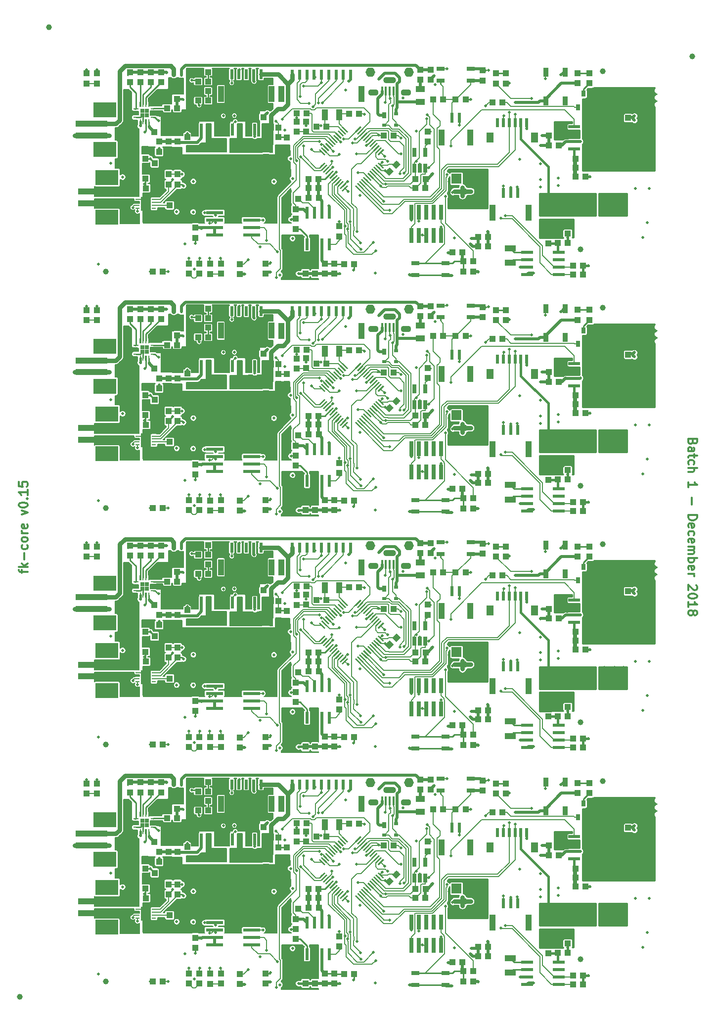
<source format=gbr>
G04 #@! TF.GenerationSoftware,KiCad,Pcbnew,(5.0.0)*
G04 #@! TF.CreationDate,2018-12-28T17:12:47-06:00*
G04 #@! TF.ProjectId,fk-core-v0.15-01x04,666B2D636F72652D76302E31352D3031,0.1*
G04 #@! TF.SameCoordinates,PX791ddc0PY791ddc0*
G04 #@! TF.FileFunction,Copper,L1,Top,Signal*
G04 #@! TF.FilePolarity,Positive*
%FSLAX46Y46*%
G04 Gerber Fmt 4.6, Leading zero omitted, Abs format (unit mm)*
G04 Created by KiCad (PCBNEW (5.0.0)) date 12/28/18 17:12:47*
%MOMM*%
%LPD*%
G01*
G04 APERTURE LIST*
G04 #@! TA.AperFunction,NonConductor*
%ADD10C,0.300000*%
G04 #@! TD*
G04 #@! TA.AperFunction,SMDPad,CuDef*
%ADD11R,1.000000X1.100000*%
G04 #@! TD*
G04 #@! TA.AperFunction,SMDPad,CuDef*
%ADD12R,1.000000X2.800000*%
G04 #@! TD*
G04 #@! TA.AperFunction,SMDPad,CuDef*
%ADD13R,0.600000X1.700000*%
G04 #@! TD*
G04 #@! TA.AperFunction,SMDPad,CuDef*
%ADD14R,4.000000X2.600000*%
G04 #@! TD*
G04 #@! TA.AperFunction,SMDPad,CuDef*
%ADD15R,5.500000X1.000000*%
G04 #@! TD*
G04 #@! TA.AperFunction,SMDPad,CuDef*
%ADD16R,0.600000X2.000000*%
G04 #@! TD*
G04 #@! TA.AperFunction,SMDPad,CuDef*
%ADD17R,0.750000X2.500000*%
G04 #@! TD*
G04 #@! TA.AperFunction,SMDPad,CuDef*
%ADD18R,1.100000X1.900000*%
G04 #@! TD*
G04 #@! TA.AperFunction,SMDPad,CuDef*
%ADD19R,0.300000X0.850000*%
G04 #@! TD*
G04 #@! TA.AperFunction,SMDPad,CuDef*
%ADD20R,0.280000X0.850000*%
G04 #@! TD*
G04 #@! TA.AperFunction,SMDPad,CuDef*
%ADD21R,0.850000X0.280000*%
G04 #@! TD*
G04 #@! TA.AperFunction,SMDPad,CuDef*
%ADD22R,0.750000X0.750000*%
G04 #@! TD*
G04 #@! TA.AperFunction,SMDPad,CuDef*
%ADD23R,2.000000X0.600000*%
G04 #@! TD*
G04 #@! TA.AperFunction,SMDPad,CuDef*
%ADD24R,1.100000X1.000000*%
G04 #@! TD*
G04 #@! TA.AperFunction,SMDPad,CuDef*
%ADD25R,0.650000X1.050000*%
G04 #@! TD*
G04 #@! TA.AperFunction,BGAPad,CuDef*
%ADD26C,1.000000*%
G04 #@! TD*
G04 #@! TA.AperFunction,SMDPad,CuDef*
%ADD27C,1.000000*%
G04 #@! TD*
G04 #@! TA.AperFunction,Conductor*
%ADD28C,0.100000*%
G04 #@! TD*
G04 #@! TA.AperFunction,SMDPad,CuDef*
%ADD29R,0.700000X0.600000*%
G04 #@! TD*
G04 #@! TA.AperFunction,SMDPad,CuDef*
%ADD30R,0.700000X1.000000*%
G04 #@! TD*
G04 #@! TA.AperFunction,SMDPad,CuDef*
%ADD31R,0.400000X0.250000*%
G04 #@! TD*
G04 #@! TA.AperFunction,SMDPad,CuDef*
%ADD32R,1.600000X1.100000*%
G04 #@! TD*
G04 #@! TA.AperFunction,SMDPad,CuDef*
%ADD33R,0.400000X0.500000*%
G04 #@! TD*
G04 #@! TA.AperFunction,SMDPad,CuDef*
%ADD34R,1.200000X1.800000*%
G04 #@! TD*
G04 #@! TA.AperFunction,SMDPad,CuDef*
%ADD35R,0.600000X1.550000*%
G04 #@! TD*
G04 #@! TA.AperFunction,SMDPad,CuDef*
%ADD36R,1.900000X1.100000*%
G04 #@! TD*
G04 #@! TA.AperFunction,SMDPad,CuDef*
%ADD37R,1.660000X2.380000*%
G04 #@! TD*
G04 #@! TA.AperFunction,SMDPad,CuDef*
%ADD38R,0.700000X0.250000*%
G04 #@! TD*
G04 #@! TA.AperFunction,SMDPad,CuDef*
%ADD39C,0.250000*%
G04 #@! TD*
G04 #@! TA.AperFunction,ComponentPad*
%ADD40O,1.651000X1.600000*%
G04 #@! TD*
G04 #@! TA.AperFunction,SMDPad,CuDef*
%ADD41R,1.450000X0.700000*%
G04 #@! TD*
G04 #@! TA.AperFunction,SMDPad,CuDef*
%ADD42R,0.650000X1.560000*%
G04 #@! TD*
G04 #@! TA.AperFunction,SMDPad,CuDef*
%ADD43R,1.500000X1.000000*%
G04 #@! TD*
G04 #@! TA.AperFunction,SMDPad,CuDef*
%ADD44R,1.050000X1.000000*%
G04 #@! TD*
G04 #@! TA.AperFunction,SMDPad,CuDef*
%ADD45R,2.200000X1.050000*%
G04 #@! TD*
G04 #@! TA.AperFunction,SMDPad,CuDef*
%ADD46R,3.000000X0.600000*%
G04 #@! TD*
G04 #@! TA.AperFunction,ComponentPad*
%ADD47R,1.700000X1.700000*%
G04 #@! TD*
G04 #@! TA.AperFunction,ComponentPad*
%ADD48O,2.200000X1.100000*%
G04 #@! TD*
G04 #@! TA.AperFunction,SMDPad,CuDef*
%ADD49R,0.450000X1.500000*%
G04 #@! TD*
G04 #@! TA.AperFunction,ComponentPad*
%ADD50O,1.800000X1.100000*%
G04 #@! TD*
G04 #@! TA.AperFunction,SMDPad,CuDef*
%ADD51R,0.900000X1.500000*%
G04 #@! TD*
G04 #@! TA.AperFunction,ViaPad*
%ADD52C,0.500000*%
G04 #@! TD*
G04 #@! TA.AperFunction,Conductor*
%ADD53C,0.254000*%
G04 #@! TD*
G04 #@! TA.AperFunction,Conductor*
%ADD54C,0.508000*%
G04 #@! TD*
G04 #@! TA.AperFunction,Conductor*
%ADD55C,0.381000*%
G04 #@! TD*
G04 #@! TA.AperFunction,Conductor*
%ADD56C,0.203200*%
G04 #@! TD*
G04 #@! TA.AperFunction,Conductor*
%ADD57C,0.762000*%
G04 #@! TD*
G04 #@! TA.AperFunction,Conductor*
%ADD58C,0.152400*%
G04 #@! TD*
G04 #@! TA.AperFunction,Conductor*
%ADD59C,0.200000*%
G04 #@! TD*
G04 APERTURE END LIST*
D10*
X35318542Y24482029D02*
X35247114Y24267743D01*
X35175685Y24196315D01*
X35032828Y24124886D01*
X34818542Y24124886D01*
X34675685Y24196315D01*
X34604257Y24267743D01*
X34532828Y24410600D01*
X34532828Y24982029D01*
X36032828Y24982029D01*
X36032828Y24482029D01*
X35961400Y24339172D01*
X35889971Y24267743D01*
X35747114Y24196315D01*
X35604257Y24196315D01*
X35461400Y24267743D01*
X35389971Y24339172D01*
X35318542Y24482029D01*
X35318542Y24982029D01*
X34532828Y22839172D02*
X35318542Y22839172D01*
X35461400Y22910600D01*
X35532828Y23053458D01*
X35532828Y23339172D01*
X35461400Y23482029D01*
X34604257Y22839172D02*
X34532828Y22982029D01*
X34532828Y23339172D01*
X34604257Y23482029D01*
X34747114Y23553458D01*
X34889971Y23553458D01*
X35032828Y23482029D01*
X35104257Y23339172D01*
X35104257Y22982029D01*
X35175685Y22839172D01*
X35532828Y22339172D02*
X35532828Y21767743D01*
X36032828Y22124886D02*
X34747114Y22124886D01*
X34604257Y22053458D01*
X34532828Y21910600D01*
X34532828Y21767743D01*
X34604257Y20624886D02*
X34532828Y20767743D01*
X34532828Y21053458D01*
X34604257Y21196315D01*
X34675685Y21267743D01*
X34818542Y21339172D01*
X35247114Y21339172D01*
X35389971Y21267743D01*
X35461400Y21196315D01*
X35532828Y21053458D01*
X35532828Y20767743D01*
X35461400Y20624886D01*
X34532828Y19982029D02*
X36032828Y19982029D01*
X34532828Y19339172D02*
X35318542Y19339172D01*
X35461400Y19410600D01*
X35532828Y19553458D01*
X35532828Y19767743D01*
X35461400Y19910600D01*
X35389971Y19982029D01*
X34532828Y16696315D02*
X34532828Y17553458D01*
X34532828Y17124886D02*
X36032828Y17124886D01*
X35818542Y17267743D01*
X35675685Y17410600D01*
X35604257Y17553458D01*
X35104257Y14910600D02*
X35104257Y13767743D01*
X34532828Y11910600D02*
X36032828Y11910600D01*
X36032828Y11553458D01*
X35961400Y11339172D01*
X35818542Y11196315D01*
X35675685Y11124886D01*
X35389971Y11053458D01*
X35175685Y11053458D01*
X34889971Y11124886D01*
X34747114Y11196315D01*
X34604257Y11339172D01*
X34532828Y11553458D01*
X34532828Y11910600D01*
X34604257Y9839172D02*
X34532828Y9982029D01*
X34532828Y10267743D01*
X34604257Y10410600D01*
X34747114Y10482029D01*
X35318542Y10482029D01*
X35461400Y10410600D01*
X35532828Y10267743D01*
X35532828Y9982029D01*
X35461400Y9839172D01*
X35318542Y9767743D01*
X35175685Y9767743D01*
X35032828Y10482029D01*
X34604257Y8482029D02*
X34532828Y8624886D01*
X34532828Y8910600D01*
X34604257Y9053458D01*
X34675685Y9124886D01*
X34818542Y9196315D01*
X35247114Y9196315D01*
X35389971Y9124886D01*
X35461400Y9053458D01*
X35532828Y8910600D01*
X35532828Y8624886D01*
X35461400Y8482029D01*
X34604257Y7267743D02*
X34532828Y7410600D01*
X34532828Y7696315D01*
X34604257Y7839172D01*
X34747114Y7910600D01*
X35318542Y7910600D01*
X35461400Y7839172D01*
X35532828Y7696315D01*
X35532828Y7410600D01*
X35461400Y7267743D01*
X35318542Y7196315D01*
X35175685Y7196315D01*
X35032828Y7910600D01*
X34532828Y6553458D02*
X35532828Y6553458D01*
X35389971Y6553458D02*
X35461400Y6482029D01*
X35532828Y6339172D01*
X35532828Y6124886D01*
X35461400Y5982029D01*
X35318542Y5910600D01*
X34532828Y5910600D01*
X35318542Y5910600D02*
X35461400Y5839172D01*
X35532828Y5696315D01*
X35532828Y5482029D01*
X35461400Y5339172D01*
X35318542Y5267743D01*
X34532828Y5267743D01*
X34532828Y4553458D02*
X36032828Y4553458D01*
X35461400Y4553458D02*
X35532828Y4410600D01*
X35532828Y4124886D01*
X35461400Y3982029D01*
X35389971Y3910600D01*
X35247114Y3839172D01*
X34818542Y3839172D01*
X34675685Y3910600D01*
X34604257Y3982029D01*
X34532828Y4124886D01*
X34532828Y4410600D01*
X34604257Y4553458D01*
X34604257Y2624886D02*
X34532828Y2767743D01*
X34532828Y3053458D01*
X34604257Y3196315D01*
X34747114Y3267743D01*
X35318542Y3267743D01*
X35461400Y3196315D01*
X35532828Y3053458D01*
X35532828Y2767743D01*
X35461400Y2624886D01*
X35318542Y2553458D01*
X35175685Y2553458D01*
X35032828Y3267743D01*
X34532828Y1910600D02*
X35532828Y1910600D01*
X35247114Y1910600D02*
X35389971Y1839172D01*
X35461400Y1767743D01*
X35532828Y1624886D01*
X35532828Y1482029D01*
X35889971Y-89400D02*
X35961400Y-160828D01*
X36032828Y-303685D01*
X36032828Y-660828D01*
X35961400Y-803685D01*
X35889971Y-875114D01*
X35747114Y-946542D01*
X35604257Y-946542D01*
X35389971Y-875114D01*
X34532828Y-17971D01*
X34532828Y-946542D01*
X36032828Y-1875114D02*
X36032828Y-2017971D01*
X35961400Y-2160828D01*
X35889971Y-2232257D01*
X35747114Y-2303685D01*
X35461400Y-2375114D01*
X35104257Y-2375114D01*
X34818542Y-2303685D01*
X34675685Y-2232257D01*
X34604257Y-2160828D01*
X34532828Y-2017971D01*
X34532828Y-1875114D01*
X34604257Y-1732257D01*
X34675685Y-1660828D01*
X34818542Y-1589400D01*
X35104257Y-1517971D01*
X35461400Y-1517971D01*
X35747114Y-1589400D01*
X35889971Y-1660828D01*
X35961400Y-1732257D01*
X36032828Y-1875114D01*
X34532828Y-3803685D02*
X34532828Y-2946542D01*
X34532828Y-3375114D02*
X36032828Y-3375114D01*
X35818542Y-3232257D01*
X35675685Y-3089400D01*
X35604257Y-2946542D01*
X35389971Y-4660828D02*
X35461400Y-4517971D01*
X35532828Y-4446542D01*
X35675685Y-4375114D01*
X35747114Y-4375114D01*
X35889971Y-4446542D01*
X35961400Y-4517971D01*
X36032828Y-4660828D01*
X36032828Y-4946542D01*
X35961400Y-5089400D01*
X35889971Y-5160828D01*
X35747114Y-5232257D01*
X35675685Y-5232257D01*
X35532828Y-5160828D01*
X35461400Y-5089400D01*
X35389971Y-4946542D01*
X35389971Y-4660828D01*
X35318542Y-4517971D01*
X35247114Y-4446542D01*
X35104257Y-4375114D01*
X34818542Y-4375114D01*
X34675685Y-4446542D01*
X34604257Y-4517971D01*
X34532828Y-4660828D01*
X34532828Y-4946542D01*
X34604257Y-5089400D01*
X34675685Y-5160828D01*
X34818542Y-5232257D01*
X35104257Y-5232257D01*
X35247114Y-5160828D01*
X35318542Y-5089400D01*
X35389971Y-4946542D01*
X-79610029Y2017743D02*
X-79610029Y2589172D01*
X-78610029Y2232029D02*
X-79895743Y2232029D01*
X-80038600Y2303458D01*
X-80110029Y2446315D01*
X-80110029Y2589172D01*
X-78610029Y3089172D02*
X-80110029Y3089172D01*
X-79181458Y3232029D02*
X-78610029Y3660600D01*
X-79610029Y3660600D02*
X-79038600Y3089172D01*
X-79181458Y4303458D02*
X-79181458Y5446315D01*
X-78681458Y6803458D02*
X-78610029Y6660600D01*
X-78610029Y6374886D01*
X-78681458Y6232029D01*
X-78752886Y6160600D01*
X-78895743Y6089172D01*
X-79324315Y6089172D01*
X-79467172Y6160600D01*
X-79538600Y6232029D01*
X-79610029Y6374886D01*
X-79610029Y6660600D01*
X-79538600Y6803458D01*
X-78610029Y7660600D02*
X-78681458Y7517743D01*
X-78752886Y7446315D01*
X-78895743Y7374886D01*
X-79324315Y7374886D01*
X-79467172Y7446315D01*
X-79538600Y7517743D01*
X-79610029Y7660600D01*
X-79610029Y7874886D01*
X-79538600Y8017743D01*
X-79467172Y8089172D01*
X-79324315Y8160600D01*
X-78895743Y8160600D01*
X-78752886Y8089172D01*
X-78681458Y8017743D01*
X-78610029Y7874886D01*
X-78610029Y7660600D01*
X-78610029Y8803458D02*
X-79610029Y8803458D01*
X-79324315Y8803458D02*
X-79467172Y8874886D01*
X-79538600Y8946315D01*
X-79610029Y9089172D01*
X-79610029Y9232029D01*
X-78681458Y10303458D02*
X-78610029Y10160600D01*
X-78610029Y9874886D01*
X-78681458Y9732029D01*
X-78824315Y9660600D01*
X-79395743Y9660600D01*
X-79538600Y9732029D01*
X-79610029Y9874886D01*
X-79610029Y10160600D01*
X-79538600Y10303458D01*
X-79395743Y10374886D01*
X-79252886Y10374886D01*
X-79110029Y9660600D01*
X-79610029Y12017743D02*
X-78610029Y12374886D01*
X-79610029Y12732029D01*
X-80110029Y13589172D02*
X-80110029Y13732029D01*
X-80038600Y13874886D01*
X-79967172Y13946315D01*
X-79824315Y14017743D01*
X-79538600Y14089172D01*
X-79181458Y14089172D01*
X-78895743Y14017743D01*
X-78752886Y13946315D01*
X-78681458Y13874886D01*
X-78610029Y13732029D01*
X-78610029Y13589172D01*
X-78681458Y13446315D01*
X-78752886Y13374886D01*
X-78895743Y13303458D01*
X-79181458Y13232029D01*
X-79538600Y13232029D01*
X-79824315Y13303458D01*
X-79967172Y13374886D01*
X-80038600Y13446315D01*
X-80110029Y13589172D01*
X-78752886Y14732029D02*
X-78681458Y14803458D01*
X-78610029Y14732029D01*
X-78681458Y14660600D01*
X-78752886Y14732029D01*
X-78610029Y14732029D01*
X-78610029Y16232029D02*
X-78610029Y15374886D01*
X-78610029Y15803458D02*
X-80110029Y15803458D01*
X-79895743Y15660600D01*
X-79752886Y15517743D01*
X-79681458Y15374886D01*
X-80110029Y17589172D02*
X-80110029Y16874886D01*
X-79395743Y16803458D01*
X-79467172Y16874886D01*
X-79538600Y17017743D01*
X-79538600Y17374886D01*
X-79467172Y17517743D01*
X-79395743Y17589172D01*
X-79252886Y17660600D01*
X-78895743Y17660600D01*
X-78752886Y17589172D01*
X-78681458Y17517743D01*
X-78610029Y17374886D01*
X-78610029Y17017743D01*
X-78681458Y16874886D01*
X-78752886Y16803458D01*
D11*
G04 #@! TO.P,R47,2*
G04 #@! TO.N,GND*
X-68529200Y-33985200D03*
G04 #@! TO.P,R47,1*
G04 #@! TO.N,Net-(D4-Pad1)*
X-68529200Y-35685200D03*
G04 #@! TD*
D12*
G04 #@! TO.P,J17,*
G04 #@! TO.N,*
X-35120200Y-37530600D03*
X-21420200Y-37530600D03*
D13*
G04 #@! TO.P,J17,9*
G04 #@! TO.N,/MODULE_3V3*
X-33270200Y-34180600D03*
G04 #@! TO.P,J17,8*
G04 #@! TO.N,/SCL2*
X-32020200Y-34180600D03*
G04 #@! TO.P,J17,7*
G04 #@! TO.N,/SDA2*
X-30770200Y-34180600D03*
G04 #@! TO.P,J17,6*
G04 #@! TO.N,/SCL1*
X-29520200Y-34180600D03*
G04 #@! TO.P,J17,5*
G04 #@! TO.N,/SDA1*
X-28270200Y-34180600D03*
G04 #@! TO.P,J17,4*
G04 #@! TO.N,/D9_I2S_DATA*
X-27020200Y-34180600D03*
G04 #@! TO.P,J17,3*
G04 #@! TO.N,/D0_I2S_WS*
X-25770200Y-34180600D03*
G04 #@! TO.P,J17,2*
G04 #@! TO.N,/D1_I2S_BCLK*
X-24520200Y-34180600D03*
G04 #@! TO.P,J17,1*
G04 #@! TO.N,GND*
X-23270200Y-34180600D03*
G04 #@! TD*
D14*
G04 #@! TO.P,J10,4*
G04 #@! TO.N,Net-(J10-Pad4)*
X-65009200Y-58571200D03*
G04 #@! TO.P,J10,3*
G04 #@! TO.N,Net-(J10-Pad3)*
X-65009200Y-51771200D03*
D15*
G04 #@! TO.P,J10,2*
G04 #@! TO.N,/VBATLO*
X-67259200Y-56171200D03*
G04 #@! TO.P,J10,1*
G04 #@! TO.N,VBAT*
X-67259200Y-54171200D03*
G04 #@! TD*
D16*
G04 #@! TO.P,U8,1*
G04 #@! TO.N,VBUS*
X-45034200Y-43565200D03*
G04 #@! TO.P,U8,2*
X-46304200Y-43565200D03*
G04 #@! TO.P,U8,3*
G04 #@! TO.N,3V3*
X-47574200Y-43565200D03*
G04 #@! TO.P,U8,4*
G04 #@! TO.N,Net-(C23-Pad1)*
X-48844200Y-43565200D03*
G04 #@! TO.P,U8,5*
G04 #@! TO.N,GND*
X-48844200Y-48965200D03*
G04 #@! TO.P,U8,6*
X-47574200Y-48965200D03*
G04 #@! TO.P,U8,7*
X-46304200Y-48965200D03*
G04 #@! TO.P,U8,8*
X-45034200Y-48965200D03*
G04 #@! TD*
D11*
G04 #@! TO.P,R24,2*
G04 #@! TO.N,Net-(R24-Pad2)*
X-57532953Y-35507259D03*
G04 #@! TO.P,R24,1*
G04 #@! TO.N,GND*
X-57532953Y-33807259D03*
G04 #@! TD*
D17*
G04 #@! TO.P,J7,1*
G04 #@! TO.N,3V3*
X-12903200Y-61727200D03*
G04 #@! TO.P,J7,2*
G04 #@! TO.N,/SWDIO*
X-12903200Y-57727200D03*
G04 #@! TO.P,J7,3*
G04 #@! TO.N,GND*
X-11633200Y-61727200D03*
G04 #@! TO.P,J7,4*
G04 #@! TO.N,/SWCLK*
X-11633200Y-57727200D03*
G04 #@! TO.P,J7,5*
G04 #@! TO.N,GND*
X-10363200Y-61727200D03*
G04 #@! TO.P,J7,6*
G04 #@! TO.N,Net-(J7-Pad6)*
X-10363200Y-57727200D03*
G04 #@! TO.P,J7,7*
G04 #@! TO.N,Net-(J7-Pad7)*
X-9093200Y-61727200D03*
G04 #@! TO.P,J7,8*
G04 #@! TO.N,Net-(J7-Pad8)*
X-9093200Y-57727200D03*
G04 #@! TO.P,J7,9*
G04 #@! TO.N,GND*
X-7823200Y-61727200D03*
G04 #@! TO.P,J7,10*
G04 #@! TO.N,/RST*
X-7823200Y-57727200D03*
G04 #@! TD*
D18*
G04 #@! TO.P,Y1,2*
G04 #@! TO.N,Net-(C4-Pad2)*
X-25216801Y-41032800D03*
G04 #@! TO.P,Y1,1*
G04 #@! TO.N,Net-(C3-Pad2)*
X-27716799Y-41032800D03*
G04 #@! TD*
D19*
G04 #@! TO.P,U6,16*
G04 #@! TO.N,Net-(R25-Pad2)*
X-59311283Y-39280067D03*
D20*
G04 #@! TO.P,U6,15*
G04 #@! TO.N,Net-(R24-Pad2)*
X-58811283Y-39280067D03*
G04 #@! TO.P,U6,14*
G04 #@! TO.N,Net-(R22-Pad2)*
X-58311283Y-39280067D03*
G04 #@! TO.P,U6,13*
G04 #@! TO.N,VEXT*
X-57811283Y-39280067D03*
D21*
G04 #@! TO.P,U6,12*
G04 #@! TO.N,Net-(R21-Pad2)*
X-57086283Y-40005067D03*
G04 #@! TO.P,U6,11*
G04 #@! TO.N,VBUS*
X-57086283Y-40505067D03*
G04 #@! TO.P,U6,10*
X-57086283Y-41005067D03*
G04 #@! TO.P,U6,9*
G04 #@! TO.N,/CHG*
X-57086283Y-41505067D03*
D20*
G04 #@! TO.P,U6,8*
G04 #@! TO.N,GND*
X-57811283Y-42230067D03*
D19*
G04 #@! TO.P,U6,7*
G04 #@! TO.N,/PG*
X-58311283Y-42230067D03*
D20*
G04 #@! TO.P,U6,6*
G04 #@! TO.N,GND*
X-58811283Y-42230067D03*
G04 #@! TO.P,U6,5*
G04 #@! TO.N,VBUS*
X-59311283Y-42230067D03*
D21*
G04 #@! TO.P,U6,4*
G04 #@! TO.N,GND*
X-60036283Y-41505067D03*
G04 #@! TO.P,U6,3*
G04 #@! TO.N,VBAT*
X-60036283Y-41005067D03*
G04 #@! TO.P,U6,2*
X-60036283Y-40505067D03*
G04 #@! TO.P,U6,1*
G04 #@! TO.N,Net-(R34-Pad1)*
X-60036283Y-40005067D03*
D22*
G04 #@! TO.P,U6,17*
G04 #@! TO.N,GND*
X-58936283Y-41130067D03*
X-58936283Y-40380067D03*
X-58186283Y-40380067D03*
X-58186283Y-41130067D03*
G04 #@! TD*
D11*
G04 #@! TO.P,R45,1*
G04 #@! TO.N,3V3*
X-52908200Y-51257200D03*
G04 #@! TO.P,R45,2*
G04 #@! TO.N,/SDA1*
X-52908200Y-52957200D03*
G04 #@! TD*
G04 #@! TO.P,C23,2*
G04 #@! TO.N,GND*
X-54432200Y-47369200D03*
G04 #@! TO.P,C23,1*
G04 #@! TO.N,Net-(C23-Pad1)*
X-54432200Y-45669200D03*
G04 #@! TD*
G04 #@! TO.P,C16,2*
G04 #@! TO.N,GND*
X-27704002Y-68215222D03*
G04 #@! TO.P,C16,1*
G04 #@! TO.N,/UNUSED_3V3*
X-27704002Y-66515222D03*
G04 #@! TD*
D23*
G04 #@! TO.P,U11,1*
G04 #@! TO.N,/A4_GPS_EN*
X15003800Y-43115600D03*
G04 #@! TO.P,U11,2*
G04 #@! TO.N,VBUS*
X15003800Y-44385600D03*
G04 #@! TO.P,U11,3*
G04 #@! TO.N,/GPS_3V3*
X15003800Y-45655600D03*
G04 #@! TO.P,U11,4*
G04 #@! TO.N,Net-(C36-Pad1)*
X15003800Y-46925600D03*
G04 #@! TO.P,U11,5*
G04 #@! TO.N,GND*
X20403800Y-46925600D03*
G04 #@! TO.P,U11,6*
X20403800Y-45655600D03*
G04 #@! TO.P,U11,7*
X20403800Y-44385600D03*
G04 #@! TO.P,U11,8*
X20403800Y-43115600D03*
G04 #@! TD*
D24*
G04 #@! TO.P,R9,2*
G04 #@! TO.N,/RST*
X-3974200Y-66153400D03*
G04 #@! TO.P,R9,1*
G04 #@! TO.N,/RESET*
X-2274200Y-66153400D03*
G04 #@! TD*
D11*
G04 #@! TO.P,C31,1*
G04 #@! TO.N,GND*
X10972800Y-59307200D03*
G04 #@! TO.P,C31,2*
G04 #@! TO.N,/GPS_PWR_FILT*
X10972800Y-57607200D03*
G04 #@! TD*
D24*
G04 #@! TO.P,R41,2*
G04 #@! TO.N,/SCL1*
X14782800Y-66839200D03*
G04 #@! TO.P,R41,1*
G04 #@! TO.N,3V3*
X16482800Y-66839200D03*
G04 #@! TD*
D11*
G04 #@! TO.P,R19,1*
G04 #@! TO.N,/PERIPH_3V3*
X-42240200Y-66624200D03*
G04 #@! TO.P,R19,2*
G04 #@! TO.N,GND*
X-42240200Y-68324200D03*
G04 #@! TD*
D24*
G04 #@! TO.P,R20,2*
G04 #@! TO.N,/A5_BATT_V*
X-58465530Y-48551200D03*
G04 #@! TO.P,R20,1*
G04 #@! TO.N,VBAT*
X-60165530Y-48551200D03*
G04 #@! TD*
G04 #@! TO.P,C38,1*
G04 #@! TO.N,/RST*
X-4179200Y-64553200D03*
G04 #@! TO.P,C38,2*
G04 #@! TO.N,GND*
X-5879200Y-64553200D03*
G04 #@! TD*
D11*
G04 #@! TO.P,C29,1*
G04 #@! TO.N,Net-(C29-Pad1)*
X-35636200Y-44907200D03*
G04 #@! TO.P,C29,2*
G04 #@! TO.N,GND*
X-35636200Y-46607200D03*
G04 #@! TD*
D24*
G04 #@! TO.P,R40,1*
G04 #@! TO.N,3V3*
X16521800Y-68363200D03*
G04 #@! TO.P,R40,2*
G04 #@! TO.N,/SDA1*
X14821800Y-68363200D03*
G04 #@! TD*
D11*
G04 #@! TO.P,C34,2*
G04 #@! TO.N,GND*
X-29355002Y-68215222D03*
G04 #@! TO.P,C34,1*
G04 #@! TO.N,/PERIPH_3V3*
X-29355002Y-66515222D03*
G04 #@! TD*
D24*
G04 #@! TO.P,R16,2*
G04 #@! TO.N,/UNUSED*
X-32285200Y-55434600D03*
G04 #@! TO.P,R16,1*
G04 #@! TO.N,GND*
X-33985200Y-55434600D03*
G04 #@! TD*
G04 #@! TO.P,C6,2*
G04 #@! TO.N,GND*
X-15914000Y-44639600D03*
G04 #@! TO.P,C6,1*
G04 #@! TO.N,3V3*
X-17614000Y-44639600D03*
G04 #@! TD*
D11*
G04 #@! TO.P,R4,2*
G04 #@! TO.N,Net-(D2-Pad1)*
X-51003200Y-68225800D03*
G04 #@! TO.P,R4,1*
G04 #@! TO.N,Net-(R4-Pad1)*
X-51003200Y-66525800D03*
G04 #@! TD*
D25*
G04 #@! TO.P,Q1,3*
G04 #@! TO.N,Net-(Q1-Pad3)*
X16586200Y-37448200D03*
G04 #@! TO.P,Q1,2*
G04 #@! TO.N,GND*
X17536200Y-39748200D03*
G04 #@! TO.P,Q1,1*
G04 #@! TO.N,Net-(Q1-Pad1)*
X15636200Y-39748200D03*
G04 #@! TD*
D24*
G04 #@! TO.P,R18,2*
G04 #@! TO.N,GND*
X-22721200Y-66585200D03*
G04 #@! TO.P,R18,1*
G04 #@! TO.N,/UNUSED_3V3*
X-24421200Y-66585200D03*
G04 #@! TD*
G04 #@! TO.P,C8,2*
G04 #@! TO.N,GND*
X-30466400Y-53580400D03*
G04 #@! TO.P,C8,1*
G04 #@! TO.N,3V3*
X-28766400Y-53580400D03*
G04 #@! TD*
D11*
G04 #@! TO.P,D11,1*
G04 #@! TO.N,Net-(D11-Pad1)*
X1595600Y-33985200D03*
G04 #@! TO.P,D11,2*
G04 #@! TO.N,/GPS_FIX*
X1595600Y-35685200D03*
G04 #@! TD*
G04 #@! TO.P,C37,2*
G04 #@! TO.N,GND*
X-711200Y-33477200D03*
G04 #@! TO.P,C37,1*
G04 #@! TO.N,Net-(C37-Pad1)*
X-711200Y-35177200D03*
G04 #@! TD*
D26*
G04 #@! TO.P,M8,~*
G04 #@! TO.N,Net-(M8-Pad~)*
X-65227200Y-67855200D03*
G04 #@! TD*
D11*
G04 #@! TO.P,R28,1*
G04 #@! TO.N,/A5_BATT_V*
X-56845200Y-49313200D03*
G04 #@! TO.P,R28,2*
G04 #@! TO.N,GND*
X-56845200Y-51013200D03*
G04 #@! TD*
D24*
G04 #@! TO.P,R1,2*
G04 #@! TO.N,GND*
X-55487200Y-67855200D03*
G04 #@! TO.P,R1,1*
G04 #@! TO.N,/A1_WIFI_RST*
X-57187200Y-67855200D03*
G04 #@! TD*
D27*
G04 #@! TO.P,C9,1*
G04 #@! TO.N,3V3*
X-15451759Y-49550359D03*
D28*
G04 #@! TD*
G04 #@! TO.N,3V3*
G04 #@! TO.C,C9*
G36*
X-15416404Y-48807897D02*
X-14709297Y-49515004D01*
X-15487114Y-50292821D01*
X-16194221Y-49585714D01*
X-15416404Y-48807897D01*
X-15416404Y-48807897D01*
G37*
D27*
G04 #@! TO.P,C9,2*
G04 #@! TO.N,GND*
X-16653841Y-50752441D03*
D28*
G04 #@! TD*
G04 #@! TO.N,GND*
G04 #@! TO.C,C9*
G36*
X-16618486Y-50009979D02*
X-15911379Y-50717086D01*
X-16689196Y-51494903D01*
X-17396303Y-50787796D01*
X-16618486Y-50009979D01*
X-16618486Y-50009979D01*
G37*
D11*
G04 #@! TO.P,D3,1*
G04 #@! TO.N,Net-(D3-Pad1)*
X-45508730Y-68245630D03*
G04 #@! TO.P,D3,2*
G04 #@! TO.N,/PERIPH_3V3*
X-45508730Y-66545630D03*
G04 #@! TD*
G04 #@! TO.P,C32,2*
G04 #@! TO.N,/GPS_PWR_FILT*
X14020800Y-57607200D03*
G04 #@! TO.P,C32,1*
G04 #@! TO.N,GND*
X14020800Y-59307200D03*
G04 #@! TD*
G04 #@! TO.P,C35,2*
G04 #@! TO.N,/GPS_PWR_FILT*
X12496800Y-57607200D03*
G04 #@! TO.P,C35,1*
G04 #@! TO.N,GND*
X12496800Y-59307200D03*
G04 #@! TD*
G04 #@! TO.P,D1,1*
G04 #@! TO.N,Net-(D1-Pad1)*
X15570200Y-33956600D03*
G04 #@! TO.P,D1,2*
G04 #@! TO.N,3V3*
X15570200Y-35656600D03*
G04 #@! TD*
D24*
G04 #@! TO.P,C24,2*
G04 #@! TO.N,GND*
X12167500Y-61365500D03*
G04 #@! TO.P,C24,1*
G04 #@! TO.N,3V3*
X13867500Y-61365500D03*
G04 #@! TD*
G04 #@! TO.P,D9,1*
G04 #@! TO.N,Net-(D9-Pad1)*
X-47689400Y-33739800D03*
G04 #@! TO.P,D9,2*
G04 #@! TO.N,VBUS*
X-49389400Y-33739800D03*
G04 #@! TD*
G04 #@! TO.P,R15,2*
G04 #@! TO.N,/D25_PERIPH_EN*
X-32715200Y-57238000D03*
G04 #@! TO.P,R15,1*
G04 #@! TO.N,GND*
X-34415200Y-57238000D03*
G04 #@! TD*
D11*
G04 #@! TO.P,L2,2*
G04 #@! TO.N,Net-(F1-Pad1)*
X-11379200Y-35050200D03*
G04 #@! TO.P,L2,1*
G04 #@! TO.N,5V0*
X-11379200Y-33350200D03*
G04 #@! TD*
G04 #@! TO.P,D2,1*
G04 #@! TO.N,Net-(D2-Pad1)*
X-49174400Y-68225800D03*
G04 #@! TO.P,D2,2*
G04 #@! TO.N,/PERIPH_3V3*
X-49174400Y-66525800D03*
G04 #@! TD*
D26*
G04 #@! TO.P,M5,~*
G04 #@! TO.N,Net-(M5-Pad~)*
X19862800Y-33565200D03*
G04 #@! TD*
D29*
G04 #@! TO.P,D8,4*
G04 #@! TO.N,VUSB*
X-15517200Y-40925200D03*
G04 #@! TO.P,D8,3*
G04 #@! TO.N,/USB-*
X-15517200Y-42825200D03*
G04 #@! TO.P,D8,2*
G04 #@! TO.N,/USB+*
X-17517200Y-42825200D03*
D30*
G04 #@! TO.P,D8,1*
G04 #@! TO.N,GND*
X-17517200Y-41125200D03*
G04 #@! TD*
D11*
G04 #@! TO.P,R2,2*
G04 #@! TO.N,GND*
X-37871400Y-68225800D03*
G04 #@! TO.P,R2,1*
G04 #@! TO.N,/D2_WIFI_EN*
X-37871400Y-66525800D03*
G04 #@! TD*
D24*
G04 #@! TO.P,R37,2*
G04 #@! TO.N,Net-(C22-Pad1)*
X12180200Y-62991100D03*
G04 #@! TO.P,R37,1*
G04 #@! TO.N,3V3*
X13880200Y-62991100D03*
G04 #@! TD*
D11*
G04 #@! TO.P,C25,1*
G04 #@! TO.N,3V3*
X-50495200Y-46939200D03*
G04 #@! TO.P,C25,2*
G04 #@! TO.N,GND*
X-50495200Y-48639200D03*
G04 #@! TD*
D24*
G04 #@! TO.P,R8,2*
G04 #@! TO.N,/RST*
X-3974200Y-67931400D03*
G04 #@! TO.P,R8,1*
G04 #@! TO.N,3V3*
X-2274200Y-67931400D03*
G04 #@! TD*
D31*
G04 #@! TO.P,D7,3*
G04 #@! TO.N,VEXT*
X-52908200Y-35992800D03*
D32*
X-52908200Y-35317800D03*
D33*
G04 #@! TO.P,D7,2*
G04 #@! TO.N,VIN*
X-53558200Y-34267800D03*
G04 #@! TO.P,D7,1*
G04 #@! TO.N,5V0*
X-52258200Y-34267800D03*
G04 #@! TD*
D11*
G04 #@! TO.P,R34,2*
G04 #@! TO.N,GND*
X-61038153Y-33807259D03*
G04 #@! TO.P,R34,1*
G04 #@! TO.N,Net-(R34-Pad1)*
X-61038153Y-35507259D03*
G04 #@! TD*
D24*
G04 #@! TO.P,R21,2*
G04 #@! TO.N,Net-(R21-Pad2)*
X-54674553Y-39991259D03*
G04 #@! TO.P,R21,1*
G04 #@! TO.N,GND*
X-52974553Y-39991259D03*
G04 #@! TD*
G04 #@! TO.P,R10,2*
G04 #@! TO.N,Net-(C37-Pad1)*
X-7455800Y-38391200D03*
G04 #@! TO.P,R10,1*
G04 #@! TO.N,/D6_USER_SW*
X-9155800Y-38391200D03*
G04 #@! TD*
D11*
G04 #@! TO.P,C30,2*
G04 #@! TO.N,GND*
X-37795200Y-48258200D03*
G04 #@! TO.P,C30,1*
G04 #@! TO.N,/MODULE_3V3*
X-37795200Y-46558200D03*
G04 #@! TD*
D24*
G04 #@! TO.P,R35,2*
G04 #@! TO.N,/SDA1*
X-12178400Y-53605800D03*
G04 #@! TO.P,R35,1*
G04 #@! TO.N,3V3*
X-10478400Y-53605800D03*
G04 #@! TD*
D11*
G04 #@! TO.P,R39,2*
G04 #@! TO.N,Net-(D11-Pad1)*
X3322800Y-33985200D03*
G04 #@! TO.P,R39,1*
G04 #@! TO.N,GND*
X3322800Y-35685200D03*
G04 #@! TD*
G04 #@! TO.P,R3,2*
G04 #@! TO.N,Net-(Q1-Pad3)*
X17602200Y-35656600D03*
G04 #@! TO.P,R3,1*
G04 #@! TO.N,Net-(D1-Pad1)*
X17602200Y-33956600D03*
G04 #@! TD*
D24*
G04 #@! TO.P,R13,1*
G04 #@! TO.N,/MODULE_3V3*
X-37338000Y-43268000D03*
G04 #@! TO.P,R13,2*
G04 #@! TO.N,Net-(C29-Pad1)*
X-35638000Y-43268000D03*
G04 #@! TD*
G04 #@! TO.P,R17,2*
G04 #@! TO.N,Net-(C37-Pad1)*
X-5295000Y-38391200D03*
G04 #@! TO.P,R17,1*
G04 #@! TO.N,3V3*
X-3595000Y-38391200D03*
G04 #@! TD*
D11*
G04 #@! TO.P,C26,2*
G04 #@! TO.N,GND*
X-51257200Y-44829200D03*
G04 #@! TO.P,C26,1*
G04 #@! TO.N,VBUS*
X-51257200Y-43129200D03*
G04 #@! TD*
G04 #@! TO.P,R14,2*
G04 #@! TO.N,GND*
X-34239200Y-46646200D03*
G04 #@! TO.P,R14,1*
G04 #@! TO.N,Net-(C29-Pad1)*
X-34239200Y-44946200D03*
G04 #@! TD*
D34*
G04 #@! TO.P,J13,MP*
G04 #@! TO.N,N/C*
X568800Y-44925200D03*
X8168800Y-44925200D03*
D35*
G04 #@! TO.P,J13,6*
G04 #@! TO.N,Net-(J13-Pad6)*
X1868800Y-42400200D03*
G04 #@! TO.P,J13,5*
G04 #@! TO.N,/BAT_BACKUP*
X2868800Y-42400200D03*
G04 #@! TO.P,J13,4*
G04 #@! TO.N,/GPS_RX*
X3868800Y-42400200D03*
G04 #@! TO.P,J13,3*
G04 #@! TO.N,/GPS_TX*
X4868800Y-42400200D03*
G04 #@! TO.P,J13,2*
G04 #@! TO.N,/GPS_PWR_FILT*
X5868800Y-42400200D03*
G04 #@! TO.P,J13,1*
G04 #@! TO.N,GND*
X6868800Y-42400200D03*
G04 #@! TD*
D16*
G04 #@! TO.P,U12,1*
G04 #@! TO.N,GND*
X-26936700Y-57822200D03*
G04 #@! TO.P,U12,2*
G04 #@! TO.N,3V3*
X-28206700Y-57822200D03*
G04 #@! TO.P,U12,3*
G04 #@! TO.N,/UNUSED*
X-29476700Y-57822200D03*
G04 #@! TO.P,U12,4*
G04 #@! TO.N,/D25_PERIPH_EN*
X-30746700Y-57822200D03*
G04 #@! TO.P,U12,5*
G04 #@! TO.N,Net-(R7-Pad1)*
X-30746700Y-63222200D03*
G04 #@! TO.P,U12,6*
G04 #@! TO.N,/PERIPH_3V3*
X-29476700Y-63222200D03*
G04 #@! TO.P,U12,7*
G04 #@! TO.N,/UNUSED_3V3*
X-28206700Y-63222200D03*
G04 #@! TO.P,U12,8*
G04 #@! TO.N,Net-(R6-Pad1)*
X-26936700Y-63222200D03*
G04 #@! TD*
D24*
G04 #@! TO.P,R36,2*
G04 #@! TO.N,/SCL1*
X-12153000Y-52056400D03*
G04 #@! TO.P,R36,1*
G04 #@! TO.N,3V3*
X-10453000Y-52056400D03*
G04 #@! TD*
D11*
G04 #@! TO.P,R11,1*
G04 #@! TO.N,3V3*
X-56083200Y-47369200D03*
G04 #@! TO.P,R11,2*
G04 #@! TO.N,Net-(C23-Pad1)*
X-56083200Y-45669200D03*
G04 #@! TD*
D36*
G04 #@! TO.P,Y2,2*
G04 #@! TO.N,Net-(U7-Pad1)*
X4038600Y-63887400D03*
G04 #@! TO.P,Y2,1*
G04 #@! TO.N,Net-(U7-Pad2)*
X4038600Y-66387400D03*
G04 #@! TD*
D11*
G04 #@! TO.P,R6,2*
G04 #@! TO.N,3V3*
X-25222200Y-60147200D03*
G04 #@! TO.P,R6,1*
G04 #@! TO.N,Net-(R6-Pad1)*
X-25222200Y-61847200D03*
G04 #@! TD*
G04 #@! TO.P,C17,2*
G04 #@! TO.N,GND*
X-26053002Y-68215222D03*
G04 #@! TO.P,C17,1*
G04 #@! TO.N,/UNUSED_3V3*
X-26053002Y-66515222D03*
G04 #@! TD*
D24*
G04 #@! TO.P,D10,1*
G04 #@! TO.N,Net-(D10-Pad1)*
X-47689400Y-36991000D03*
G04 #@! TO.P,D10,2*
G04 #@! TO.N,VBUS*
X-49389400Y-36991000D03*
G04 #@! TD*
D11*
G04 #@! TO.P,L1,2*
G04 #@! TO.N,3V3*
X-30937200Y-42214800D03*
G04 #@! TO.P,L1,1*
G04 #@! TO.N,Net-(C7-Pad1)*
X-30937200Y-43914800D03*
G04 #@! TD*
G04 #@! TO.P,R25,2*
G04 #@! TO.N,Net-(R25-Pad2)*
X-59260153Y-35507259D03*
G04 #@! TO.P,R25,1*
G04 #@! TO.N,GND*
X-59260153Y-33807259D03*
G04 #@! TD*
D23*
G04 #@! TO.P,U7,1*
G04 #@! TO.N,Net-(U7-Pad1)*
X6926600Y-64553200D03*
G04 #@! TO.P,U7,2*
G04 #@! TO.N,Net-(U7-Pad2)*
X6926600Y-65823200D03*
G04 #@! TO.P,U7,3*
G04 #@! TO.N,/BAT_BACKUP*
X6926600Y-67093200D03*
G04 #@! TO.P,U7,4*
G04 #@! TO.N,GND*
X6926600Y-68363200D03*
G04 #@! TO.P,U7,5*
G04 #@! TO.N,/SDA1*
X12326600Y-68363200D03*
G04 #@! TO.P,U7,6*
G04 #@! TO.N,/SCL1*
X12326600Y-67093200D03*
G04 #@! TO.P,U7,7*
G04 #@! TO.N,Net-(U7-Pad7)*
X12326600Y-65823200D03*
G04 #@! TO.P,U7,8*
G04 #@! TO.N,Net-(C22-Pad1)*
X12326600Y-64553200D03*
G04 #@! TD*
D24*
G04 #@! TO.P,R32,2*
G04 #@! TO.N,Net-(D9-Pad1)*
X-47689400Y-35365400D03*
G04 #@! TO.P,R32,1*
G04 #@! TO.N,/PG*
X-49389400Y-35365400D03*
G04 #@! TD*
D11*
G04 #@! TO.P,R5,2*
G04 #@! TO.N,Net-(D3-Pad1)*
X-47345600Y-68276600D03*
G04 #@! TO.P,R5,1*
G04 #@! TO.N,Net-(R5-Pad1)*
X-47345600Y-66576600D03*
G04 #@! TD*
D26*
G04 #@! TO.P,M2,~*
G04 #@! TO.N,Net-(M2-Pad~)*
X16052800Y-64045200D03*
G04 #@! TD*
D24*
G04 #@! TO.P,R33,2*
G04 #@! TO.N,Net-(D10-Pad1)*
X-47689400Y-38616600D03*
G04 #@! TO.P,R33,1*
G04 #@! TO.N,/CHG*
X-49389400Y-38616600D03*
G04 #@! TD*
D11*
G04 #@! TO.P,R22,2*
G04 #@! TO.N,Net-(R22-Pad2)*
X-55754953Y-35507259D03*
G04 #@! TO.P,R22,1*
G04 #@! TO.N,GND*
X-55754953Y-33807259D03*
G04 #@! TD*
G04 #@! TO.P,R12,2*
G04 #@! TO.N,GND*
X-52908200Y-47369200D03*
G04 #@! TO.P,R12,1*
G04 #@! TO.N,Net-(C23-Pad1)*
X-52908200Y-45669200D03*
G04 #@! TD*
D24*
G04 #@! TO.P,L3,2*
G04 #@! TO.N,/GPS_PWR_FILT*
X18098400Y-57695200D03*
G04 #@! TO.P,L3,1*
G04 #@! TO.N,/GPS_3V3*
X19798400Y-57695200D03*
G04 #@! TD*
G04 #@! TO.P,C40,2*
G04 #@! TO.N,GND*
X-56630200Y-53631200D03*
G04 #@! TO.P,C40,1*
G04 #@! TO.N,Net-(C40-Pad1)*
X-58330200Y-53631200D03*
G04 #@! TD*
D37*
G04 #@! TO.P,U15,9*
G04 #@! TO.N,GND*
X-58369200Y-56298200D03*
D38*
G04 #@! TO.P,U15,8*
G04 #@! TO.N,Net-(C40-Pad1)*
X-59769200Y-57048200D03*
G04 #@! TO.P,U15,7*
G04 #@! TO.N,VBAT*
X-59769200Y-56548200D03*
G04 #@! TO.P,U15,6*
G04 #@! TO.N,/VBATLO*
X-59769200Y-56048200D03*
G04 #@! TO.P,U15,5*
G04 #@! TO.N,GND*
X-59769200Y-55548200D03*
G04 #@! TO.P,U15,4*
G04 #@! TO.N,/SCL1*
X-56969200Y-55548200D03*
G04 #@! TO.P,U15,3*
G04 #@! TO.N,/SDA1*
X-56969200Y-56048200D03*
G04 #@! TO.P,U15,2*
G04 #@! TO.N,Net-(R43-Pad1)*
X-56969200Y-56548200D03*
G04 #@! TO.P,U15,1*
G04 #@! TO.N,Net-(U15-Pad1)*
X-56969200Y-57048200D03*
G04 #@! TD*
D11*
G04 #@! TO.P,D4,1*
G04 #@! TO.N,Net-(D4-Pad1)*
X-66751200Y-35685200D03*
G04 #@! TO.P,D4,2*
G04 #@! TO.N,3V3*
X-66751200Y-33985200D03*
G04 #@! TD*
D24*
G04 #@! TO.P,R48,1*
G04 #@! TO.N,/A3_STATUS*
X978800Y-38899200D03*
G04 #@! TO.P,R48,2*
G04 #@! TO.N,Net-(Q1-Pad1)*
X2678800Y-38899200D03*
G04 #@! TD*
D11*
G04 #@! TO.P,C10,2*
G04 #@! TO.N,GND*
X-9601200Y-35050200D03*
G04 #@! TO.P,C10,1*
G04 #@! TO.N,5V0*
X-9601200Y-33350200D03*
G04 #@! TD*
D14*
G04 #@! TO.P,J3,4*
G04 #@! TO.N,Net-(J3-Pad4)*
X-65390200Y-46998200D03*
G04 #@! TO.P,J3,3*
G04 #@! TO.N,Net-(J3-Pad3)*
X-65390200Y-40198200D03*
D15*
G04 #@! TO.P,J3,2*
G04 #@! TO.N,GND*
X-67640200Y-44598200D03*
G04 #@! TO.P,J3,1*
G04 #@! TO.N,VIN*
X-67640200Y-42598200D03*
G04 #@! TD*
D39*
G04 #@! TO.P,U2,48*
G04 #@! TO.N,/D25_PERIPH_EN*
X-22008029Y-43556142D03*
D28*
G04 #@! TD*
G04 #@! TO.N,/D25_PERIPH_EN*
G04 #@! TO.C,U2*
G36*
X-22379260Y-44104150D02*
X-22556037Y-43927373D01*
X-21636798Y-43008134D01*
X-21460021Y-43184911D01*
X-22379260Y-44104150D01*
X-22379260Y-44104150D01*
G37*
D39*
G04 #@! TO.P,U2,47*
G04 #@! TO.N,/A5_MODULE_EN*
X-21654476Y-43909695D03*
D28*
G04 #@! TD*
G04 #@! TO.N,/A5_MODULE_EN*
G04 #@! TO.C,U2*
G36*
X-22025707Y-44457703D02*
X-22202484Y-44280926D01*
X-21283245Y-43361687D01*
X-21106468Y-43538464D01*
X-22025707Y-44457703D01*
X-22025707Y-44457703D01*
G37*
D39*
G04 #@! TO.P,U2,46*
G04 #@! TO.N,/SWDIO*
X-21300922Y-44263249D03*
D28*
G04 #@! TD*
G04 #@! TO.N,/SWDIO*
G04 #@! TO.C,U2*
G36*
X-21672153Y-44811257D02*
X-21848930Y-44634480D01*
X-20929691Y-43715241D01*
X-20752914Y-43892018D01*
X-21672153Y-44811257D01*
X-21672153Y-44811257D01*
G37*
D39*
G04 #@! TO.P,U2,45*
G04 #@! TO.N,/SWCLK*
X-20947369Y-44616802D03*
D28*
G04 #@! TD*
G04 #@! TO.N,/SWCLK*
G04 #@! TO.C,U2*
G36*
X-21318600Y-45164810D02*
X-21495377Y-44988033D01*
X-20576138Y-44068794D01*
X-20399361Y-44245571D01*
X-21318600Y-45164810D01*
X-21318600Y-45164810D01*
G37*
D39*
G04 #@! TO.P,U2,44*
G04 #@! TO.N,3V3*
X-20593816Y-44970355D03*
D28*
G04 #@! TD*
G04 #@! TO.N,3V3*
G04 #@! TO.C,U2*
G36*
X-20965047Y-45518363D02*
X-21141824Y-45341586D01*
X-20222585Y-44422347D01*
X-20045808Y-44599124D01*
X-20965047Y-45518363D01*
X-20965047Y-45518363D01*
G37*
D39*
G04 #@! TO.P,U2,43*
G04 #@! TO.N,3V3*
X-20240262Y-45323909D03*
D28*
G04 #@! TD*
G04 #@! TO.N,3V3*
G04 #@! TO.C,U2*
G36*
X-20611493Y-45871917D02*
X-20788270Y-45695140D01*
X-19869031Y-44775901D01*
X-19692254Y-44952678D01*
X-20611493Y-45871917D01*
X-20611493Y-45871917D01*
G37*
D39*
G04 #@! TO.P,U2,42*
G04 #@! TO.N,GND*
X-19886709Y-45677462D03*
D28*
G04 #@! TD*
G04 #@! TO.N,GND*
G04 #@! TO.C,U2*
G36*
X-20257940Y-46225470D02*
X-20434717Y-46048693D01*
X-19515478Y-45129454D01*
X-19338701Y-45306231D01*
X-20257940Y-46225470D01*
X-20257940Y-46225470D01*
G37*
D39*
G04 #@! TO.P,U2,41*
G04 #@! TO.N,/LORA_D1*
X-19533155Y-46031016D03*
D28*
G04 #@! TD*
G04 #@! TO.N,/LORA_D1*
G04 #@! TO.C,U2*
G36*
X-19904386Y-46579024D02*
X-20081163Y-46402247D01*
X-19161924Y-45483008D01*
X-18985147Y-45659785D01*
X-19904386Y-46579024D01*
X-19904386Y-46579024D01*
G37*
D39*
G04 #@! TO.P,U2,40*
G04 #@! TO.N,/RESET*
X-19179602Y-46384569D03*
D28*
G04 #@! TD*
G04 #@! TO.N,/RESET*
G04 #@! TO.C,U2*
G36*
X-19550833Y-46932577D02*
X-19727610Y-46755800D01*
X-18808371Y-45836561D01*
X-18631594Y-46013338D01*
X-19550833Y-46932577D01*
X-19550833Y-46932577D01*
G37*
D39*
G04 #@! TO.P,U2,39*
G04 #@! TO.N,/D26_FLASH_CS*
X-18826049Y-46738122D03*
D28*
G04 #@! TD*
G04 #@! TO.N,/D26_FLASH_CS*
G04 #@! TO.C,U2*
G36*
X-19197280Y-47286130D02*
X-19374057Y-47109353D01*
X-18454818Y-46190114D01*
X-18278041Y-46366891D01*
X-19197280Y-47286130D01*
X-19197280Y-47286130D01*
G37*
D39*
G04 #@! TO.P,U2,38*
G04 #@! TO.N,/D31*
X-18472495Y-47091676D03*
D28*
G04 #@! TD*
G04 #@! TO.N,/D31*
G04 #@! TO.C,U2*
G36*
X-18843726Y-47639684D02*
X-19020503Y-47462907D01*
X-18101264Y-46543668D01*
X-17924487Y-46720445D01*
X-18843726Y-47639684D01*
X-18843726Y-47639684D01*
G37*
D39*
G04 #@! TO.P,U2,37*
G04 #@! TO.N,/D30*
X-18118942Y-47445229D03*
D28*
G04 #@! TD*
G04 #@! TO.N,/D30*
G04 #@! TO.C,U2*
G36*
X-18490173Y-47993237D02*
X-18666950Y-47816460D01*
X-17747711Y-46897221D01*
X-17570934Y-47073998D01*
X-18490173Y-47993237D01*
X-18490173Y-47993237D01*
G37*
D39*
G04 #@! TO.P,U2,36*
G04 #@! TO.N,3V3*
X-18118942Y-49707971D03*
D28*
G04 #@! TD*
G04 #@! TO.N,3V3*
G04 #@! TO.C,U2*
G36*
X-18666950Y-49336740D02*
X-18490173Y-49159963D01*
X-17570934Y-50079202D01*
X-17747711Y-50255979D01*
X-18666950Y-49336740D01*
X-18666950Y-49336740D01*
G37*
D39*
G04 #@! TO.P,U2,35*
G04 #@! TO.N,GND*
X-18472495Y-50061524D03*
D28*
G04 #@! TD*
G04 #@! TO.N,GND*
G04 #@! TO.C,U2*
G36*
X-19020503Y-49690293D02*
X-18843726Y-49513516D01*
X-17924487Y-50432755D01*
X-18101264Y-50609532D01*
X-19020503Y-49690293D01*
X-19020503Y-49690293D01*
G37*
D39*
G04 #@! TO.P,U2,34*
G04 #@! TO.N,/USB+*
X-18826049Y-50415078D03*
D28*
G04 #@! TD*
G04 #@! TO.N,/USB+*
G04 #@! TO.C,U2*
G36*
X-19374057Y-50043847D02*
X-19197280Y-49867070D01*
X-18278041Y-50786309D01*
X-18454818Y-50963086D01*
X-19374057Y-50043847D01*
X-19374057Y-50043847D01*
G37*
D39*
G04 #@! TO.P,U2,33*
G04 #@! TO.N,/USB-*
X-19179602Y-50768631D03*
D28*
G04 #@! TD*
G04 #@! TO.N,/USB-*
G04 #@! TO.C,U2*
G36*
X-19727610Y-50397400D02*
X-19550833Y-50220623D01*
X-18631594Y-51139862D01*
X-18808371Y-51316639D01*
X-19727610Y-50397400D01*
X-19727610Y-50397400D01*
G37*
D39*
G04 #@! TO.P,U2,32*
G04 #@! TO.N,/SCL1*
X-19533155Y-51122184D03*
D28*
G04 #@! TD*
G04 #@! TO.N,/SCL1*
G04 #@! TO.C,U2*
G36*
X-20081163Y-50750953D02*
X-19904386Y-50574176D01*
X-18985147Y-51493415D01*
X-19161924Y-51670192D01*
X-20081163Y-50750953D01*
X-20081163Y-50750953D01*
G37*
D39*
G04 #@! TO.P,U2,31*
G04 #@! TO.N,/SDA1*
X-19886709Y-51475738D03*
D28*
G04 #@! TD*
G04 #@! TO.N,/SDA1*
G04 #@! TO.C,U2*
G36*
X-20434717Y-51104507D02*
X-20257940Y-50927730D01*
X-19338701Y-51846969D01*
X-19515478Y-52023746D01*
X-20434717Y-51104507D01*
X-20434717Y-51104507D01*
G37*
D39*
G04 #@! TO.P,U2,30*
G04 #@! TO.N,/D7_WIFI_CS*
X-20240262Y-51829291D03*
D28*
G04 #@! TD*
G04 #@! TO.N,/D7_WIFI_CS*
G04 #@! TO.C,U2*
G36*
X-20788270Y-51458060D02*
X-20611493Y-51281283D01*
X-19692254Y-52200522D01*
X-19869031Y-52377299D01*
X-20788270Y-51458060D01*
X-20788270Y-51458060D01*
G37*
D39*
G04 #@! TO.P,U2,29*
G04 #@! TO.N,/D6_USER_SW*
X-20593816Y-52182845D03*
D28*
G04 #@! TD*
G04 #@! TO.N,/D6_USER_SW*
G04 #@! TO.C,U2*
G36*
X-21141824Y-51811614D02*
X-20965047Y-51634837D01*
X-20045808Y-52554076D01*
X-20222585Y-52730853D01*
X-21141824Y-51811614D01*
X-21141824Y-51811614D01*
G37*
D39*
G04 #@! TO.P,U2,28*
G04 #@! TO.N,/D12_SD_CS*
X-20947369Y-52536398D03*
D28*
G04 #@! TD*
G04 #@! TO.N,/D12_SD_CS*
G04 #@! TO.C,U2*
G36*
X-21495377Y-52165167D02*
X-21318600Y-51988390D01*
X-20399361Y-52907629D01*
X-20576138Y-53084406D01*
X-21495377Y-52165167D01*
X-21495377Y-52165167D01*
G37*
D39*
G04 #@! TO.P,U2,27*
G04 #@! TO.N,/GPS_RX*
X-21300922Y-52889951D03*
D28*
G04 #@! TD*
G04 #@! TO.N,/GPS_RX*
G04 #@! TO.C,U2*
G36*
X-21848930Y-52518720D02*
X-21672153Y-52341943D01*
X-20752914Y-53261182D01*
X-20929691Y-53437959D01*
X-21848930Y-52518720D01*
X-21848930Y-52518720D01*
G37*
D39*
G04 #@! TO.P,U2,26*
G04 #@! TO.N,/LORA_D2*
X-21654476Y-53243505D03*
D28*
G04 #@! TD*
G04 #@! TO.N,/LORA_D2*
G04 #@! TO.C,U2*
G36*
X-22202484Y-52872274D02*
X-22025707Y-52695497D01*
X-21106468Y-53614736D01*
X-21283245Y-53791513D01*
X-22202484Y-52872274D01*
X-22202484Y-52872274D01*
G37*
D39*
G04 #@! TO.P,U2,25*
G04 #@! TO.N,/GPS_TX*
X-22008029Y-53597058D03*
D28*
G04 #@! TD*
G04 #@! TO.N,/GPS_TX*
G04 #@! TO.C,U2*
G36*
X-22556037Y-53225827D02*
X-22379260Y-53049050D01*
X-21460021Y-53968289D01*
X-21636798Y-54145066D01*
X-22556037Y-53225827D01*
X-22556037Y-53225827D01*
G37*
D39*
G04 #@! TO.P,U2,24*
G04 #@! TO.N,/D5_RADIO_CS*
X-24270771Y-53597058D03*
D28*
G04 #@! TD*
G04 #@! TO.N,/D5_RADIO_CS*
G04 #@! TO.C,U2*
G36*
X-24642002Y-54145066D02*
X-24818779Y-53968289D01*
X-23899540Y-53049050D01*
X-23722763Y-53225827D01*
X-24642002Y-54145066D01*
X-24642002Y-54145066D01*
G37*
D39*
G04 #@! TO.P,U2,23*
G04 #@! TO.N,/LORA_D0*
X-24624324Y-53243505D03*
D28*
G04 #@! TD*
G04 #@! TO.N,/LORA_D0*
G04 #@! TO.C,U2*
G36*
X-24995555Y-53791513D02*
X-25172332Y-53614736D01*
X-24253093Y-52695497D01*
X-24076316Y-52872274D01*
X-24995555Y-53791513D01*
X-24995555Y-53791513D01*
G37*
D39*
G04 #@! TO.P,U2,22*
G04 #@! TO.N,/D2_WIFI_EN*
X-24977878Y-52889951D03*
D28*
G04 #@! TD*
G04 #@! TO.N,/D2_WIFI_EN*
G04 #@! TO.C,U2*
G36*
X-25349109Y-53437959D02*
X-25525886Y-53261182D01*
X-24606647Y-52341943D01*
X-24429870Y-52518720D01*
X-25349109Y-53437959D01*
X-25349109Y-53437959D01*
G37*
D39*
G04 #@! TO.P,U2,21*
G04 #@! TO.N,/MISO*
X-25331431Y-52536398D03*
D28*
G04 #@! TD*
G04 #@! TO.N,/MISO*
G04 #@! TO.C,U2*
G36*
X-25702662Y-53084406D02*
X-25879439Y-52907629D01*
X-24960200Y-51988390D01*
X-24783423Y-52165167D01*
X-25702662Y-53084406D01*
X-25702662Y-53084406D01*
G37*
D39*
G04 #@! TO.P,U2,20*
G04 #@! TO.N,/SCK*
X-25684984Y-52182845D03*
D28*
G04 #@! TD*
G04 #@! TO.N,/SCK*
G04 #@! TO.C,U2*
G36*
X-26056215Y-52730853D02*
X-26232992Y-52554076D01*
X-25313753Y-51634837D01*
X-25136976Y-51811614D01*
X-26056215Y-52730853D01*
X-26056215Y-52730853D01*
G37*
D39*
G04 #@! TO.P,U2,19*
G04 #@! TO.N,/MOSI*
X-26038538Y-51829291D03*
D28*
G04 #@! TD*
G04 #@! TO.N,/MOSI*
G04 #@! TO.C,U2*
G36*
X-26409769Y-52377299D02*
X-26586546Y-52200522D01*
X-25667307Y-51281283D01*
X-25490530Y-51458060D01*
X-26409769Y-52377299D01*
X-26409769Y-52377299D01*
G37*
D39*
G04 #@! TO.P,U2,18*
G04 #@! TO.N,GND*
X-26392091Y-51475738D03*
D28*
G04 #@! TD*
G04 #@! TO.N,GND*
G04 #@! TO.C,U2*
G36*
X-26763322Y-52023746D02*
X-26940099Y-51846969D01*
X-26020860Y-50927730D01*
X-25844083Y-51104507D01*
X-26763322Y-52023746D01*
X-26763322Y-52023746D01*
G37*
D39*
G04 #@! TO.P,U2,17*
G04 #@! TO.N,3V3*
X-26745645Y-51122184D03*
D28*
G04 #@! TD*
G04 #@! TO.N,3V3*
G04 #@! TO.C,U2*
G36*
X-27116876Y-51670192D02*
X-27293653Y-51493415D01*
X-26374414Y-50574176D01*
X-26197637Y-50750953D01*
X-27116876Y-51670192D01*
X-27116876Y-51670192D01*
G37*
D39*
G04 #@! TO.P,U2,16*
G04 #@! TO.N,/D0_I2S_WS*
X-27099198Y-50768631D03*
D28*
G04 #@! TD*
G04 #@! TO.N,/D0_I2S_WS*
G04 #@! TO.C,U2*
G36*
X-27470429Y-51316639D02*
X-27647206Y-51139862D01*
X-26727967Y-50220623D01*
X-26551190Y-50397400D01*
X-27470429Y-51316639D01*
X-27470429Y-51316639D01*
G37*
D39*
G04 #@! TO.P,U2,15*
G04 #@! TO.N,/D1_I2S_BCLK*
X-27452751Y-50415078D03*
D28*
G04 #@! TD*
G04 #@! TO.N,/D1_I2S_BCLK*
G04 #@! TO.C,U2*
G36*
X-27823982Y-50963086D02*
X-28000759Y-50786309D01*
X-27081520Y-49867070D01*
X-26904743Y-50043847D01*
X-27823982Y-50963086D01*
X-27823982Y-50963086D01*
G37*
D39*
G04 #@! TO.P,U2,14*
G04 #@! TO.N,/SCL2*
X-27806305Y-50061524D03*
D28*
G04 #@! TD*
G04 #@! TO.N,/SCL2*
G04 #@! TO.C,U2*
G36*
X-28177536Y-50609532D02*
X-28354313Y-50432755D01*
X-27435074Y-49513516D01*
X-27258297Y-49690293D01*
X-28177536Y-50609532D01*
X-28177536Y-50609532D01*
G37*
D39*
G04 #@! TO.P,U2,13*
G04 #@! TO.N,/SDA2*
X-28159858Y-49707971D03*
D28*
G04 #@! TD*
G04 #@! TO.N,/SDA2*
G04 #@! TO.C,U2*
G36*
X-28531089Y-50255979D02*
X-28707866Y-50079202D01*
X-27788627Y-49159963D01*
X-27611850Y-49336740D01*
X-28531089Y-50255979D01*
X-28531089Y-50255979D01*
G37*
D39*
G04 #@! TO.P,U2,12*
G04 #@! TO.N,/D9_I2S_DATA*
X-28159858Y-47445229D03*
D28*
G04 #@! TD*
G04 #@! TO.N,/D9_I2S_DATA*
G04 #@! TO.C,U2*
G36*
X-28707866Y-47073998D02*
X-28531089Y-46897221D01*
X-27611850Y-47816460D01*
X-27788627Y-47993237D01*
X-28707866Y-47073998D01*
X-28707866Y-47073998D01*
G37*
D39*
G04 #@! TO.P,U2,11*
G04 #@! TO.N,/D8_WIFI_WAKE*
X-27806305Y-47091676D03*
D28*
G04 #@! TD*
G04 #@! TO.N,/D8_WIFI_WAKE*
G04 #@! TO.C,U2*
G36*
X-28354313Y-46720445D02*
X-28177536Y-46543668D01*
X-27258297Y-47462907D01*
X-27435074Y-47639684D01*
X-28354313Y-46720445D01*
X-28354313Y-46720445D01*
G37*
D39*
G04 #@! TO.P,U2,10*
G04 #@! TO.N,/A4_GPS_EN*
X-27452751Y-46738122D03*
D28*
G04 #@! TD*
G04 #@! TO.N,/A4_GPS_EN*
G04 #@! TO.C,U2*
G36*
X-28000759Y-46366891D02*
X-27823982Y-46190114D01*
X-26904743Y-47109353D01*
X-27081520Y-47286130D01*
X-28000759Y-46366891D01*
X-28000759Y-46366891D01*
G37*
D39*
G04 #@! TO.P,U2,9*
G04 #@! TO.N,/A3_STATUS*
X-27099198Y-46384569D03*
D28*
G04 #@! TD*
G04 #@! TO.N,/A3_STATUS*
G04 #@! TO.C,U2*
G36*
X-27647206Y-46013338D02*
X-27470429Y-45836561D01*
X-26551190Y-46755800D01*
X-26727967Y-46932577D01*
X-27647206Y-46013338D01*
X-27647206Y-46013338D01*
G37*
D39*
G04 #@! TO.P,U2,8*
G04 #@! TO.N,/A2_WIFI_IRQ*
X-26745645Y-46031016D03*
D28*
G04 #@! TD*
G04 #@! TO.N,/A2_WIFI_IRQ*
G04 #@! TO.C,U2*
G36*
X-27293653Y-45659785D02*
X-27116876Y-45483008D01*
X-26197637Y-46402247D01*
X-26374414Y-46579024D01*
X-27293653Y-45659785D01*
X-27293653Y-45659785D01*
G37*
D39*
G04 #@! TO.P,U2,7*
G04 #@! TO.N,/A1_WIFI_RST*
X-26392091Y-45677462D03*
D28*
G04 #@! TD*
G04 #@! TO.N,/A1_WIFI_RST*
G04 #@! TO.C,U2*
G36*
X-26940099Y-45306231D02*
X-26763322Y-45129454D01*
X-25844083Y-46048693D01*
X-26020860Y-46225470D01*
X-26940099Y-45306231D01*
X-26940099Y-45306231D01*
G37*
D39*
G04 #@! TO.P,U2,6*
G04 #@! TO.N,Net-(C7-Pad1)*
X-26038538Y-45323909D03*
D28*
G04 #@! TD*
G04 #@! TO.N,Net-(C7-Pad1)*
G04 #@! TO.C,U2*
G36*
X-26586546Y-44952678D02*
X-26409769Y-44775901D01*
X-25490530Y-45695140D01*
X-25667307Y-45871917D01*
X-26586546Y-44952678D01*
X-26586546Y-44952678D01*
G37*
D39*
G04 #@! TO.P,U2,5*
G04 #@! TO.N,GND*
X-25684984Y-44970355D03*
D28*
G04 #@! TD*
G04 #@! TO.N,GND*
G04 #@! TO.C,U2*
G36*
X-26232992Y-44599124D02*
X-26056215Y-44422347D01*
X-25136976Y-45341586D01*
X-25313753Y-45518363D01*
X-26232992Y-44599124D01*
X-26232992Y-44599124D01*
G37*
D39*
G04 #@! TO.P,U2,4*
G04 #@! TO.N,Net-(C1-Pad1)*
X-25331431Y-44616802D03*
D28*
G04 #@! TD*
G04 #@! TO.N,Net-(C1-Pad1)*
G04 #@! TO.C,U2*
G36*
X-25879439Y-44245571D02*
X-25702662Y-44068794D01*
X-24783423Y-44988033D01*
X-24960200Y-45164810D01*
X-25879439Y-44245571D01*
X-25879439Y-44245571D01*
G37*
D39*
G04 #@! TO.P,U2,3*
G04 #@! TO.N,Net-(U2-Pad3)*
X-24977878Y-44263249D03*
D28*
G04 #@! TD*
G04 #@! TO.N,Net-(U2-Pad3)*
G04 #@! TO.C,U2*
G36*
X-25525886Y-43892018D02*
X-25349109Y-43715241D01*
X-24429870Y-44634480D01*
X-24606647Y-44811257D01*
X-25525886Y-43892018D01*
X-25525886Y-43892018D01*
G37*
D39*
G04 #@! TO.P,U2,2*
G04 #@! TO.N,Net-(C3-Pad2)*
X-24624324Y-43909695D03*
D28*
G04 #@! TD*
G04 #@! TO.N,Net-(C3-Pad2)*
G04 #@! TO.C,U2*
G36*
X-25172332Y-43538464D02*
X-24995555Y-43361687D01*
X-24076316Y-44280926D01*
X-24253093Y-44457703D01*
X-25172332Y-43538464D01*
X-25172332Y-43538464D01*
G37*
D39*
G04 #@! TO.P,U2,1*
G04 #@! TO.N,Net-(C4-Pad2)*
X-24270771Y-43556142D03*
D28*
G04 #@! TD*
G04 #@! TO.N,Net-(C4-Pad2)*
G04 #@! TO.C,U2*
G36*
X-24818779Y-43184911D02*
X-24642002Y-43008134D01*
X-23722763Y-43927373D01*
X-23899540Y-44104150D01*
X-24818779Y-43184911D01*
X-24818779Y-43184911D01*
G37*
D40*
G04 #@! TO.P,J9,*
G04 #@! TO.N,*
X-13316200Y-33816200D03*
X-19916200Y-33816200D03*
G04 #@! TD*
D11*
G04 #@! TO.P,R46,2*
G04 #@! TO.N,/SCL1*
X-54432200Y-52957200D03*
G04 #@! TO.P,R46,1*
G04 #@! TO.N,3V3*
X-54432200Y-51257200D03*
G04 #@! TD*
D24*
G04 #@! TO.P,R44,2*
G04 #@! TO.N,GND*
X-58408200Y-58965200D03*
G04 #@! TO.P,R44,1*
G04 #@! TO.N,/VBATLO*
X-60108200Y-58965200D03*
G04 #@! TD*
D41*
G04 #@! TO.P,SW1,2*
G04 #@! TO.N,/RST*
X-12232000Y-66474200D03*
X-7072000Y-66474200D03*
G04 #@! TO.P,SW1,1*
G04 #@! TO.N,GND*
X-7072000Y-68474200D03*
X-12232000Y-68474200D03*
G04 #@! TD*
D24*
G04 #@! TO.P,R43,1*
G04 #@! TO.N,Net-(R43-Pad1)*
X-54266200Y-56552200D03*
G04 #@! TO.P,R43,2*
G04 #@! TO.N,GND*
X-52566200Y-56552200D03*
G04 #@! TD*
D42*
G04 #@! TO.P,U4,5*
G04 #@! TO.N,Net-(U4-Pad5)*
X-12380000Y-47480600D03*
G04 #@! TO.P,U4,4*
G04 #@! TO.N,3V3*
X-10480000Y-47480600D03*
G04 #@! TO.P,U4,3*
G04 #@! TO.N,/SDA1*
X-10480000Y-50180600D03*
G04 #@! TO.P,U4,2*
G04 #@! TO.N,GND*
X-11430000Y-50180600D03*
G04 #@! TO.P,U4,1*
G04 #@! TO.N,/SCL1*
X-12380000Y-50180600D03*
G04 #@! TD*
D43*
G04 #@! TO.P,F1,2*
G04 #@! TO.N,VUSB*
X-11379200Y-38856200D03*
G04 #@! TO.P,F1,1*
G04 #@! TO.N,Net-(F1-Pad1)*
X-11379200Y-36656200D03*
G04 #@! TD*
D11*
G04 #@! TO.P,R7,2*
G04 #@! TO.N,3V3*
X-32715200Y-58877200D03*
G04 #@! TO.P,R7,1*
G04 #@! TO.N,Net-(R7-Pad1)*
X-32715200Y-60577200D03*
G04 #@! TD*
D24*
G04 #@! TO.P,C2,2*
G04 #@! TO.N,GND*
X291200Y-63537200D03*
G04 #@! TO.P,C2,1*
G04 #@! TO.N,/PERIPH_3V3*
X-1408800Y-63537200D03*
G04 #@! TD*
D16*
G04 #@! TO.P,U9,1*
G04 #@! TO.N,/A5_MODULE_EN*
X-39700200Y-43565200D03*
G04 #@! TO.P,U9,2*
G04 #@! TO.N,VBUS*
X-40970200Y-43565200D03*
G04 #@! TO.P,U9,3*
G04 #@! TO.N,/MODULE_3V3*
X-42240200Y-43565200D03*
G04 #@! TO.P,U9,4*
G04 #@! TO.N,Net-(C29-Pad1)*
X-43510200Y-43565200D03*
G04 #@! TO.P,U9,5*
G04 #@! TO.N,GND*
X-43510200Y-48965200D03*
G04 #@! TO.P,U9,6*
X-42240200Y-48965200D03*
G04 #@! TO.P,U9,7*
X-40970200Y-48965200D03*
G04 #@! TO.P,U9,8*
X-39700200Y-48965200D03*
G04 #@! TD*
D11*
G04 #@! TO.P,C33,2*
G04 #@! TO.N,GND*
X-31006002Y-68215222D03*
G04 #@! TO.P,C33,1*
G04 #@! TO.N,/PERIPH_3V3*
X-31006002Y-66515222D03*
G04 #@! TD*
D24*
G04 #@! TO.P,C21,2*
G04 #@! TO.N,GND*
X-38215200Y-41439200D03*
G04 #@! TO.P,C21,1*
G04 #@! TO.N,VBUS*
X-39915200Y-41439200D03*
G04 #@! TD*
D44*
G04 #@! TO.P,J11,1*
G04 #@! TO.N,Net-(J11-Pad1)*
X24229600Y-41591600D03*
D45*
G04 #@! TO.P,J11,2*
G04 #@! TO.N,GND*
X25754600Y-43066600D03*
D44*
G04 #@! TO.P,J11,3*
X27279600Y-41591600D03*
D45*
G04 #@! TO.P,J11,4*
X25754600Y-40116600D03*
G04 #@! TD*
D46*
G04 #@! TO.P,U5,1*
G04 #@! TO.N,/D26_FLASH_CS*
X-40183200Y-61632200D03*
G04 #@! TO.P,U5,2*
G04 #@! TO.N,/MISO*
X-40183200Y-60362200D03*
G04 #@! TO.P,U5,3*
G04 #@! TO.N,/PERIPH_3V3*
X-40183200Y-59092200D03*
G04 #@! TO.P,U5,4*
G04 #@! TO.N,GND*
X-40183200Y-57822200D03*
G04 #@! TO.P,U5,5*
G04 #@! TO.N,/MOSI*
X-46583200Y-57822200D03*
G04 #@! TO.P,U5,6*
G04 #@! TO.N,/SCK*
X-46583200Y-59092200D03*
G04 #@! TO.P,U5,7*
G04 #@! TO.N,/PERIPH_3V3*
X-46583200Y-60362200D03*
G04 #@! TO.P,U5,8*
X-46583200Y-61632200D03*
G04 #@! TD*
D41*
G04 #@! TO.P,SW2,2*
G04 #@! TO.N,Net-(C37-Pad1)*
X-2741300Y-35200200D03*
X-7901300Y-35200200D03*
G04 #@! TO.P,SW2,1*
G04 #@! TO.N,GND*
X-7901300Y-33200200D03*
X-2741300Y-33200200D03*
G04 #@! TD*
D24*
G04 #@! TO.P,C19,2*
G04 #@! TO.N,GND*
X-58535200Y-47027200D03*
G04 #@! TO.P,C19,1*
G04 #@! TO.N,VBAT*
X-60235200Y-47027200D03*
G04 #@! TD*
G04 #@! TO.P,C39,1*
G04 #@! TO.N,GND*
X-58496200Y-50456200D03*
G04 #@! TO.P,C39,2*
G04 #@! TO.N,VBAT*
X-60196200Y-50456200D03*
G04 #@! TD*
G04 #@! TO.P,C5,2*
G04 #@! TO.N,GND*
X-30466400Y-52081800D03*
G04 #@! TO.P,C5,1*
G04 #@! TO.N,3V3*
X-28766400Y-52081800D03*
G04 #@! TD*
D12*
G04 #@! TO.P,J5,*
G04 #@! TO.N,*
X1014800Y-57825200D03*
X7214800Y-57825200D03*
D13*
G04 #@! TO.P,J5,3*
G04 #@! TO.N,/D30*
X2864800Y-54475200D03*
G04 #@! TO.P,J5,2*
G04 #@! TO.N,/D31*
X4114800Y-54475200D03*
G04 #@! TO.P,J5,1*
G04 #@! TO.N,GND*
X5364800Y-54475200D03*
G04 #@! TD*
D11*
G04 #@! TO.P,C7,2*
G04 #@! TO.N,GND*
X-32512000Y-42265600D03*
G04 #@! TO.P,C7,1*
G04 #@! TO.N,Net-(C7-Pad1)*
X-32512000Y-43965600D03*
G04 #@! TD*
D24*
G04 #@! TO.P,R29,1*
G04 #@! TO.N,/GPS_3V3*
X16902800Y-51599200D03*
G04 #@! TO.P,R29,2*
G04 #@! TO.N,Net-(C36-Pad1)*
X15202800Y-51599200D03*
G04 #@! TD*
G04 #@! TO.P,C36,1*
G04 #@! TO.N,Net-(C36-Pad1)*
X15202800Y-48551200D03*
G04 #@! TO.P,C36,2*
G04 #@! TO.N,GND*
X16902800Y-48551200D03*
G04 #@! TD*
G04 #@! TO.P,C3,2*
G04 #@! TO.N,Net-(C3-Pad2)*
X-27394800Y-43115600D03*
G04 #@! TO.P,C3,1*
G04 #@! TO.N,GND*
X-29094800Y-43115600D03*
G04 #@! TD*
G04 #@! TO.P,R38,2*
G04 #@! TO.N,GND*
X16902800Y-50075200D03*
G04 #@! TO.P,R38,1*
G04 #@! TO.N,Net-(C36-Pad1)*
X15202800Y-50075200D03*
G04 #@! TD*
G04 #@! TO.P,C28,2*
G04 #@! TO.N,GND*
X10642600Y-44598960D03*
G04 #@! TO.P,C28,1*
G04 #@! TO.N,VBUS*
X12342600Y-44598960D03*
G04 #@! TD*
G04 #@! TO.P,C27,2*
G04 #@! TO.N,GND*
X10630800Y-46265200D03*
G04 #@! TO.P,C27,1*
G04 #@! TO.N,/GPS_3V3*
X12330800Y-46265200D03*
G04 #@! TD*
G04 #@! TO.P,C1,2*
G04 #@! TO.N,GND*
X-32549200Y-40778800D03*
G04 #@! TO.P,C1,1*
G04 #@! TO.N,Net-(C1-Pad1)*
X-30849200Y-40778800D03*
G04 #@! TD*
D47*
G04 #@! TO.P,J4,1*
G04 #@! TO.N,Net-(J15-Pad1)*
X-5156200Y-51980200D03*
G04 #@! TD*
D24*
G04 #@! TO.P,C12,2*
G04 #@! TO.N,VEXT*
X-54674553Y-38314859D03*
G04 #@! TO.P,C12,1*
G04 #@! TO.N,GND*
X-52974553Y-38314859D03*
G04 #@! TD*
D45*
G04 #@! TO.P,J15,4*
G04 #@! TO.N,GND*
X-2489200Y-52664200D03*
D44*
G04 #@! TO.P,J15,3*
X-964200Y-54139200D03*
D45*
G04 #@! TO.P,J15,2*
X-2489200Y-55614200D03*
D44*
G04 #@! TO.P,J15,1*
G04 #@! TO.N,Net-(J15-Pad1)*
X-4014200Y-54139200D03*
G04 #@! TD*
D24*
G04 #@! TO.P,C13,2*
G04 #@! TO.N,GND*
X240400Y-61987800D03*
G04 #@! TO.P,C13,1*
G04 #@! TO.N,/PERIPH_3V3*
X-1459600Y-61987800D03*
G04 #@! TD*
G04 #@! TO.P,R42,2*
G04 #@! TO.N,Net-(C40-Pad1)*
X-58408200Y-51980200D03*
G04 #@! TO.P,R42,1*
G04 #@! TO.N,VBAT*
X-60108200Y-51980200D03*
G04 #@! TD*
D11*
G04 #@! TO.P,C18,2*
G04 #@! TO.N,GND*
X-49860200Y-62101200D03*
G04 #@! TO.P,C18,1*
G04 #@! TO.N,/PERIPH_3V3*
X-49860200Y-60401200D03*
G04 #@! TD*
D48*
G04 #@! TO.P,J16,8*
G04 #@! TO.N,Net-(J16-Pad8)*
X-16586200Y-35098200D03*
D49*
G04 #@! TO.P,J16,5*
G04 #@! TO.N,GND*
X-17886200Y-36998200D03*
G04 #@! TO.P,J16,4*
G04 #@! TO.N,Net-(J16-Pad4)*
X-17236200Y-36998200D03*
G04 #@! TO.P,J16,2*
G04 #@! TO.N,/USB-*
X-15936200Y-36998200D03*
G04 #@! TO.P,J16,3*
G04 #@! TO.N,/USB+*
X-16586200Y-36998200D03*
D50*
G04 #@! TO.P,J16,7*
G04 #@! TO.N,Net-(C14-Pad1)*
X-19386200Y-37248200D03*
G04 #@! TO.P,J16,6*
G04 #@! TO.N,Net-(J16-Pad6)*
X-13786200Y-37248200D03*
D49*
G04 #@! TO.P,J16,1*
G04 #@! TO.N,VUSB*
X-15286200Y-36998200D03*
G04 #@! TD*
D24*
G04 #@! TO.P,C4,2*
G04 #@! TO.N,Net-(C4-Pad2)*
X-23557600Y-40880400D03*
G04 #@! TO.P,C4,1*
G04 #@! TO.N,GND*
X-21857600Y-40880400D03*
G04 #@! TD*
G04 #@! TO.P,C20,2*
G04 #@! TO.N,GND*
X-56933200Y-43979200D03*
G04 #@! TO.P,C20,1*
G04 #@! TO.N,VBUS*
X-55233200Y-43979200D03*
G04 #@! TD*
D12*
G04 #@! TO.P,J8,*
G04 #@! TO.N,*
X-7745500Y-44947400D03*
X-2795500Y-44947400D03*
D13*
G04 #@! TO.P,J8,2*
G04 #@! TO.N,Net-(C37-Pad1)*
X-5895500Y-41597400D03*
G04 #@! TO.P,J8,1*
G04 #@! TO.N,GND*
X-4645500Y-41597400D03*
G04 #@! TD*
D11*
G04 #@! TO.P,C11,2*
G04 #@! TO.N,GND*
X-10109200Y-43916600D03*
G04 #@! TO.P,C11,1*
G04 #@! TO.N,3V3*
X-10109200Y-45616600D03*
G04 #@! TD*
G04 #@! TO.P,C22,2*
G04 #@! TO.N,GND*
X10541000Y-61341000D03*
G04 #@! TO.P,C22,1*
G04 #@! TO.N,Net-(C22-Pad1)*
X10541000Y-63041000D03*
G04 #@! TD*
D51*
G04 #@! TO.P,U13,2*
G04 #@! TO.N,/A3_STATUS*
X10135600Y-33744100D03*
G04 #@! TO.P,U13,1*
G04 #@! TO.N,GND*
X13435600Y-33744100D03*
G04 #@! TO.P,U13,4*
G04 #@! TO.N,Net-(U13-Pad4)*
X13435600Y-38644100D03*
G04 #@! TO.P,U13,3*
G04 #@! TO.N,3V3*
X10135600Y-38644100D03*
G04 #@! TD*
D24*
G04 #@! TO.P,C15,2*
G04 #@! TO.N,GND*
X-30441000Y-55282200D03*
G04 #@! TO.P,C15,1*
G04 #@! TO.N,3V3*
X-28741000Y-55282200D03*
G04 #@! TD*
D12*
G04 #@! TO.P,J6,*
G04 #@! TO.N,*
X-45491400Y-37502200D03*
X-36791400Y-37502200D03*
D13*
G04 #@! TO.P,J6,5*
G04 #@! TO.N,/SDA1*
X-43641400Y-34152200D03*
G04 #@! TO.P,J6,4*
G04 #@! TO.N,/SCL1*
X-42391400Y-34152200D03*
G04 #@! TO.P,J6,3*
G04 #@! TO.N,Net-(J6-Pad3)*
X-41141400Y-34152200D03*
G04 #@! TO.P,J6,2*
G04 #@! TO.N,GND*
X-39891400Y-34152200D03*
G04 #@! TO.P,J6,1*
G04 #@! TO.N,/MODULE_3V3*
X-38641400Y-34152200D03*
G04 #@! TD*
D15*
G04 #@! TO.P,J10,1*
G04 #@! TO.N,VBAT*
X-67259200Y-13671200D03*
G04 #@! TO.P,J10,2*
G04 #@! TO.N,/VBATLO*
X-67259200Y-15671200D03*
D14*
G04 #@! TO.P,J10,3*
G04 #@! TO.N,Net-(J10-Pad3)*
X-65009200Y-11271200D03*
G04 #@! TO.P,J10,4*
G04 #@! TO.N,Net-(J10-Pad4)*
X-65009200Y-18071200D03*
G04 #@! TD*
D11*
G04 #@! TO.P,R47,1*
G04 #@! TO.N,Net-(D4-Pad1)*
X-68529200Y4814800D03*
G04 #@! TO.P,R47,2*
G04 #@! TO.N,GND*
X-68529200Y6514800D03*
G04 #@! TD*
D13*
G04 #@! TO.P,J17,1*
G04 #@! TO.N,GND*
X-23270200Y6319400D03*
G04 #@! TO.P,J17,2*
G04 #@! TO.N,/D1_I2S_BCLK*
X-24520200Y6319400D03*
G04 #@! TO.P,J17,3*
G04 #@! TO.N,/D0_I2S_WS*
X-25770200Y6319400D03*
G04 #@! TO.P,J17,4*
G04 #@! TO.N,/D9_I2S_DATA*
X-27020200Y6319400D03*
G04 #@! TO.P,J17,5*
G04 #@! TO.N,/SDA1*
X-28270200Y6319400D03*
G04 #@! TO.P,J17,6*
G04 #@! TO.N,/SCL1*
X-29520200Y6319400D03*
G04 #@! TO.P,J17,7*
G04 #@! TO.N,/SDA2*
X-30770200Y6319400D03*
G04 #@! TO.P,J17,8*
G04 #@! TO.N,/SCL2*
X-32020200Y6319400D03*
G04 #@! TO.P,J17,9*
G04 #@! TO.N,/MODULE_3V3*
X-33270200Y6319400D03*
D12*
G04 #@! TO.P,J17,*
G04 #@! TO.N,*
X-21420200Y2969400D03*
X-35120200Y2969400D03*
G04 #@! TD*
D11*
G04 #@! TO.P,D4,2*
G04 #@! TO.N,3V3*
X-66751200Y6514800D03*
G04 #@! TO.P,D4,1*
G04 #@! TO.N,Net-(D4-Pad1)*
X-66751200Y4814800D03*
G04 #@! TD*
D24*
G04 #@! TO.P,R48,2*
G04 #@! TO.N,Net-(Q1-Pad1)*
X2678800Y1600800D03*
G04 #@! TO.P,R48,1*
G04 #@! TO.N,/A3_STATUS*
X978800Y1600800D03*
G04 #@! TD*
D15*
G04 #@! TO.P,J3,1*
G04 #@! TO.N,VIN*
X-67640200Y-2098200D03*
G04 #@! TO.P,J3,2*
G04 #@! TO.N,GND*
X-67640200Y-4098200D03*
D14*
G04 #@! TO.P,J3,3*
G04 #@! TO.N,Net-(J3-Pad3)*
X-65390200Y301800D03*
G04 #@! TO.P,J3,4*
G04 #@! TO.N,Net-(J3-Pad4)*
X-65390200Y-6498200D03*
G04 #@! TD*
D39*
G04 #@! TO.P,U2,1*
G04 #@! TO.N,Net-(C4-Pad2)*
X-24270771Y-3056142D03*
D28*
G04 #@! TD*
G04 #@! TO.N,Net-(C4-Pad2)*
G04 #@! TO.C,U2*
G36*
X-24818779Y-2684911D02*
X-24642002Y-2508134D01*
X-23722763Y-3427373D01*
X-23899540Y-3604150D01*
X-24818779Y-2684911D01*
X-24818779Y-2684911D01*
G37*
D39*
G04 #@! TO.P,U2,2*
G04 #@! TO.N,Net-(C3-Pad2)*
X-24624324Y-3409695D03*
D28*
G04 #@! TD*
G04 #@! TO.N,Net-(C3-Pad2)*
G04 #@! TO.C,U2*
G36*
X-25172332Y-3038464D02*
X-24995555Y-2861687D01*
X-24076316Y-3780926D01*
X-24253093Y-3957703D01*
X-25172332Y-3038464D01*
X-25172332Y-3038464D01*
G37*
D39*
G04 #@! TO.P,U2,3*
G04 #@! TO.N,Net-(U2-Pad3)*
X-24977878Y-3763249D03*
D28*
G04 #@! TD*
G04 #@! TO.N,Net-(U2-Pad3)*
G04 #@! TO.C,U2*
G36*
X-25525886Y-3392018D02*
X-25349109Y-3215241D01*
X-24429870Y-4134480D01*
X-24606647Y-4311257D01*
X-25525886Y-3392018D01*
X-25525886Y-3392018D01*
G37*
D39*
G04 #@! TO.P,U2,4*
G04 #@! TO.N,Net-(C1-Pad1)*
X-25331431Y-4116802D03*
D28*
G04 #@! TD*
G04 #@! TO.N,Net-(C1-Pad1)*
G04 #@! TO.C,U2*
G36*
X-25879439Y-3745571D02*
X-25702662Y-3568794D01*
X-24783423Y-4488033D01*
X-24960200Y-4664810D01*
X-25879439Y-3745571D01*
X-25879439Y-3745571D01*
G37*
D39*
G04 #@! TO.P,U2,5*
G04 #@! TO.N,GND*
X-25684984Y-4470355D03*
D28*
G04 #@! TD*
G04 #@! TO.N,GND*
G04 #@! TO.C,U2*
G36*
X-26232992Y-4099124D02*
X-26056215Y-3922347D01*
X-25136976Y-4841586D01*
X-25313753Y-5018363D01*
X-26232992Y-4099124D01*
X-26232992Y-4099124D01*
G37*
D39*
G04 #@! TO.P,U2,6*
G04 #@! TO.N,Net-(C7-Pad1)*
X-26038538Y-4823909D03*
D28*
G04 #@! TD*
G04 #@! TO.N,Net-(C7-Pad1)*
G04 #@! TO.C,U2*
G36*
X-26586546Y-4452678D02*
X-26409769Y-4275901D01*
X-25490530Y-5195140D01*
X-25667307Y-5371917D01*
X-26586546Y-4452678D01*
X-26586546Y-4452678D01*
G37*
D39*
G04 #@! TO.P,U2,7*
G04 #@! TO.N,/A1_WIFI_RST*
X-26392091Y-5177462D03*
D28*
G04 #@! TD*
G04 #@! TO.N,/A1_WIFI_RST*
G04 #@! TO.C,U2*
G36*
X-26940099Y-4806231D02*
X-26763322Y-4629454D01*
X-25844083Y-5548693D01*
X-26020860Y-5725470D01*
X-26940099Y-4806231D01*
X-26940099Y-4806231D01*
G37*
D39*
G04 #@! TO.P,U2,8*
G04 #@! TO.N,/A2_WIFI_IRQ*
X-26745645Y-5531016D03*
D28*
G04 #@! TD*
G04 #@! TO.N,/A2_WIFI_IRQ*
G04 #@! TO.C,U2*
G36*
X-27293653Y-5159785D02*
X-27116876Y-4983008D01*
X-26197637Y-5902247D01*
X-26374414Y-6079024D01*
X-27293653Y-5159785D01*
X-27293653Y-5159785D01*
G37*
D39*
G04 #@! TO.P,U2,9*
G04 #@! TO.N,/A3_STATUS*
X-27099198Y-5884569D03*
D28*
G04 #@! TD*
G04 #@! TO.N,/A3_STATUS*
G04 #@! TO.C,U2*
G36*
X-27647206Y-5513338D02*
X-27470429Y-5336561D01*
X-26551190Y-6255800D01*
X-26727967Y-6432577D01*
X-27647206Y-5513338D01*
X-27647206Y-5513338D01*
G37*
D39*
G04 #@! TO.P,U2,10*
G04 #@! TO.N,/A4_GPS_EN*
X-27452751Y-6238122D03*
D28*
G04 #@! TD*
G04 #@! TO.N,/A4_GPS_EN*
G04 #@! TO.C,U2*
G36*
X-28000759Y-5866891D02*
X-27823982Y-5690114D01*
X-26904743Y-6609353D01*
X-27081520Y-6786130D01*
X-28000759Y-5866891D01*
X-28000759Y-5866891D01*
G37*
D39*
G04 #@! TO.P,U2,11*
G04 #@! TO.N,/D8_WIFI_WAKE*
X-27806305Y-6591676D03*
D28*
G04 #@! TD*
G04 #@! TO.N,/D8_WIFI_WAKE*
G04 #@! TO.C,U2*
G36*
X-28354313Y-6220445D02*
X-28177536Y-6043668D01*
X-27258297Y-6962907D01*
X-27435074Y-7139684D01*
X-28354313Y-6220445D01*
X-28354313Y-6220445D01*
G37*
D39*
G04 #@! TO.P,U2,12*
G04 #@! TO.N,/D9_I2S_DATA*
X-28159858Y-6945229D03*
D28*
G04 #@! TD*
G04 #@! TO.N,/D9_I2S_DATA*
G04 #@! TO.C,U2*
G36*
X-28707866Y-6573998D02*
X-28531089Y-6397221D01*
X-27611850Y-7316460D01*
X-27788627Y-7493237D01*
X-28707866Y-6573998D01*
X-28707866Y-6573998D01*
G37*
D39*
G04 #@! TO.P,U2,13*
G04 #@! TO.N,/SDA2*
X-28159858Y-9207971D03*
D28*
G04 #@! TD*
G04 #@! TO.N,/SDA2*
G04 #@! TO.C,U2*
G36*
X-28531089Y-9755979D02*
X-28707866Y-9579202D01*
X-27788627Y-8659963D01*
X-27611850Y-8836740D01*
X-28531089Y-9755979D01*
X-28531089Y-9755979D01*
G37*
D39*
G04 #@! TO.P,U2,14*
G04 #@! TO.N,/SCL2*
X-27806305Y-9561524D03*
D28*
G04 #@! TD*
G04 #@! TO.N,/SCL2*
G04 #@! TO.C,U2*
G36*
X-28177536Y-10109532D02*
X-28354313Y-9932755D01*
X-27435074Y-9013516D01*
X-27258297Y-9190293D01*
X-28177536Y-10109532D01*
X-28177536Y-10109532D01*
G37*
D39*
G04 #@! TO.P,U2,15*
G04 #@! TO.N,/D1_I2S_BCLK*
X-27452751Y-9915078D03*
D28*
G04 #@! TD*
G04 #@! TO.N,/D1_I2S_BCLK*
G04 #@! TO.C,U2*
G36*
X-27823982Y-10463086D02*
X-28000759Y-10286309D01*
X-27081520Y-9367070D01*
X-26904743Y-9543847D01*
X-27823982Y-10463086D01*
X-27823982Y-10463086D01*
G37*
D39*
G04 #@! TO.P,U2,16*
G04 #@! TO.N,/D0_I2S_WS*
X-27099198Y-10268631D03*
D28*
G04 #@! TD*
G04 #@! TO.N,/D0_I2S_WS*
G04 #@! TO.C,U2*
G36*
X-27470429Y-10816639D02*
X-27647206Y-10639862D01*
X-26727967Y-9720623D01*
X-26551190Y-9897400D01*
X-27470429Y-10816639D01*
X-27470429Y-10816639D01*
G37*
D39*
G04 #@! TO.P,U2,17*
G04 #@! TO.N,3V3*
X-26745645Y-10622184D03*
D28*
G04 #@! TD*
G04 #@! TO.N,3V3*
G04 #@! TO.C,U2*
G36*
X-27116876Y-11170192D02*
X-27293653Y-10993415D01*
X-26374414Y-10074176D01*
X-26197637Y-10250953D01*
X-27116876Y-11170192D01*
X-27116876Y-11170192D01*
G37*
D39*
G04 #@! TO.P,U2,18*
G04 #@! TO.N,GND*
X-26392091Y-10975738D03*
D28*
G04 #@! TD*
G04 #@! TO.N,GND*
G04 #@! TO.C,U2*
G36*
X-26763322Y-11523746D02*
X-26940099Y-11346969D01*
X-26020860Y-10427730D01*
X-25844083Y-10604507D01*
X-26763322Y-11523746D01*
X-26763322Y-11523746D01*
G37*
D39*
G04 #@! TO.P,U2,19*
G04 #@! TO.N,/MOSI*
X-26038538Y-11329291D03*
D28*
G04 #@! TD*
G04 #@! TO.N,/MOSI*
G04 #@! TO.C,U2*
G36*
X-26409769Y-11877299D02*
X-26586546Y-11700522D01*
X-25667307Y-10781283D01*
X-25490530Y-10958060D01*
X-26409769Y-11877299D01*
X-26409769Y-11877299D01*
G37*
D39*
G04 #@! TO.P,U2,20*
G04 #@! TO.N,/SCK*
X-25684984Y-11682845D03*
D28*
G04 #@! TD*
G04 #@! TO.N,/SCK*
G04 #@! TO.C,U2*
G36*
X-26056215Y-12230853D02*
X-26232992Y-12054076D01*
X-25313753Y-11134837D01*
X-25136976Y-11311614D01*
X-26056215Y-12230853D01*
X-26056215Y-12230853D01*
G37*
D39*
G04 #@! TO.P,U2,21*
G04 #@! TO.N,/MISO*
X-25331431Y-12036398D03*
D28*
G04 #@! TD*
G04 #@! TO.N,/MISO*
G04 #@! TO.C,U2*
G36*
X-25702662Y-12584406D02*
X-25879439Y-12407629D01*
X-24960200Y-11488390D01*
X-24783423Y-11665167D01*
X-25702662Y-12584406D01*
X-25702662Y-12584406D01*
G37*
D39*
G04 #@! TO.P,U2,22*
G04 #@! TO.N,/D2_WIFI_EN*
X-24977878Y-12389951D03*
D28*
G04 #@! TD*
G04 #@! TO.N,/D2_WIFI_EN*
G04 #@! TO.C,U2*
G36*
X-25349109Y-12937959D02*
X-25525886Y-12761182D01*
X-24606647Y-11841943D01*
X-24429870Y-12018720D01*
X-25349109Y-12937959D01*
X-25349109Y-12937959D01*
G37*
D39*
G04 #@! TO.P,U2,23*
G04 #@! TO.N,/LORA_D0*
X-24624324Y-12743505D03*
D28*
G04 #@! TD*
G04 #@! TO.N,/LORA_D0*
G04 #@! TO.C,U2*
G36*
X-24995555Y-13291513D02*
X-25172332Y-13114736D01*
X-24253093Y-12195497D01*
X-24076316Y-12372274D01*
X-24995555Y-13291513D01*
X-24995555Y-13291513D01*
G37*
D39*
G04 #@! TO.P,U2,24*
G04 #@! TO.N,/D5_RADIO_CS*
X-24270771Y-13097058D03*
D28*
G04 #@! TD*
G04 #@! TO.N,/D5_RADIO_CS*
G04 #@! TO.C,U2*
G36*
X-24642002Y-13645066D02*
X-24818779Y-13468289D01*
X-23899540Y-12549050D01*
X-23722763Y-12725827D01*
X-24642002Y-13645066D01*
X-24642002Y-13645066D01*
G37*
D39*
G04 #@! TO.P,U2,25*
G04 #@! TO.N,/GPS_TX*
X-22008029Y-13097058D03*
D28*
G04 #@! TD*
G04 #@! TO.N,/GPS_TX*
G04 #@! TO.C,U2*
G36*
X-22556037Y-12725827D02*
X-22379260Y-12549050D01*
X-21460021Y-13468289D01*
X-21636798Y-13645066D01*
X-22556037Y-12725827D01*
X-22556037Y-12725827D01*
G37*
D39*
G04 #@! TO.P,U2,26*
G04 #@! TO.N,/LORA_D2*
X-21654476Y-12743505D03*
D28*
G04 #@! TD*
G04 #@! TO.N,/LORA_D2*
G04 #@! TO.C,U2*
G36*
X-22202484Y-12372274D02*
X-22025707Y-12195497D01*
X-21106468Y-13114736D01*
X-21283245Y-13291513D01*
X-22202484Y-12372274D01*
X-22202484Y-12372274D01*
G37*
D39*
G04 #@! TO.P,U2,27*
G04 #@! TO.N,/GPS_RX*
X-21300922Y-12389951D03*
D28*
G04 #@! TD*
G04 #@! TO.N,/GPS_RX*
G04 #@! TO.C,U2*
G36*
X-21848930Y-12018720D02*
X-21672153Y-11841943D01*
X-20752914Y-12761182D01*
X-20929691Y-12937959D01*
X-21848930Y-12018720D01*
X-21848930Y-12018720D01*
G37*
D39*
G04 #@! TO.P,U2,28*
G04 #@! TO.N,/D12_SD_CS*
X-20947369Y-12036398D03*
D28*
G04 #@! TD*
G04 #@! TO.N,/D12_SD_CS*
G04 #@! TO.C,U2*
G36*
X-21495377Y-11665167D02*
X-21318600Y-11488390D01*
X-20399361Y-12407629D01*
X-20576138Y-12584406D01*
X-21495377Y-11665167D01*
X-21495377Y-11665167D01*
G37*
D39*
G04 #@! TO.P,U2,29*
G04 #@! TO.N,/D6_USER_SW*
X-20593816Y-11682845D03*
D28*
G04 #@! TD*
G04 #@! TO.N,/D6_USER_SW*
G04 #@! TO.C,U2*
G36*
X-21141824Y-11311614D02*
X-20965047Y-11134837D01*
X-20045808Y-12054076D01*
X-20222585Y-12230853D01*
X-21141824Y-11311614D01*
X-21141824Y-11311614D01*
G37*
D39*
G04 #@! TO.P,U2,30*
G04 #@! TO.N,/D7_WIFI_CS*
X-20240262Y-11329291D03*
D28*
G04 #@! TD*
G04 #@! TO.N,/D7_WIFI_CS*
G04 #@! TO.C,U2*
G36*
X-20788270Y-10958060D02*
X-20611493Y-10781283D01*
X-19692254Y-11700522D01*
X-19869031Y-11877299D01*
X-20788270Y-10958060D01*
X-20788270Y-10958060D01*
G37*
D39*
G04 #@! TO.P,U2,31*
G04 #@! TO.N,/SDA1*
X-19886709Y-10975738D03*
D28*
G04 #@! TD*
G04 #@! TO.N,/SDA1*
G04 #@! TO.C,U2*
G36*
X-20434717Y-10604507D02*
X-20257940Y-10427730D01*
X-19338701Y-11346969D01*
X-19515478Y-11523746D01*
X-20434717Y-10604507D01*
X-20434717Y-10604507D01*
G37*
D39*
G04 #@! TO.P,U2,32*
G04 #@! TO.N,/SCL1*
X-19533155Y-10622184D03*
D28*
G04 #@! TD*
G04 #@! TO.N,/SCL1*
G04 #@! TO.C,U2*
G36*
X-20081163Y-10250953D02*
X-19904386Y-10074176D01*
X-18985147Y-10993415D01*
X-19161924Y-11170192D01*
X-20081163Y-10250953D01*
X-20081163Y-10250953D01*
G37*
D39*
G04 #@! TO.P,U2,33*
G04 #@! TO.N,/USB-*
X-19179602Y-10268631D03*
D28*
G04 #@! TD*
G04 #@! TO.N,/USB-*
G04 #@! TO.C,U2*
G36*
X-19727610Y-9897400D02*
X-19550833Y-9720623D01*
X-18631594Y-10639862D01*
X-18808371Y-10816639D01*
X-19727610Y-9897400D01*
X-19727610Y-9897400D01*
G37*
D39*
G04 #@! TO.P,U2,34*
G04 #@! TO.N,/USB+*
X-18826049Y-9915078D03*
D28*
G04 #@! TD*
G04 #@! TO.N,/USB+*
G04 #@! TO.C,U2*
G36*
X-19374057Y-9543847D02*
X-19197280Y-9367070D01*
X-18278041Y-10286309D01*
X-18454818Y-10463086D01*
X-19374057Y-9543847D01*
X-19374057Y-9543847D01*
G37*
D39*
G04 #@! TO.P,U2,35*
G04 #@! TO.N,GND*
X-18472495Y-9561524D03*
D28*
G04 #@! TD*
G04 #@! TO.N,GND*
G04 #@! TO.C,U2*
G36*
X-19020503Y-9190293D02*
X-18843726Y-9013516D01*
X-17924487Y-9932755D01*
X-18101264Y-10109532D01*
X-19020503Y-9190293D01*
X-19020503Y-9190293D01*
G37*
D39*
G04 #@! TO.P,U2,36*
G04 #@! TO.N,3V3*
X-18118942Y-9207971D03*
D28*
G04 #@! TD*
G04 #@! TO.N,3V3*
G04 #@! TO.C,U2*
G36*
X-18666950Y-8836740D02*
X-18490173Y-8659963D01*
X-17570934Y-9579202D01*
X-17747711Y-9755979D01*
X-18666950Y-8836740D01*
X-18666950Y-8836740D01*
G37*
D39*
G04 #@! TO.P,U2,37*
G04 #@! TO.N,/D30*
X-18118942Y-6945229D03*
D28*
G04 #@! TD*
G04 #@! TO.N,/D30*
G04 #@! TO.C,U2*
G36*
X-18490173Y-7493237D02*
X-18666950Y-7316460D01*
X-17747711Y-6397221D01*
X-17570934Y-6573998D01*
X-18490173Y-7493237D01*
X-18490173Y-7493237D01*
G37*
D39*
G04 #@! TO.P,U2,38*
G04 #@! TO.N,/D31*
X-18472495Y-6591676D03*
D28*
G04 #@! TD*
G04 #@! TO.N,/D31*
G04 #@! TO.C,U2*
G36*
X-18843726Y-7139684D02*
X-19020503Y-6962907D01*
X-18101264Y-6043668D01*
X-17924487Y-6220445D01*
X-18843726Y-7139684D01*
X-18843726Y-7139684D01*
G37*
D39*
G04 #@! TO.P,U2,39*
G04 #@! TO.N,/D26_FLASH_CS*
X-18826049Y-6238122D03*
D28*
G04 #@! TD*
G04 #@! TO.N,/D26_FLASH_CS*
G04 #@! TO.C,U2*
G36*
X-19197280Y-6786130D02*
X-19374057Y-6609353D01*
X-18454818Y-5690114D01*
X-18278041Y-5866891D01*
X-19197280Y-6786130D01*
X-19197280Y-6786130D01*
G37*
D39*
G04 #@! TO.P,U2,40*
G04 #@! TO.N,/RESET*
X-19179602Y-5884569D03*
D28*
G04 #@! TD*
G04 #@! TO.N,/RESET*
G04 #@! TO.C,U2*
G36*
X-19550833Y-6432577D02*
X-19727610Y-6255800D01*
X-18808371Y-5336561D01*
X-18631594Y-5513338D01*
X-19550833Y-6432577D01*
X-19550833Y-6432577D01*
G37*
D39*
G04 #@! TO.P,U2,41*
G04 #@! TO.N,/LORA_D1*
X-19533155Y-5531016D03*
D28*
G04 #@! TD*
G04 #@! TO.N,/LORA_D1*
G04 #@! TO.C,U2*
G36*
X-19904386Y-6079024D02*
X-20081163Y-5902247D01*
X-19161924Y-4983008D01*
X-18985147Y-5159785D01*
X-19904386Y-6079024D01*
X-19904386Y-6079024D01*
G37*
D39*
G04 #@! TO.P,U2,42*
G04 #@! TO.N,GND*
X-19886709Y-5177462D03*
D28*
G04 #@! TD*
G04 #@! TO.N,GND*
G04 #@! TO.C,U2*
G36*
X-20257940Y-5725470D02*
X-20434717Y-5548693D01*
X-19515478Y-4629454D01*
X-19338701Y-4806231D01*
X-20257940Y-5725470D01*
X-20257940Y-5725470D01*
G37*
D39*
G04 #@! TO.P,U2,43*
G04 #@! TO.N,3V3*
X-20240262Y-4823909D03*
D28*
G04 #@! TD*
G04 #@! TO.N,3V3*
G04 #@! TO.C,U2*
G36*
X-20611493Y-5371917D02*
X-20788270Y-5195140D01*
X-19869031Y-4275901D01*
X-19692254Y-4452678D01*
X-20611493Y-5371917D01*
X-20611493Y-5371917D01*
G37*
D39*
G04 #@! TO.P,U2,44*
G04 #@! TO.N,3V3*
X-20593816Y-4470355D03*
D28*
G04 #@! TD*
G04 #@! TO.N,3V3*
G04 #@! TO.C,U2*
G36*
X-20965047Y-5018363D02*
X-21141824Y-4841586D01*
X-20222585Y-3922347D01*
X-20045808Y-4099124D01*
X-20965047Y-5018363D01*
X-20965047Y-5018363D01*
G37*
D39*
G04 #@! TO.P,U2,45*
G04 #@! TO.N,/SWCLK*
X-20947369Y-4116802D03*
D28*
G04 #@! TD*
G04 #@! TO.N,/SWCLK*
G04 #@! TO.C,U2*
G36*
X-21318600Y-4664810D02*
X-21495377Y-4488033D01*
X-20576138Y-3568794D01*
X-20399361Y-3745571D01*
X-21318600Y-4664810D01*
X-21318600Y-4664810D01*
G37*
D39*
G04 #@! TO.P,U2,46*
G04 #@! TO.N,/SWDIO*
X-21300922Y-3763249D03*
D28*
G04 #@! TD*
G04 #@! TO.N,/SWDIO*
G04 #@! TO.C,U2*
G36*
X-21672153Y-4311257D02*
X-21848930Y-4134480D01*
X-20929691Y-3215241D01*
X-20752914Y-3392018D01*
X-21672153Y-4311257D01*
X-21672153Y-4311257D01*
G37*
D39*
G04 #@! TO.P,U2,47*
G04 #@! TO.N,/A5_MODULE_EN*
X-21654476Y-3409695D03*
D28*
G04 #@! TD*
G04 #@! TO.N,/A5_MODULE_EN*
G04 #@! TO.C,U2*
G36*
X-22025707Y-3957703D02*
X-22202484Y-3780926D01*
X-21283245Y-2861687D01*
X-21106468Y-3038464D01*
X-22025707Y-3957703D01*
X-22025707Y-3957703D01*
G37*
D39*
G04 #@! TO.P,U2,48*
G04 #@! TO.N,/D25_PERIPH_EN*
X-22008029Y-3056142D03*
D28*
G04 #@! TD*
G04 #@! TO.N,/D25_PERIPH_EN*
G04 #@! TO.C,U2*
G36*
X-22379260Y-3604150D02*
X-22556037Y-3427373D01*
X-21636798Y-2508134D01*
X-21460021Y-2684911D01*
X-22379260Y-3604150D01*
X-22379260Y-3604150D01*
G37*
D40*
G04 #@! TO.P,J9,*
G04 #@! TO.N,*
X-19916200Y6683800D03*
X-13316200Y6683800D03*
G04 #@! TD*
D38*
G04 #@! TO.P,U15,1*
G04 #@! TO.N,Net-(U15-Pad1)*
X-56969200Y-16548200D03*
G04 #@! TO.P,U15,2*
G04 #@! TO.N,Net-(R43-Pad1)*
X-56969200Y-16048200D03*
G04 #@! TO.P,U15,3*
G04 #@! TO.N,/SDA1*
X-56969200Y-15548200D03*
G04 #@! TO.P,U15,4*
G04 #@! TO.N,/SCL1*
X-56969200Y-15048200D03*
G04 #@! TO.P,U15,5*
G04 #@! TO.N,GND*
X-59769200Y-15048200D03*
G04 #@! TO.P,U15,6*
G04 #@! TO.N,/VBATLO*
X-59769200Y-15548200D03*
G04 #@! TO.P,U15,7*
G04 #@! TO.N,VBAT*
X-59769200Y-16048200D03*
G04 #@! TO.P,U15,8*
G04 #@! TO.N,Net-(C40-Pad1)*
X-59769200Y-16548200D03*
D37*
G04 #@! TO.P,U15,9*
G04 #@! TO.N,GND*
X-58369200Y-15798200D03*
G04 #@! TD*
D24*
G04 #@! TO.P,C40,1*
G04 #@! TO.N,Net-(C40-Pad1)*
X-58330200Y-13131200D03*
G04 #@! TO.P,C40,2*
G04 #@! TO.N,GND*
X-56630200Y-13131200D03*
G04 #@! TD*
D11*
G04 #@! TO.P,R46,1*
G04 #@! TO.N,3V3*
X-54432200Y-10757200D03*
G04 #@! TO.P,R46,2*
G04 #@! TO.N,/SCL1*
X-54432200Y-12457200D03*
G04 #@! TD*
D24*
G04 #@! TO.P,R44,1*
G04 #@! TO.N,/VBATLO*
X-60108200Y-18465200D03*
G04 #@! TO.P,R44,2*
G04 #@! TO.N,GND*
X-58408200Y-18465200D03*
G04 #@! TD*
G04 #@! TO.P,R43,2*
G04 #@! TO.N,GND*
X-52566200Y-16052200D03*
G04 #@! TO.P,R43,1*
G04 #@! TO.N,Net-(R43-Pad1)*
X-54266200Y-16052200D03*
G04 #@! TD*
D42*
G04 #@! TO.P,U4,1*
G04 #@! TO.N,/SCL1*
X-12380000Y-9680600D03*
G04 #@! TO.P,U4,2*
G04 #@! TO.N,GND*
X-11430000Y-9680600D03*
G04 #@! TO.P,U4,3*
G04 #@! TO.N,/SDA1*
X-10480000Y-9680600D03*
G04 #@! TO.P,U4,4*
G04 #@! TO.N,3V3*
X-10480000Y-6980600D03*
G04 #@! TO.P,U4,5*
G04 #@! TO.N,Net-(U4-Pad5)*
X-12380000Y-6980600D03*
G04 #@! TD*
D24*
G04 #@! TO.P,L3,1*
G04 #@! TO.N,/GPS_3V3*
X19798400Y-17195200D03*
G04 #@! TO.P,L3,2*
G04 #@! TO.N,/GPS_PWR_FILT*
X18098400Y-17195200D03*
G04 #@! TD*
D43*
G04 #@! TO.P,F1,1*
G04 #@! TO.N,Net-(F1-Pad1)*
X-11379200Y3843800D03*
G04 #@! TO.P,F1,2*
G04 #@! TO.N,VUSB*
X-11379200Y1643800D03*
G04 #@! TD*
D11*
G04 #@! TO.P,R7,1*
G04 #@! TO.N,Net-(R7-Pad1)*
X-32715200Y-20077200D03*
G04 #@! TO.P,R7,2*
G04 #@! TO.N,3V3*
X-32715200Y-18377200D03*
G04 #@! TD*
D41*
G04 #@! TO.P,SW1,1*
G04 #@! TO.N,GND*
X-12232000Y-27974200D03*
X-7072000Y-27974200D03*
G04 #@! TO.P,SW1,2*
G04 #@! TO.N,/RST*
X-7072000Y-25974200D03*
X-12232000Y-25974200D03*
G04 #@! TD*
D24*
G04 #@! TO.P,C2,1*
G04 #@! TO.N,/PERIPH_3V3*
X-1408800Y-23037200D03*
G04 #@! TO.P,C2,2*
G04 #@! TO.N,GND*
X291200Y-23037200D03*
G04 #@! TD*
D11*
G04 #@! TO.P,C10,1*
G04 #@! TO.N,5V0*
X-9601200Y7149800D03*
G04 #@! TO.P,C10,2*
G04 #@! TO.N,GND*
X-9601200Y5449800D03*
G04 #@! TD*
D24*
G04 #@! TO.P,C4,1*
G04 #@! TO.N,GND*
X-21857600Y-380400D03*
G04 #@! TO.P,C4,2*
G04 #@! TO.N,Net-(C4-Pad2)*
X-23557600Y-380400D03*
G04 #@! TD*
G04 #@! TO.P,C3,1*
G04 #@! TO.N,GND*
X-29094800Y-2615600D03*
G04 #@! TO.P,C3,2*
G04 #@! TO.N,Net-(C3-Pad2)*
X-27394800Y-2615600D03*
G04 #@! TD*
D16*
G04 #@! TO.P,U9,8*
G04 #@! TO.N,GND*
X-39700200Y-8465200D03*
G04 #@! TO.P,U9,7*
X-40970200Y-8465200D03*
G04 #@! TO.P,U9,6*
X-42240200Y-8465200D03*
G04 #@! TO.P,U9,5*
X-43510200Y-8465200D03*
G04 #@! TO.P,U9,4*
G04 #@! TO.N,Net-(C29-Pad1)*
X-43510200Y-3065200D03*
G04 #@! TO.P,U9,3*
G04 #@! TO.N,/MODULE_3V3*
X-42240200Y-3065200D03*
G04 #@! TO.P,U9,2*
G04 #@! TO.N,VBUS*
X-40970200Y-3065200D03*
G04 #@! TO.P,U9,1*
G04 #@! TO.N,/A5_MODULE_EN*
X-39700200Y-3065200D03*
G04 #@! TD*
D24*
G04 #@! TO.P,C20,1*
G04 #@! TO.N,VBUS*
X-55233200Y-3479200D03*
G04 #@! TO.P,C20,2*
G04 #@! TO.N,GND*
X-56933200Y-3479200D03*
G04 #@! TD*
D11*
G04 #@! TO.P,C33,1*
G04 #@! TO.N,/PERIPH_3V3*
X-31006002Y-26015222D03*
G04 #@! TO.P,C33,2*
G04 #@! TO.N,GND*
X-31006002Y-27715222D03*
G04 #@! TD*
D46*
G04 #@! TO.P,U5,8*
G04 #@! TO.N,/PERIPH_3V3*
X-46583200Y-21132200D03*
G04 #@! TO.P,U5,7*
X-46583200Y-19862200D03*
G04 #@! TO.P,U5,6*
G04 #@! TO.N,/SCK*
X-46583200Y-18592200D03*
G04 #@! TO.P,U5,5*
G04 #@! TO.N,/MOSI*
X-46583200Y-17322200D03*
G04 #@! TO.P,U5,4*
G04 #@! TO.N,GND*
X-40183200Y-17322200D03*
G04 #@! TO.P,U5,3*
G04 #@! TO.N,/PERIPH_3V3*
X-40183200Y-18592200D03*
G04 #@! TO.P,U5,2*
G04 #@! TO.N,/MISO*
X-40183200Y-19862200D03*
G04 #@! TO.P,U5,1*
G04 #@! TO.N,/D26_FLASH_CS*
X-40183200Y-21132200D03*
G04 #@! TD*
D24*
G04 #@! TO.P,C21,1*
G04 #@! TO.N,VBUS*
X-39915200Y-939200D03*
G04 #@! TO.P,C21,2*
G04 #@! TO.N,GND*
X-38215200Y-939200D03*
G04 #@! TD*
D47*
G04 #@! TO.P,J4,1*
G04 #@! TO.N,Net-(J15-Pad1)*
X-5156200Y-11480200D03*
G04 #@! TD*
D13*
G04 #@! TO.P,J8,1*
G04 #@! TO.N,GND*
X-4645500Y-1097400D03*
G04 #@! TO.P,J8,2*
G04 #@! TO.N,Net-(C37-Pad1)*
X-5895500Y-1097400D03*
D12*
G04 #@! TO.P,J8,*
G04 #@! TO.N,*
X-2795500Y-4447400D03*
X-7745500Y-4447400D03*
G04 #@! TD*
D41*
G04 #@! TO.P,SW2,1*
G04 #@! TO.N,GND*
X-2741300Y7299800D03*
X-7901300Y7299800D03*
G04 #@! TO.P,SW2,2*
G04 #@! TO.N,Net-(C37-Pad1)*
X-7901300Y5299800D03*
X-2741300Y5299800D03*
G04 #@! TD*
D24*
G04 #@! TO.P,C12,1*
G04 #@! TO.N,GND*
X-52974553Y2185141D03*
G04 #@! TO.P,C12,2*
G04 #@! TO.N,VEXT*
X-54674553Y2185141D03*
G04 #@! TD*
G04 #@! TO.P,C19,1*
G04 #@! TO.N,VBAT*
X-60235200Y-6527200D03*
G04 #@! TO.P,C19,2*
G04 #@! TO.N,GND*
X-58535200Y-6527200D03*
G04 #@! TD*
G04 #@! TO.P,C1,1*
G04 #@! TO.N,Net-(C1-Pad1)*
X-30849200Y-278800D03*
G04 #@! TO.P,C1,2*
G04 #@! TO.N,GND*
X-32549200Y-278800D03*
G04 #@! TD*
G04 #@! TO.P,C39,2*
G04 #@! TO.N,VBAT*
X-60196200Y-9956200D03*
G04 #@! TO.P,C39,1*
G04 #@! TO.N,GND*
X-58496200Y-9956200D03*
G04 #@! TD*
D44*
G04 #@! TO.P,J15,1*
G04 #@! TO.N,Net-(J15-Pad1)*
X-4014200Y-13639200D03*
D45*
G04 #@! TO.P,J15,2*
G04 #@! TO.N,GND*
X-2489200Y-15114200D03*
D44*
G04 #@! TO.P,J15,3*
X-964200Y-13639200D03*
D45*
G04 #@! TO.P,J15,4*
X-2489200Y-12164200D03*
G04 #@! TD*
D24*
G04 #@! TO.P,C13,1*
G04 #@! TO.N,/PERIPH_3V3*
X-1459600Y-21487800D03*
G04 #@! TO.P,C13,2*
G04 #@! TO.N,GND*
X240400Y-21487800D03*
G04 #@! TD*
G04 #@! TO.P,C36,2*
G04 #@! TO.N,GND*
X16902800Y-8051200D03*
G04 #@! TO.P,C36,1*
G04 #@! TO.N,Net-(C36-Pad1)*
X15202800Y-8051200D03*
G04 #@! TD*
D45*
G04 #@! TO.P,J11,4*
G04 #@! TO.N,GND*
X25754600Y383400D03*
D44*
G04 #@! TO.P,J11,3*
X27279600Y-1091600D03*
D45*
G04 #@! TO.P,J11,2*
X25754600Y-2566600D03*
D44*
G04 #@! TO.P,J11,1*
G04 #@! TO.N,Net-(J11-Pad1)*
X24229600Y-1091600D03*
G04 #@! TD*
D51*
G04 #@! TO.P,U13,3*
G04 #@! TO.N,3V3*
X10135600Y1855900D03*
G04 #@! TO.P,U13,4*
G04 #@! TO.N,Net-(U13-Pad4)*
X13435600Y1855900D03*
G04 #@! TO.P,U13,1*
G04 #@! TO.N,GND*
X13435600Y6755900D03*
G04 #@! TO.P,U13,2*
G04 #@! TO.N,/A3_STATUS*
X10135600Y6755900D03*
G04 #@! TD*
D11*
G04 #@! TO.P,C11,1*
G04 #@! TO.N,3V3*
X-10109200Y-5116600D03*
G04 #@! TO.P,C11,2*
G04 #@! TO.N,GND*
X-10109200Y-3416600D03*
G04 #@! TD*
D24*
G04 #@! TO.P,R38,1*
G04 #@! TO.N,Net-(C36-Pad1)*
X15202800Y-9575200D03*
G04 #@! TO.P,R38,2*
G04 #@! TO.N,GND*
X16902800Y-9575200D03*
G04 #@! TD*
D13*
G04 #@! TO.P,J5,1*
G04 #@! TO.N,GND*
X5364800Y-13975200D03*
G04 #@! TO.P,J5,2*
G04 #@! TO.N,/D31*
X4114800Y-13975200D03*
G04 #@! TO.P,J5,3*
G04 #@! TO.N,/D30*
X2864800Y-13975200D03*
D12*
G04 #@! TO.P,J5,*
G04 #@! TO.N,*
X7214800Y-17325200D03*
X1014800Y-17325200D03*
G04 #@! TD*
D24*
G04 #@! TO.P,C5,1*
G04 #@! TO.N,3V3*
X-28766400Y-11581800D03*
G04 #@! TO.P,C5,2*
G04 #@! TO.N,GND*
X-30466400Y-11581800D03*
G04 #@! TD*
G04 #@! TO.P,R42,1*
G04 #@! TO.N,VBAT*
X-60108200Y-11480200D03*
G04 #@! TO.P,R42,2*
G04 #@! TO.N,Net-(C40-Pad1)*
X-58408200Y-11480200D03*
G04 #@! TD*
D13*
G04 #@! TO.P,J6,1*
G04 #@! TO.N,/MODULE_3V3*
X-38641400Y6347800D03*
G04 #@! TO.P,J6,2*
G04 #@! TO.N,GND*
X-39891400Y6347800D03*
G04 #@! TO.P,J6,3*
G04 #@! TO.N,Net-(J6-Pad3)*
X-41141400Y6347800D03*
G04 #@! TO.P,J6,4*
G04 #@! TO.N,/SCL1*
X-42391400Y6347800D03*
G04 #@! TO.P,J6,5*
G04 #@! TO.N,/SDA1*
X-43641400Y6347800D03*
D12*
G04 #@! TO.P,J6,*
G04 #@! TO.N,*
X-36791400Y2997800D03*
X-45491400Y2997800D03*
G04 #@! TD*
D11*
G04 #@! TO.P,C7,1*
G04 #@! TO.N,Net-(C7-Pad1)*
X-32512000Y-3465600D03*
G04 #@! TO.P,C7,2*
G04 #@! TO.N,GND*
X-32512000Y-1765600D03*
G04 #@! TD*
D24*
G04 #@! TO.P,C28,1*
G04 #@! TO.N,VBUS*
X12342600Y-4098960D03*
G04 #@! TO.P,C28,2*
G04 #@! TO.N,GND*
X10642600Y-4098960D03*
G04 #@! TD*
D11*
G04 #@! TO.P,C18,1*
G04 #@! TO.N,/PERIPH_3V3*
X-49860200Y-19901200D03*
G04 #@! TO.P,C18,2*
G04 #@! TO.N,GND*
X-49860200Y-21601200D03*
G04 #@! TD*
G04 #@! TO.P,C22,1*
G04 #@! TO.N,Net-(C22-Pad1)*
X10541000Y-22541000D03*
G04 #@! TO.P,C22,2*
G04 #@! TO.N,GND*
X10541000Y-20841000D03*
G04 #@! TD*
D24*
G04 #@! TO.P,C15,1*
G04 #@! TO.N,3V3*
X-28741000Y-14782200D03*
G04 #@! TO.P,C15,2*
G04 #@! TO.N,GND*
X-30441000Y-14782200D03*
G04 #@! TD*
G04 #@! TO.P,R29,2*
G04 #@! TO.N,Net-(C36-Pad1)*
X15202800Y-11099200D03*
G04 #@! TO.P,R29,1*
G04 #@! TO.N,/GPS_3V3*
X16902800Y-11099200D03*
G04 #@! TD*
D49*
G04 #@! TO.P,J16,1*
G04 #@! TO.N,VUSB*
X-15286200Y3501800D03*
D50*
G04 #@! TO.P,J16,6*
G04 #@! TO.N,Net-(J16-Pad6)*
X-13786200Y3251800D03*
G04 #@! TO.P,J16,7*
G04 #@! TO.N,Net-(C14-Pad1)*
X-19386200Y3251800D03*
D49*
G04 #@! TO.P,J16,3*
G04 #@! TO.N,/USB+*
X-16586200Y3501800D03*
G04 #@! TO.P,J16,2*
G04 #@! TO.N,/USB-*
X-15936200Y3501800D03*
G04 #@! TO.P,J16,4*
G04 #@! TO.N,Net-(J16-Pad4)*
X-17236200Y3501800D03*
G04 #@! TO.P,J16,5*
G04 #@! TO.N,GND*
X-17886200Y3501800D03*
D48*
G04 #@! TO.P,J16,8*
G04 #@! TO.N,Net-(J16-Pad8)*
X-16586200Y5401800D03*
G04 #@! TD*
D24*
G04 #@! TO.P,C27,1*
G04 #@! TO.N,/GPS_3V3*
X12330800Y-5765200D03*
G04 #@! TO.P,C27,2*
G04 #@! TO.N,GND*
X10630800Y-5765200D03*
G04 #@! TD*
D11*
G04 #@! TO.P,R45,2*
G04 #@! TO.N,/SDA1*
X-52908200Y-12457200D03*
G04 #@! TO.P,R45,1*
G04 #@! TO.N,3V3*
X-52908200Y-10757200D03*
G04 #@! TD*
G04 #@! TO.P,C16,1*
G04 #@! TO.N,/UNUSED_3V3*
X-27704002Y-26015222D03*
G04 #@! TO.P,C16,2*
G04 #@! TO.N,GND*
X-27704002Y-27715222D03*
G04 #@! TD*
G04 #@! TO.P,C34,1*
G04 #@! TO.N,/PERIPH_3V3*
X-29355002Y-26015222D03*
G04 #@! TO.P,C34,2*
G04 #@! TO.N,GND*
X-29355002Y-27715222D03*
G04 #@! TD*
D23*
G04 #@! TO.P,U11,8*
G04 #@! TO.N,GND*
X20403800Y-2615600D03*
G04 #@! TO.P,U11,7*
X20403800Y-3885600D03*
G04 #@! TO.P,U11,6*
X20403800Y-5155600D03*
G04 #@! TO.P,U11,5*
X20403800Y-6425600D03*
G04 #@! TO.P,U11,4*
G04 #@! TO.N,Net-(C36-Pad1)*
X15003800Y-6425600D03*
G04 #@! TO.P,U11,3*
G04 #@! TO.N,/GPS_3V3*
X15003800Y-5155600D03*
G04 #@! TO.P,U11,2*
G04 #@! TO.N,VBUS*
X15003800Y-3885600D03*
G04 #@! TO.P,U11,1*
G04 #@! TO.N,/A4_GPS_EN*
X15003800Y-2615600D03*
G04 #@! TD*
D11*
G04 #@! TO.P,C31,2*
G04 #@! TO.N,/GPS_PWR_FILT*
X10972800Y-17107200D03*
G04 #@! TO.P,C31,1*
G04 #@! TO.N,GND*
X10972800Y-18807200D03*
G04 #@! TD*
D18*
G04 #@! TO.P,Y1,1*
G04 #@! TO.N,Net-(C3-Pad2)*
X-27716799Y-532800D03*
G04 #@! TO.P,Y1,2*
G04 #@! TO.N,Net-(C4-Pad2)*
X-25216801Y-532800D03*
G04 #@! TD*
D24*
G04 #@! TO.P,R9,1*
G04 #@! TO.N,/RESET*
X-2274200Y-25653400D03*
G04 #@! TO.P,R9,2*
G04 #@! TO.N,/RST*
X-3974200Y-25653400D03*
G04 #@! TD*
D22*
G04 #@! TO.P,U6,17*
G04 #@! TO.N,GND*
X-58186283Y-630067D03*
X-58186283Y119933D03*
X-58936283Y119933D03*
X-58936283Y-630067D03*
D21*
G04 #@! TO.P,U6,1*
G04 #@! TO.N,Net-(R34-Pad1)*
X-60036283Y494933D03*
G04 #@! TO.P,U6,2*
G04 #@! TO.N,VBAT*
X-60036283Y-5067D03*
G04 #@! TO.P,U6,3*
X-60036283Y-505067D03*
G04 #@! TO.P,U6,4*
G04 #@! TO.N,GND*
X-60036283Y-1005067D03*
D20*
G04 #@! TO.P,U6,5*
G04 #@! TO.N,VBUS*
X-59311283Y-1730067D03*
G04 #@! TO.P,U6,6*
G04 #@! TO.N,GND*
X-58811283Y-1730067D03*
D19*
G04 #@! TO.P,U6,7*
G04 #@! TO.N,/PG*
X-58311283Y-1730067D03*
D20*
G04 #@! TO.P,U6,8*
G04 #@! TO.N,GND*
X-57811283Y-1730067D03*
D21*
G04 #@! TO.P,U6,9*
G04 #@! TO.N,/CHG*
X-57086283Y-1005067D03*
G04 #@! TO.P,U6,10*
G04 #@! TO.N,VBUS*
X-57086283Y-505067D03*
G04 #@! TO.P,U6,11*
X-57086283Y-5067D03*
G04 #@! TO.P,U6,12*
G04 #@! TO.N,Net-(R21-Pad2)*
X-57086283Y494933D03*
D20*
G04 #@! TO.P,U6,13*
G04 #@! TO.N,VEXT*
X-57811283Y1219933D03*
G04 #@! TO.P,U6,14*
G04 #@! TO.N,Net-(R22-Pad2)*
X-58311283Y1219933D03*
G04 #@! TO.P,U6,15*
G04 #@! TO.N,Net-(R24-Pad2)*
X-58811283Y1219933D03*
D19*
G04 #@! TO.P,U6,16*
G04 #@! TO.N,Net-(R25-Pad2)*
X-59311283Y1219933D03*
G04 #@! TD*
D11*
G04 #@! TO.P,C29,2*
G04 #@! TO.N,GND*
X-35636200Y-6107200D03*
G04 #@! TO.P,C29,1*
G04 #@! TO.N,Net-(C29-Pad1)*
X-35636200Y-4407200D03*
G04 #@! TD*
G04 #@! TO.P,C23,1*
G04 #@! TO.N,Net-(C23-Pad1)*
X-54432200Y-5169200D03*
G04 #@! TO.P,C23,2*
G04 #@! TO.N,GND*
X-54432200Y-6869200D03*
G04 #@! TD*
D24*
G04 #@! TO.P,R20,1*
G04 #@! TO.N,VBAT*
X-60165530Y-8051200D03*
G04 #@! TO.P,R20,2*
G04 #@! TO.N,/A5_BATT_V*
X-58465530Y-8051200D03*
G04 #@! TD*
G04 #@! TO.P,R41,1*
G04 #@! TO.N,3V3*
X16482800Y-26339200D03*
G04 #@! TO.P,R41,2*
G04 #@! TO.N,/SCL1*
X14782800Y-26339200D03*
G04 #@! TD*
G04 #@! TO.P,R40,2*
G04 #@! TO.N,/SDA1*
X14821800Y-27863200D03*
G04 #@! TO.P,R40,1*
G04 #@! TO.N,3V3*
X16521800Y-27863200D03*
G04 #@! TD*
G04 #@! TO.P,C38,2*
G04 #@! TO.N,GND*
X-5879200Y-24053200D03*
G04 #@! TO.P,C38,1*
G04 #@! TO.N,/RST*
X-4179200Y-24053200D03*
G04 #@! TD*
D11*
G04 #@! TO.P,R19,2*
G04 #@! TO.N,GND*
X-42240200Y-27824200D03*
G04 #@! TO.P,R19,1*
G04 #@! TO.N,/PERIPH_3V3*
X-42240200Y-26124200D03*
G04 #@! TD*
G04 #@! TO.P,C37,1*
G04 #@! TO.N,Net-(C37-Pad1)*
X-711200Y5322800D03*
G04 #@! TO.P,C37,2*
G04 #@! TO.N,GND*
X-711200Y7022800D03*
G04 #@! TD*
G04 #@! TO.P,R28,2*
G04 #@! TO.N,GND*
X-56845200Y-10513200D03*
G04 #@! TO.P,R28,1*
G04 #@! TO.N,/A5_BATT_V*
X-56845200Y-8813200D03*
G04 #@! TD*
D27*
G04 #@! TO.P,C9,2*
G04 #@! TO.N,GND*
X-16653841Y-10252441D03*
D28*
G04 #@! TD*
G04 #@! TO.N,GND*
G04 #@! TO.C,C9*
G36*
X-16618486Y-9509979D02*
X-15911379Y-10217086D01*
X-16689196Y-10994903D01*
X-17396303Y-10287796D01*
X-16618486Y-9509979D01*
X-16618486Y-9509979D01*
G37*
D27*
G04 #@! TO.P,C9,1*
G04 #@! TO.N,3V3*
X-15451759Y-9050359D03*
D28*
G04 #@! TD*
G04 #@! TO.N,3V3*
G04 #@! TO.C,C9*
G36*
X-15416404Y-8307897D02*
X-14709297Y-9015004D01*
X-15487114Y-9792821D01*
X-16194221Y-9085714D01*
X-15416404Y-8307897D01*
X-15416404Y-8307897D01*
G37*
D11*
G04 #@! TO.P,C32,1*
G04 #@! TO.N,GND*
X14020800Y-18807200D03*
G04 #@! TO.P,C32,2*
G04 #@! TO.N,/GPS_PWR_FILT*
X14020800Y-17107200D03*
G04 #@! TD*
G04 #@! TO.P,C35,1*
G04 #@! TO.N,GND*
X12496800Y-18807200D03*
G04 #@! TO.P,C35,2*
G04 #@! TO.N,/GPS_PWR_FILT*
X12496800Y-17107200D03*
G04 #@! TD*
D24*
G04 #@! TO.P,C24,1*
G04 #@! TO.N,3V3*
X13867500Y-20865500D03*
G04 #@! TO.P,C24,2*
G04 #@! TO.N,GND*
X12167500Y-20865500D03*
G04 #@! TD*
G04 #@! TO.P,R15,1*
G04 #@! TO.N,GND*
X-34415200Y-16738000D03*
G04 #@! TO.P,R15,2*
G04 #@! TO.N,/D25_PERIPH_EN*
X-32715200Y-16738000D03*
G04 #@! TD*
G04 #@! TO.P,R16,1*
G04 #@! TO.N,GND*
X-33985200Y-14934600D03*
G04 #@! TO.P,R16,2*
G04 #@! TO.N,/UNUSED*
X-32285200Y-14934600D03*
G04 #@! TD*
G04 #@! TO.P,C8,1*
G04 #@! TO.N,3V3*
X-28766400Y-13080400D03*
G04 #@! TO.P,C8,2*
G04 #@! TO.N,GND*
X-30466400Y-13080400D03*
G04 #@! TD*
G04 #@! TO.P,R18,1*
G04 #@! TO.N,/UNUSED_3V3*
X-24421200Y-26085200D03*
G04 #@! TO.P,R18,2*
G04 #@! TO.N,GND*
X-22721200Y-26085200D03*
G04 #@! TD*
G04 #@! TO.P,C6,1*
G04 #@! TO.N,3V3*
X-17614000Y-4139600D03*
G04 #@! TO.P,C6,2*
G04 #@! TO.N,GND*
X-15914000Y-4139600D03*
G04 #@! TD*
D11*
G04 #@! TO.P,D3,2*
G04 #@! TO.N,/PERIPH_3V3*
X-45508730Y-26045630D03*
G04 #@! TO.P,D3,1*
G04 #@! TO.N,Net-(D3-Pad1)*
X-45508730Y-27745630D03*
G04 #@! TD*
G04 #@! TO.P,L2,1*
G04 #@! TO.N,5V0*
X-11379200Y7149800D03*
G04 #@! TO.P,L2,2*
G04 #@! TO.N,Net-(F1-Pad1)*
X-11379200Y5449800D03*
G04 #@! TD*
G04 #@! TO.P,D1,2*
G04 #@! TO.N,3V3*
X15570200Y4843400D03*
G04 #@! TO.P,D1,1*
G04 #@! TO.N,Net-(D1-Pad1)*
X15570200Y6543400D03*
G04 #@! TD*
G04 #@! TO.P,D2,2*
G04 #@! TO.N,/PERIPH_3V3*
X-49174400Y-26025800D03*
G04 #@! TO.P,D2,1*
G04 #@! TO.N,Net-(D2-Pad1)*
X-49174400Y-27725800D03*
G04 #@! TD*
D26*
G04 #@! TO.P,M8,~*
G04 #@! TO.N,Net-(M8-Pad~)*
X-65227200Y-27355200D03*
G04 #@! TD*
D30*
G04 #@! TO.P,D8,1*
G04 #@! TO.N,GND*
X-17517200Y-625200D03*
D29*
G04 #@! TO.P,D8,2*
G04 #@! TO.N,/USB+*
X-17517200Y-2325200D03*
G04 #@! TO.P,D8,3*
G04 #@! TO.N,/USB-*
X-15517200Y-2325200D03*
G04 #@! TO.P,D8,4*
G04 #@! TO.N,VUSB*
X-15517200Y-425200D03*
G04 #@! TD*
D24*
G04 #@! TO.P,D9,2*
G04 #@! TO.N,VBUS*
X-49389400Y6760200D03*
G04 #@! TO.P,D9,1*
G04 #@! TO.N,Net-(D9-Pad1)*
X-47689400Y6760200D03*
G04 #@! TD*
D11*
G04 #@! TO.P,D11,2*
G04 #@! TO.N,/GPS_FIX*
X1595600Y4814800D03*
G04 #@! TO.P,D11,1*
G04 #@! TO.N,Net-(D11-Pad1)*
X1595600Y6514800D03*
G04 #@! TD*
D25*
G04 #@! TO.P,Q1,1*
G04 #@! TO.N,Net-(Q1-Pad1)*
X15636200Y751800D03*
G04 #@! TO.P,Q1,2*
G04 #@! TO.N,GND*
X17536200Y751800D03*
G04 #@! TO.P,Q1,3*
G04 #@! TO.N,Net-(Q1-Pad3)*
X16586200Y3051800D03*
G04 #@! TD*
D26*
G04 #@! TO.P,M5,~*
G04 #@! TO.N,Net-(M5-Pad~)*
X19862800Y6934800D03*
G04 #@! TD*
D24*
G04 #@! TO.P,R1,1*
G04 #@! TO.N,/A1_WIFI_RST*
X-57187200Y-27355200D03*
G04 #@! TO.P,R1,2*
G04 #@! TO.N,GND*
X-55487200Y-27355200D03*
G04 #@! TD*
D11*
G04 #@! TO.P,R2,1*
G04 #@! TO.N,/D2_WIFI_EN*
X-37871400Y-26025800D03*
G04 #@! TO.P,R2,2*
G04 #@! TO.N,GND*
X-37871400Y-27725800D03*
G04 #@! TD*
G04 #@! TO.P,R4,1*
G04 #@! TO.N,Net-(R4-Pad1)*
X-51003200Y-26025800D03*
G04 #@! TO.P,R4,2*
G04 #@! TO.N,Net-(D2-Pad1)*
X-51003200Y-27725800D03*
G04 #@! TD*
D24*
G04 #@! TO.P,R33,1*
G04 #@! TO.N,/CHG*
X-49389400Y1883400D03*
G04 #@! TO.P,R33,2*
G04 #@! TO.N,Net-(D10-Pad1)*
X-47689400Y1883400D03*
G04 #@! TD*
G04 #@! TO.P,R37,1*
G04 #@! TO.N,3V3*
X13880200Y-22491100D03*
G04 #@! TO.P,R37,2*
G04 #@! TO.N,Net-(C22-Pad1)*
X12180200Y-22491100D03*
G04 #@! TD*
D11*
G04 #@! TO.P,R5,1*
G04 #@! TO.N,Net-(R5-Pad1)*
X-47345600Y-26076600D03*
G04 #@! TO.P,R5,2*
G04 #@! TO.N,Net-(D3-Pad1)*
X-47345600Y-27776600D03*
G04 #@! TD*
G04 #@! TO.P,C25,2*
G04 #@! TO.N,GND*
X-50495200Y-8139200D03*
G04 #@! TO.P,C25,1*
G04 #@! TO.N,3V3*
X-50495200Y-6439200D03*
G04 #@! TD*
D24*
G04 #@! TO.P,R21,1*
G04 #@! TO.N,GND*
X-52974553Y508741D03*
G04 #@! TO.P,R21,2*
G04 #@! TO.N,Net-(R21-Pad2)*
X-54674553Y508741D03*
G04 #@! TD*
G04 #@! TO.P,R10,1*
G04 #@! TO.N,/D6_USER_SW*
X-9155800Y2108800D03*
G04 #@! TO.P,R10,2*
G04 #@! TO.N,Net-(C37-Pad1)*
X-7455800Y2108800D03*
G04 #@! TD*
D11*
G04 #@! TO.P,C30,1*
G04 #@! TO.N,/MODULE_3V3*
X-37795200Y-6058200D03*
G04 #@! TO.P,C30,2*
G04 #@! TO.N,GND*
X-37795200Y-7758200D03*
G04 #@! TD*
D24*
G04 #@! TO.P,R35,1*
G04 #@! TO.N,3V3*
X-10478400Y-13105800D03*
G04 #@! TO.P,R35,2*
G04 #@! TO.N,/SDA1*
X-12178400Y-13105800D03*
G04 #@! TD*
D11*
G04 #@! TO.P,R39,1*
G04 #@! TO.N,GND*
X3322800Y4814800D03*
G04 #@! TO.P,R39,2*
G04 #@! TO.N,Net-(D11-Pad1)*
X3322800Y6514800D03*
G04 #@! TD*
G04 #@! TO.P,R22,1*
G04 #@! TO.N,GND*
X-55754953Y6692741D03*
G04 #@! TO.P,R22,2*
G04 #@! TO.N,Net-(R22-Pad2)*
X-55754953Y4992741D03*
G04 #@! TD*
G04 #@! TO.P,R3,1*
G04 #@! TO.N,Net-(D1-Pad1)*
X17602200Y6543400D03*
G04 #@! TO.P,R3,2*
G04 #@! TO.N,Net-(Q1-Pad3)*
X17602200Y4843400D03*
G04 #@! TD*
D24*
G04 #@! TO.P,R32,1*
G04 #@! TO.N,/PG*
X-49389400Y5134600D03*
G04 #@! TO.P,R32,2*
G04 #@! TO.N,Net-(D9-Pad1)*
X-47689400Y5134600D03*
G04 #@! TD*
D11*
G04 #@! TO.P,R12,1*
G04 #@! TO.N,Net-(C23-Pad1)*
X-52908200Y-5169200D03*
G04 #@! TO.P,R12,2*
G04 #@! TO.N,GND*
X-52908200Y-6869200D03*
G04 #@! TD*
D24*
G04 #@! TO.P,R8,1*
G04 #@! TO.N,3V3*
X-2274200Y-27431400D03*
G04 #@! TO.P,R8,2*
G04 #@! TO.N,/RST*
X-3974200Y-27431400D03*
G04 #@! TD*
G04 #@! TO.P,R13,2*
G04 #@! TO.N,Net-(C29-Pad1)*
X-35638000Y-2768000D03*
G04 #@! TO.P,R13,1*
G04 #@! TO.N,/MODULE_3V3*
X-37338000Y-2768000D03*
G04 #@! TD*
D16*
G04 #@! TO.P,U12,8*
G04 #@! TO.N,Net-(R6-Pad1)*
X-26936700Y-22722200D03*
G04 #@! TO.P,U12,7*
G04 #@! TO.N,/UNUSED_3V3*
X-28206700Y-22722200D03*
G04 #@! TO.P,U12,6*
G04 #@! TO.N,/PERIPH_3V3*
X-29476700Y-22722200D03*
G04 #@! TO.P,U12,5*
G04 #@! TO.N,Net-(R7-Pad1)*
X-30746700Y-22722200D03*
G04 #@! TO.P,U12,4*
G04 #@! TO.N,/D25_PERIPH_EN*
X-30746700Y-17322200D03*
G04 #@! TO.P,U12,3*
G04 #@! TO.N,/UNUSED*
X-29476700Y-17322200D03*
G04 #@! TO.P,U12,2*
G04 #@! TO.N,3V3*
X-28206700Y-17322200D03*
G04 #@! TO.P,U12,1*
G04 #@! TO.N,GND*
X-26936700Y-17322200D03*
G04 #@! TD*
D24*
G04 #@! TO.P,R36,1*
G04 #@! TO.N,3V3*
X-10453000Y-11556400D03*
G04 #@! TO.P,R36,2*
G04 #@! TO.N,/SCL1*
X-12153000Y-11556400D03*
G04 #@! TD*
G04 #@! TO.P,R17,1*
G04 #@! TO.N,3V3*
X-3595000Y2108800D03*
G04 #@! TO.P,R17,2*
G04 #@! TO.N,Net-(C37-Pad1)*
X-5295000Y2108800D03*
G04 #@! TD*
D11*
G04 #@! TO.P,C26,1*
G04 #@! TO.N,VBUS*
X-51257200Y-2629200D03*
G04 #@! TO.P,C26,2*
G04 #@! TO.N,GND*
X-51257200Y-4329200D03*
G04 #@! TD*
G04 #@! TO.P,R11,2*
G04 #@! TO.N,Net-(C23-Pad1)*
X-56083200Y-5169200D03*
G04 #@! TO.P,R11,1*
G04 #@! TO.N,3V3*
X-56083200Y-6869200D03*
G04 #@! TD*
G04 #@! TO.P,C17,1*
G04 #@! TO.N,/UNUSED_3V3*
X-26053002Y-26015222D03*
G04 #@! TO.P,C17,2*
G04 #@! TO.N,GND*
X-26053002Y-27715222D03*
G04 #@! TD*
D33*
G04 #@! TO.P,D7,1*
G04 #@! TO.N,5V0*
X-52258200Y6232200D03*
G04 #@! TO.P,D7,2*
G04 #@! TO.N,VIN*
X-53558200Y6232200D03*
D32*
G04 #@! TO.P,D7,3*
G04 #@! TO.N,VEXT*
X-52908200Y5182200D03*
D31*
X-52908200Y4507200D03*
G04 #@! TD*
D26*
G04 #@! TO.P,M2,~*
G04 #@! TO.N,Net-(M2-Pad~)*
X16052800Y-23545200D03*
G04 #@! TD*
D36*
G04 #@! TO.P,Y2,1*
G04 #@! TO.N,Net-(U7-Pad2)*
X4038600Y-25887400D03*
G04 #@! TO.P,Y2,2*
G04 #@! TO.N,Net-(U7-Pad1)*
X4038600Y-23387400D03*
G04 #@! TD*
D24*
G04 #@! TO.P,D10,2*
G04 #@! TO.N,VBUS*
X-49389400Y3509000D03*
G04 #@! TO.P,D10,1*
G04 #@! TO.N,Net-(D10-Pad1)*
X-47689400Y3509000D03*
G04 #@! TD*
D11*
G04 #@! TO.P,R34,1*
G04 #@! TO.N,Net-(R34-Pad1)*
X-61038153Y4992741D03*
G04 #@! TO.P,R34,2*
G04 #@! TO.N,GND*
X-61038153Y6692741D03*
G04 #@! TD*
G04 #@! TO.P,L1,1*
G04 #@! TO.N,Net-(C7-Pad1)*
X-30937200Y-3414800D03*
G04 #@! TO.P,L1,2*
G04 #@! TO.N,3V3*
X-30937200Y-1714800D03*
G04 #@! TD*
G04 #@! TO.P,R25,1*
G04 #@! TO.N,GND*
X-59260153Y6692741D03*
G04 #@! TO.P,R25,2*
G04 #@! TO.N,Net-(R25-Pad2)*
X-59260153Y4992741D03*
G04 #@! TD*
G04 #@! TO.P,R14,1*
G04 #@! TO.N,Net-(C29-Pad1)*
X-34239200Y-4446200D03*
G04 #@! TO.P,R14,2*
G04 #@! TO.N,GND*
X-34239200Y-6146200D03*
G04 #@! TD*
G04 #@! TO.P,R6,1*
G04 #@! TO.N,Net-(R6-Pad1)*
X-25222200Y-21347200D03*
G04 #@! TO.P,R6,2*
G04 #@! TO.N,3V3*
X-25222200Y-19647200D03*
G04 #@! TD*
D23*
G04 #@! TO.P,U7,8*
G04 #@! TO.N,Net-(C22-Pad1)*
X12326600Y-24053200D03*
G04 #@! TO.P,U7,7*
G04 #@! TO.N,Net-(U7-Pad7)*
X12326600Y-25323200D03*
G04 #@! TO.P,U7,6*
G04 #@! TO.N,/SCL1*
X12326600Y-26593200D03*
G04 #@! TO.P,U7,5*
G04 #@! TO.N,/SDA1*
X12326600Y-27863200D03*
G04 #@! TO.P,U7,4*
G04 #@! TO.N,GND*
X6926600Y-27863200D03*
G04 #@! TO.P,U7,3*
G04 #@! TO.N,/BAT_BACKUP*
X6926600Y-26593200D03*
G04 #@! TO.P,U7,2*
G04 #@! TO.N,Net-(U7-Pad2)*
X6926600Y-25323200D03*
G04 #@! TO.P,U7,1*
G04 #@! TO.N,Net-(U7-Pad1)*
X6926600Y-24053200D03*
G04 #@! TD*
D35*
G04 #@! TO.P,J13,1*
G04 #@! TO.N,GND*
X6868800Y-1900200D03*
G04 #@! TO.P,J13,2*
G04 #@! TO.N,/GPS_PWR_FILT*
X5868800Y-1900200D03*
G04 #@! TO.P,J13,3*
G04 #@! TO.N,/GPS_TX*
X4868800Y-1900200D03*
G04 #@! TO.P,J13,4*
G04 #@! TO.N,/GPS_RX*
X3868800Y-1900200D03*
G04 #@! TO.P,J13,5*
G04 #@! TO.N,/BAT_BACKUP*
X2868800Y-1900200D03*
G04 #@! TO.P,J13,6*
G04 #@! TO.N,Net-(J13-Pad6)*
X1868800Y-1900200D03*
D34*
G04 #@! TO.P,J13,MP*
G04 #@! TO.N,N/C*
X8168800Y-4425200D03*
X568800Y-4425200D03*
G04 #@! TD*
D17*
G04 #@! TO.P,J7,10*
G04 #@! TO.N,/RST*
X-7823200Y-17227200D03*
G04 #@! TO.P,J7,9*
G04 #@! TO.N,GND*
X-7823200Y-21227200D03*
G04 #@! TO.P,J7,8*
G04 #@! TO.N,Net-(J7-Pad8)*
X-9093200Y-17227200D03*
G04 #@! TO.P,J7,7*
G04 #@! TO.N,Net-(J7-Pad7)*
X-9093200Y-21227200D03*
G04 #@! TO.P,J7,6*
G04 #@! TO.N,Net-(J7-Pad6)*
X-10363200Y-17227200D03*
G04 #@! TO.P,J7,5*
G04 #@! TO.N,GND*
X-10363200Y-21227200D03*
G04 #@! TO.P,J7,4*
G04 #@! TO.N,/SWCLK*
X-11633200Y-17227200D03*
G04 #@! TO.P,J7,3*
G04 #@! TO.N,GND*
X-11633200Y-21227200D03*
G04 #@! TO.P,J7,2*
G04 #@! TO.N,/SWDIO*
X-12903200Y-17227200D03*
G04 #@! TO.P,J7,1*
G04 #@! TO.N,3V3*
X-12903200Y-21227200D03*
G04 #@! TD*
D16*
G04 #@! TO.P,U8,8*
G04 #@! TO.N,GND*
X-45034200Y-8465200D03*
G04 #@! TO.P,U8,7*
X-46304200Y-8465200D03*
G04 #@! TO.P,U8,6*
X-47574200Y-8465200D03*
G04 #@! TO.P,U8,5*
X-48844200Y-8465200D03*
G04 #@! TO.P,U8,4*
G04 #@! TO.N,Net-(C23-Pad1)*
X-48844200Y-3065200D03*
G04 #@! TO.P,U8,3*
G04 #@! TO.N,3V3*
X-47574200Y-3065200D03*
G04 #@! TO.P,U8,2*
G04 #@! TO.N,VBUS*
X-46304200Y-3065200D03*
G04 #@! TO.P,U8,1*
X-45034200Y-3065200D03*
G04 #@! TD*
D11*
G04 #@! TO.P,R24,1*
G04 #@! TO.N,GND*
X-57532953Y6692741D03*
G04 #@! TO.P,R24,2*
G04 #@! TO.N,Net-(R24-Pad2)*
X-57532953Y4992741D03*
G04 #@! TD*
G04 #@! TO.P,R47,2*
G04 #@! TO.N,GND*
X-68529200Y47014800D03*
G04 #@! TO.P,R47,1*
G04 #@! TO.N,Net-(D4-Pad1)*
X-68529200Y45314800D03*
G04 #@! TD*
D39*
G04 #@! TO.P,U2,48*
G04 #@! TO.N,/D25_PERIPH_EN*
X-22008029Y37443858D03*
D28*
G04 #@! TD*
G04 #@! TO.N,/D25_PERIPH_EN*
G04 #@! TO.C,U2*
G36*
X-22379260Y36895850D02*
X-22556037Y37072627D01*
X-21636798Y37991866D01*
X-21460021Y37815089D01*
X-22379260Y36895850D01*
X-22379260Y36895850D01*
G37*
D39*
G04 #@! TO.P,U2,47*
G04 #@! TO.N,/A5_MODULE_EN*
X-21654476Y37090305D03*
D28*
G04 #@! TD*
G04 #@! TO.N,/A5_MODULE_EN*
G04 #@! TO.C,U2*
G36*
X-22025707Y36542297D02*
X-22202484Y36719074D01*
X-21283245Y37638313D01*
X-21106468Y37461536D01*
X-22025707Y36542297D01*
X-22025707Y36542297D01*
G37*
D39*
G04 #@! TO.P,U2,46*
G04 #@! TO.N,/SWDIO*
X-21300922Y36736751D03*
D28*
G04 #@! TD*
G04 #@! TO.N,/SWDIO*
G04 #@! TO.C,U2*
G36*
X-21672153Y36188743D02*
X-21848930Y36365520D01*
X-20929691Y37284759D01*
X-20752914Y37107982D01*
X-21672153Y36188743D01*
X-21672153Y36188743D01*
G37*
D39*
G04 #@! TO.P,U2,45*
G04 #@! TO.N,/SWCLK*
X-20947369Y36383198D03*
D28*
G04 #@! TD*
G04 #@! TO.N,/SWCLK*
G04 #@! TO.C,U2*
G36*
X-21318600Y35835190D02*
X-21495377Y36011967D01*
X-20576138Y36931206D01*
X-20399361Y36754429D01*
X-21318600Y35835190D01*
X-21318600Y35835190D01*
G37*
D39*
G04 #@! TO.P,U2,44*
G04 #@! TO.N,3V3*
X-20593816Y36029645D03*
D28*
G04 #@! TD*
G04 #@! TO.N,3V3*
G04 #@! TO.C,U2*
G36*
X-20965047Y35481637D02*
X-21141824Y35658414D01*
X-20222585Y36577653D01*
X-20045808Y36400876D01*
X-20965047Y35481637D01*
X-20965047Y35481637D01*
G37*
D39*
G04 #@! TO.P,U2,43*
G04 #@! TO.N,3V3*
X-20240262Y35676091D03*
D28*
G04 #@! TD*
G04 #@! TO.N,3V3*
G04 #@! TO.C,U2*
G36*
X-20611493Y35128083D02*
X-20788270Y35304860D01*
X-19869031Y36224099D01*
X-19692254Y36047322D01*
X-20611493Y35128083D01*
X-20611493Y35128083D01*
G37*
D39*
G04 #@! TO.P,U2,42*
G04 #@! TO.N,GND*
X-19886709Y35322538D03*
D28*
G04 #@! TD*
G04 #@! TO.N,GND*
G04 #@! TO.C,U2*
G36*
X-20257940Y34774530D02*
X-20434717Y34951307D01*
X-19515478Y35870546D01*
X-19338701Y35693769D01*
X-20257940Y34774530D01*
X-20257940Y34774530D01*
G37*
D39*
G04 #@! TO.P,U2,41*
G04 #@! TO.N,/LORA_D1*
X-19533155Y34968984D03*
D28*
G04 #@! TD*
G04 #@! TO.N,/LORA_D1*
G04 #@! TO.C,U2*
G36*
X-19904386Y34420976D02*
X-20081163Y34597753D01*
X-19161924Y35516992D01*
X-18985147Y35340215D01*
X-19904386Y34420976D01*
X-19904386Y34420976D01*
G37*
D39*
G04 #@! TO.P,U2,40*
G04 #@! TO.N,/RESET*
X-19179602Y34615431D03*
D28*
G04 #@! TD*
G04 #@! TO.N,/RESET*
G04 #@! TO.C,U2*
G36*
X-19550833Y34067423D02*
X-19727610Y34244200D01*
X-18808371Y35163439D01*
X-18631594Y34986662D01*
X-19550833Y34067423D01*
X-19550833Y34067423D01*
G37*
D39*
G04 #@! TO.P,U2,39*
G04 #@! TO.N,/D26_FLASH_CS*
X-18826049Y34261878D03*
D28*
G04 #@! TD*
G04 #@! TO.N,/D26_FLASH_CS*
G04 #@! TO.C,U2*
G36*
X-19197280Y33713870D02*
X-19374057Y33890647D01*
X-18454818Y34809886D01*
X-18278041Y34633109D01*
X-19197280Y33713870D01*
X-19197280Y33713870D01*
G37*
D39*
G04 #@! TO.P,U2,38*
G04 #@! TO.N,/D31*
X-18472495Y33908324D03*
D28*
G04 #@! TD*
G04 #@! TO.N,/D31*
G04 #@! TO.C,U2*
G36*
X-18843726Y33360316D02*
X-19020503Y33537093D01*
X-18101264Y34456332D01*
X-17924487Y34279555D01*
X-18843726Y33360316D01*
X-18843726Y33360316D01*
G37*
D39*
G04 #@! TO.P,U2,37*
G04 #@! TO.N,/D30*
X-18118942Y33554771D03*
D28*
G04 #@! TD*
G04 #@! TO.N,/D30*
G04 #@! TO.C,U2*
G36*
X-18490173Y33006763D02*
X-18666950Y33183540D01*
X-17747711Y34102779D01*
X-17570934Y33926002D01*
X-18490173Y33006763D01*
X-18490173Y33006763D01*
G37*
D39*
G04 #@! TO.P,U2,36*
G04 #@! TO.N,3V3*
X-18118942Y31292029D03*
D28*
G04 #@! TD*
G04 #@! TO.N,3V3*
G04 #@! TO.C,U2*
G36*
X-18666950Y31663260D02*
X-18490173Y31840037D01*
X-17570934Y30920798D01*
X-17747711Y30744021D01*
X-18666950Y31663260D01*
X-18666950Y31663260D01*
G37*
D39*
G04 #@! TO.P,U2,35*
G04 #@! TO.N,GND*
X-18472495Y30938476D03*
D28*
G04 #@! TD*
G04 #@! TO.N,GND*
G04 #@! TO.C,U2*
G36*
X-19020503Y31309707D02*
X-18843726Y31486484D01*
X-17924487Y30567245D01*
X-18101264Y30390468D01*
X-19020503Y31309707D01*
X-19020503Y31309707D01*
G37*
D39*
G04 #@! TO.P,U2,34*
G04 #@! TO.N,/USB+*
X-18826049Y30584922D03*
D28*
G04 #@! TD*
G04 #@! TO.N,/USB+*
G04 #@! TO.C,U2*
G36*
X-19374057Y30956153D02*
X-19197280Y31132930D01*
X-18278041Y30213691D01*
X-18454818Y30036914D01*
X-19374057Y30956153D01*
X-19374057Y30956153D01*
G37*
D39*
G04 #@! TO.P,U2,33*
G04 #@! TO.N,/USB-*
X-19179602Y30231369D03*
D28*
G04 #@! TD*
G04 #@! TO.N,/USB-*
G04 #@! TO.C,U2*
G36*
X-19727610Y30602600D02*
X-19550833Y30779377D01*
X-18631594Y29860138D01*
X-18808371Y29683361D01*
X-19727610Y30602600D01*
X-19727610Y30602600D01*
G37*
D39*
G04 #@! TO.P,U2,32*
G04 #@! TO.N,/SCL1*
X-19533155Y29877816D03*
D28*
G04 #@! TD*
G04 #@! TO.N,/SCL1*
G04 #@! TO.C,U2*
G36*
X-20081163Y30249047D02*
X-19904386Y30425824D01*
X-18985147Y29506585D01*
X-19161924Y29329808D01*
X-20081163Y30249047D01*
X-20081163Y30249047D01*
G37*
D39*
G04 #@! TO.P,U2,31*
G04 #@! TO.N,/SDA1*
X-19886709Y29524262D03*
D28*
G04 #@! TD*
G04 #@! TO.N,/SDA1*
G04 #@! TO.C,U2*
G36*
X-20434717Y29895493D02*
X-20257940Y30072270D01*
X-19338701Y29153031D01*
X-19515478Y28976254D01*
X-20434717Y29895493D01*
X-20434717Y29895493D01*
G37*
D39*
G04 #@! TO.P,U2,30*
G04 #@! TO.N,/D7_WIFI_CS*
X-20240262Y29170709D03*
D28*
G04 #@! TD*
G04 #@! TO.N,/D7_WIFI_CS*
G04 #@! TO.C,U2*
G36*
X-20788270Y29541940D02*
X-20611493Y29718717D01*
X-19692254Y28799478D01*
X-19869031Y28622701D01*
X-20788270Y29541940D01*
X-20788270Y29541940D01*
G37*
D39*
G04 #@! TO.P,U2,29*
G04 #@! TO.N,/D6_USER_SW*
X-20593816Y28817155D03*
D28*
G04 #@! TD*
G04 #@! TO.N,/D6_USER_SW*
G04 #@! TO.C,U2*
G36*
X-21141824Y29188386D02*
X-20965047Y29365163D01*
X-20045808Y28445924D01*
X-20222585Y28269147D01*
X-21141824Y29188386D01*
X-21141824Y29188386D01*
G37*
D39*
G04 #@! TO.P,U2,28*
G04 #@! TO.N,/D12_SD_CS*
X-20947369Y28463602D03*
D28*
G04 #@! TD*
G04 #@! TO.N,/D12_SD_CS*
G04 #@! TO.C,U2*
G36*
X-21495377Y28834833D02*
X-21318600Y29011610D01*
X-20399361Y28092371D01*
X-20576138Y27915594D01*
X-21495377Y28834833D01*
X-21495377Y28834833D01*
G37*
D39*
G04 #@! TO.P,U2,27*
G04 #@! TO.N,/GPS_RX*
X-21300922Y28110049D03*
D28*
G04 #@! TD*
G04 #@! TO.N,/GPS_RX*
G04 #@! TO.C,U2*
G36*
X-21848930Y28481280D02*
X-21672153Y28658057D01*
X-20752914Y27738818D01*
X-20929691Y27562041D01*
X-21848930Y28481280D01*
X-21848930Y28481280D01*
G37*
D39*
G04 #@! TO.P,U2,26*
G04 #@! TO.N,/LORA_D2*
X-21654476Y27756495D03*
D28*
G04 #@! TD*
G04 #@! TO.N,/LORA_D2*
G04 #@! TO.C,U2*
G36*
X-22202484Y28127726D02*
X-22025707Y28304503D01*
X-21106468Y27385264D01*
X-21283245Y27208487D01*
X-22202484Y28127726D01*
X-22202484Y28127726D01*
G37*
D39*
G04 #@! TO.P,U2,25*
G04 #@! TO.N,/GPS_TX*
X-22008029Y27402942D03*
D28*
G04 #@! TD*
G04 #@! TO.N,/GPS_TX*
G04 #@! TO.C,U2*
G36*
X-22556037Y27774173D02*
X-22379260Y27950950D01*
X-21460021Y27031711D01*
X-21636798Y26854934D01*
X-22556037Y27774173D01*
X-22556037Y27774173D01*
G37*
D39*
G04 #@! TO.P,U2,24*
G04 #@! TO.N,/D5_RADIO_CS*
X-24270771Y27402942D03*
D28*
G04 #@! TD*
G04 #@! TO.N,/D5_RADIO_CS*
G04 #@! TO.C,U2*
G36*
X-24642002Y26854934D02*
X-24818779Y27031711D01*
X-23899540Y27950950D01*
X-23722763Y27774173D01*
X-24642002Y26854934D01*
X-24642002Y26854934D01*
G37*
D39*
G04 #@! TO.P,U2,23*
G04 #@! TO.N,/LORA_D0*
X-24624324Y27756495D03*
D28*
G04 #@! TD*
G04 #@! TO.N,/LORA_D0*
G04 #@! TO.C,U2*
G36*
X-24995555Y27208487D02*
X-25172332Y27385264D01*
X-24253093Y28304503D01*
X-24076316Y28127726D01*
X-24995555Y27208487D01*
X-24995555Y27208487D01*
G37*
D39*
G04 #@! TO.P,U2,22*
G04 #@! TO.N,/D2_WIFI_EN*
X-24977878Y28110049D03*
D28*
G04 #@! TD*
G04 #@! TO.N,/D2_WIFI_EN*
G04 #@! TO.C,U2*
G36*
X-25349109Y27562041D02*
X-25525886Y27738818D01*
X-24606647Y28658057D01*
X-24429870Y28481280D01*
X-25349109Y27562041D01*
X-25349109Y27562041D01*
G37*
D39*
G04 #@! TO.P,U2,21*
G04 #@! TO.N,/MISO*
X-25331431Y28463602D03*
D28*
G04 #@! TD*
G04 #@! TO.N,/MISO*
G04 #@! TO.C,U2*
G36*
X-25702662Y27915594D02*
X-25879439Y28092371D01*
X-24960200Y29011610D01*
X-24783423Y28834833D01*
X-25702662Y27915594D01*
X-25702662Y27915594D01*
G37*
D39*
G04 #@! TO.P,U2,20*
G04 #@! TO.N,/SCK*
X-25684984Y28817155D03*
D28*
G04 #@! TD*
G04 #@! TO.N,/SCK*
G04 #@! TO.C,U2*
G36*
X-26056215Y28269147D02*
X-26232992Y28445924D01*
X-25313753Y29365163D01*
X-25136976Y29188386D01*
X-26056215Y28269147D01*
X-26056215Y28269147D01*
G37*
D39*
G04 #@! TO.P,U2,19*
G04 #@! TO.N,/MOSI*
X-26038538Y29170709D03*
D28*
G04 #@! TD*
G04 #@! TO.N,/MOSI*
G04 #@! TO.C,U2*
G36*
X-26409769Y28622701D02*
X-26586546Y28799478D01*
X-25667307Y29718717D01*
X-25490530Y29541940D01*
X-26409769Y28622701D01*
X-26409769Y28622701D01*
G37*
D39*
G04 #@! TO.P,U2,18*
G04 #@! TO.N,GND*
X-26392091Y29524262D03*
D28*
G04 #@! TD*
G04 #@! TO.N,GND*
G04 #@! TO.C,U2*
G36*
X-26763322Y28976254D02*
X-26940099Y29153031D01*
X-26020860Y30072270D01*
X-25844083Y29895493D01*
X-26763322Y28976254D01*
X-26763322Y28976254D01*
G37*
D39*
G04 #@! TO.P,U2,17*
G04 #@! TO.N,3V3*
X-26745645Y29877816D03*
D28*
G04 #@! TD*
G04 #@! TO.N,3V3*
G04 #@! TO.C,U2*
G36*
X-27116876Y29329808D02*
X-27293653Y29506585D01*
X-26374414Y30425824D01*
X-26197637Y30249047D01*
X-27116876Y29329808D01*
X-27116876Y29329808D01*
G37*
D39*
G04 #@! TO.P,U2,16*
G04 #@! TO.N,/D0_I2S_WS*
X-27099198Y30231369D03*
D28*
G04 #@! TD*
G04 #@! TO.N,/D0_I2S_WS*
G04 #@! TO.C,U2*
G36*
X-27470429Y29683361D02*
X-27647206Y29860138D01*
X-26727967Y30779377D01*
X-26551190Y30602600D01*
X-27470429Y29683361D01*
X-27470429Y29683361D01*
G37*
D39*
G04 #@! TO.P,U2,15*
G04 #@! TO.N,/D1_I2S_BCLK*
X-27452751Y30584922D03*
D28*
G04 #@! TD*
G04 #@! TO.N,/D1_I2S_BCLK*
G04 #@! TO.C,U2*
G36*
X-27823982Y30036914D02*
X-28000759Y30213691D01*
X-27081520Y31132930D01*
X-26904743Y30956153D01*
X-27823982Y30036914D01*
X-27823982Y30036914D01*
G37*
D39*
G04 #@! TO.P,U2,14*
G04 #@! TO.N,/SCL2*
X-27806305Y30938476D03*
D28*
G04 #@! TD*
G04 #@! TO.N,/SCL2*
G04 #@! TO.C,U2*
G36*
X-28177536Y30390468D02*
X-28354313Y30567245D01*
X-27435074Y31486484D01*
X-27258297Y31309707D01*
X-28177536Y30390468D01*
X-28177536Y30390468D01*
G37*
D39*
G04 #@! TO.P,U2,13*
G04 #@! TO.N,/SDA2*
X-28159858Y31292029D03*
D28*
G04 #@! TD*
G04 #@! TO.N,/SDA2*
G04 #@! TO.C,U2*
G36*
X-28531089Y30744021D02*
X-28707866Y30920798D01*
X-27788627Y31840037D01*
X-27611850Y31663260D01*
X-28531089Y30744021D01*
X-28531089Y30744021D01*
G37*
D39*
G04 #@! TO.P,U2,12*
G04 #@! TO.N,/D9_I2S_DATA*
X-28159858Y33554771D03*
D28*
G04 #@! TD*
G04 #@! TO.N,/D9_I2S_DATA*
G04 #@! TO.C,U2*
G36*
X-28707866Y33926002D02*
X-28531089Y34102779D01*
X-27611850Y33183540D01*
X-27788627Y33006763D01*
X-28707866Y33926002D01*
X-28707866Y33926002D01*
G37*
D39*
G04 #@! TO.P,U2,11*
G04 #@! TO.N,/D8_WIFI_WAKE*
X-27806305Y33908324D03*
D28*
G04 #@! TD*
G04 #@! TO.N,/D8_WIFI_WAKE*
G04 #@! TO.C,U2*
G36*
X-28354313Y34279555D02*
X-28177536Y34456332D01*
X-27258297Y33537093D01*
X-27435074Y33360316D01*
X-28354313Y34279555D01*
X-28354313Y34279555D01*
G37*
D39*
G04 #@! TO.P,U2,10*
G04 #@! TO.N,/A4_GPS_EN*
X-27452751Y34261878D03*
D28*
G04 #@! TD*
G04 #@! TO.N,/A4_GPS_EN*
G04 #@! TO.C,U2*
G36*
X-28000759Y34633109D02*
X-27823982Y34809886D01*
X-26904743Y33890647D01*
X-27081520Y33713870D01*
X-28000759Y34633109D01*
X-28000759Y34633109D01*
G37*
D39*
G04 #@! TO.P,U2,9*
G04 #@! TO.N,/A3_STATUS*
X-27099198Y34615431D03*
D28*
G04 #@! TD*
G04 #@! TO.N,/A3_STATUS*
G04 #@! TO.C,U2*
G36*
X-27647206Y34986662D02*
X-27470429Y35163439D01*
X-26551190Y34244200D01*
X-26727967Y34067423D01*
X-27647206Y34986662D01*
X-27647206Y34986662D01*
G37*
D39*
G04 #@! TO.P,U2,8*
G04 #@! TO.N,/A2_WIFI_IRQ*
X-26745645Y34968984D03*
D28*
G04 #@! TD*
G04 #@! TO.N,/A2_WIFI_IRQ*
G04 #@! TO.C,U2*
G36*
X-27293653Y35340215D02*
X-27116876Y35516992D01*
X-26197637Y34597753D01*
X-26374414Y34420976D01*
X-27293653Y35340215D01*
X-27293653Y35340215D01*
G37*
D39*
G04 #@! TO.P,U2,7*
G04 #@! TO.N,/A1_WIFI_RST*
X-26392091Y35322538D03*
D28*
G04 #@! TD*
G04 #@! TO.N,/A1_WIFI_RST*
G04 #@! TO.C,U2*
G36*
X-26940099Y35693769D02*
X-26763322Y35870546D01*
X-25844083Y34951307D01*
X-26020860Y34774530D01*
X-26940099Y35693769D01*
X-26940099Y35693769D01*
G37*
D39*
G04 #@! TO.P,U2,6*
G04 #@! TO.N,Net-(C7-Pad1)*
X-26038538Y35676091D03*
D28*
G04 #@! TD*
G04 #@! TO.N,Net-(C7-Pad1)*
G04 #@! TO.C,U2*
G36*
X-26586546Y36047322D02*
X-26409769Y36224099D01*
X-25490530Y35304860D01*
X-25667307Y35128083D01*
X-26586546Y36047322D01*
X-26586546Y36047322D01*
G37*
D39*
G04 #@! TO.P,U2,5*
G04 #@! TO.N,GND*
X-25684984Y36029645D03*
D28*
G04 #@! TD*
G04 #@! TO.N,GND*
G04 #@! TO.C,U2*
G36*
X-26232992Y36400876D02*
X-26056215Y36577653D01*
X-25136976Y35658414D01*
X-25313753Y35481637D01*
X-26232992Y36400876D01*
X-26232992Y36400876D01*
G37*
D39*
G04 #@! TO.P,U2,4*
G04 #@! TO.N,Net-(C1-Pad1)*
X-25331431Y36383198D03*
D28*
G04 #@! TD*
G04 #@! TO.N,Net-(C1-Pad1)*
G04 #@! TO.C,U2*
G36*
X-25879439Y36754429D02*
X-25702662Y36931206D01*
X-24783423Y36011967D01*
X-24960200Y35835190D01*
X-25879439Y36754429D01*
X-25879439Y36754429D01*
G37*
D39*
G04 #@! TO.P,U2,3*
G04 #@! TO.N,Net-(U2-Pad3)*
X-24977878Y36736751D03*
D28*
G04 #@! TD*
G04 #@! TO.N,Net-(U2-Pad3)*
G04 #@! TO.C,U2*
G36*
X-25525886Y37107982D02*
X-25349109Y37284759D01*
X-24429870Y36365520D01*
X-24606647Y36188743D01*
X-25525886Y37107982D01*
X-25525886Y37107982D01*
G37*
D39*
G04 #@! TO.P,U2,2*
G04 #@! TO.N,Net-(C3-Pad2)*
X-24624324Y37090305D03*
D28*
G04 #@! TD*
G04 #@! TO.N,Net-(C3-Pad2)*
G04 #@! TO.C,U2*
G36*
X-25172332Y37461536D02*
X-24995555Y37638313D01*
X-24076316Y36719074D01*
X-24253093Y36542297D01*
X-25172332Y37461536D01*
X-25172332Y37461536D01*
G37*
D39*
G04 #@! TO.P,U2,1*
G04 #@! TO.N,Net-(C4-Pad2)*
X-24270771Y37443858D03*
D28*
G04 #@! TD*
G04 #@! TO.N,Net-(C4-Pad2)*
G04 #@! TO.C,U2*
G36*
X-24818779Y37815089D02*
X-24642002Y37991866D01*
X-23722763Y37072627D01*
X-23899540Y36895850D01*
X-24818779Y37815089D01*
X-24818779Y37815089D01*
G37*
D11*
G04 #@! TO.P,D4,1*
G04 #@! TO.N,Net-(D4-Pad1)*
X-66751200Y45314800D03*
G04 #@! TO.P,D4,2*
G04 #@! TO.N,3V3*
X-66751200Y47014800D03*
G04 #@! TD*
D24*
G04 #@! TO.P,R48,1*
G04 #@! TO.N,/A3_STATUS*
X978800Y42100800D03*
G04 #@! TO.P,R48,2*
G04 #@! TO.N,Net-(Q1-Pad1)*
X2678800Y42100800D03*
G04 #@! TD*
D12*
G04 #@! TO.P,J17,*
G04 #@! TO.N,*
X-35120200Y43469400D03*
X-21420200Y43469400D03*
D13*
G04 #@! TO.P,J17,9*
G04 #@! TO.N,/MODULE_3V3*
X-33270200Y46819400D03*
G04 #@! TO.P,J17,8*
G04 #@! TO.N,/SCL2*
X-32020200Y46819400D03*
G04 #@! TO.P,J17,7*
G04 #@! TO.N,/SDA2*
X-30770200Y46819400D03*
G04 #@! TO.P,J17,6*
G04 #@! TO.N,/SCL1*
X-29520200Y46819400D03*
G04 #@! TO.P,J17,5*
G04 #@! TO.N,/SDA1*
X-28270200Y46819400D03*
G04 #@! TO.P,J17,4*
G04 #@! TO.N,/D9_I2S_DATA*
X-27020200Y46819400D03*
G04 #@! TO.P,J17,3*
G04 #@! TO.N,/D0_I2S_WS*
X-25770200Y46819400D03*
G04 #@! TO.P,J17,2*
G04 #@! TO.N,/D1_I2S_BCLK*
X-24520200Y46819400D03*
G04 #@! TO.P,J17,1*
G04 #@! TO.N,GND*
X-23270200Y46819400D03*
G04 #@! TD*
D14*
G04 #@! TO.P,J3,4*
G04 #@! TO.N,Net-(J3-Pad4)*
X-65390200Y34001800D03*
G04 #@! TO.P,J3,3*
G04 #@! TO.N,Net-(J3-Pad3)*
X-65390200Y40801800D03*
D15*
G04 #@! TO.P,J3,2*
G04 #@! TO.N,GND*
X-67640200Y36401800D03*
G04 #@! TO.P,J3,1*
G04 #@! TO.N,VIN*
X-67640200Y38401800D03*
G04 #@! TD*
D14*
G04 #@! TO.P,J10,4*
G04 #@! TO.N,Net-(J10-Pad4)*
X-65009200Y22428800D03*
G04 #@! TO.P,J10,3*
G04 #@! TO.N,Net-(J10-Pad3)*
X-65009200Y29228800D03*
D15*
G04 #@! TO.P,J10,2*
G04 #@! TO.N,/VBATLO*
X-67259200Y24828800D03*
G04 #@! TO.P,J10,1*
G04 #@! TO.N,VBAT*
X-67259200Y26828800D03*
G04 #@! TD*
D40*
G04 #@! TO.P,J9,*
G04 #@! TO.N,*
X-13316200Y47183800D03*
X-19916200Y47183800D03*
G04 #@! TD*
D37*
G04 #@! TO.P,U15,9*
G04 #@! TO.N,GND*
X-58369200Y24701800D03*
D38*
G04 #@! TO.P,U15,8*
G04 #@! TO.N,Net-(C40-Pad1)*
X-59769200Y23951800D03*
G04 #@! TO.P,U15,7*
G04 #@! TO.N,VBAT*
X-59769200Y24451800D03*
G04 #@! TO.P,U15,6*
G04 #@! TO.N,/VBATLO*
X-59769200Y24951800D03*
G04 #@! TO.P,U15,5*
G04 #@! TO.N,GND*
X-59769200Y25451800D03*
G04 #@! TO.P,U15,4*
G04 #@! TO.N,/SCL1*
X-56969200Y25451800D03*
G04 #@! TO.P,U15,3*
G04 #@! TO.N,/SDA1*
X-56969200Y24951800D03*
G04 #@! TO.P,U15,2*
G04 #@! TO.N,Net-(R43-Pad1)*
X-56969200Y24451800D03*
G04 #@! TO.P,U15,1*
G04 #@! TO.N,Net-(U15-Pad1)*
X-56969200Y23951800D03*
G04 #@! TD*
D24*
G04 #@! TO.P,C40,2*
G04 #@! TO.N,GND*
X-56630200Y27368800D03*
G04 #@! TO.P,C40,1*
G04 #@! TO.N,Net-(C40-Pad1)*
X-58330200Y27368800D03*
G04 #@! TD*
D11*
G04 #@! TO.P,R46,2*
G04 #@! TO.N,/SCL1*
X-54432200Y28042800D03*
G04 #@! TO.P,R46,1*
G04 #@! TO.N,3V3*
X-54432200Y29742800D03*
G04 #@! TD*
D24*
G04 #@! TO.P,R44,2*
G04 #@! TO.N,GND*
X-58408200Y22034800D03*
G04 #@! TO.P,R44,1*
G04 #@! TO.N,/VBATLO*
X-60108200Y22034800D03*
G04 #@! TD*
G04 #@! TO.P,R43,1*
G04 #@! TO.N,Net-(R43-Pad1)*
X-54266200Y24447800D03*
G04 #@! TO.P,R43,2*
G04 #@! TO.N,GND*
X-52566200Y24447800D03*
G04 #@! TD*
D42*
G04 #@! TO.P,U4,5*
G04 #@! TO.N,Net-(U4-Pad5)*
X-12380000Y33519400D03*
G04 #@! TO.P,U4,4*
G04 #@! TO.N,3V3*
X-10480000Y33519400D03*
G04 #@! TO.P,U4,3*
G04 #@! TO.N,/SDA1*
X-10480000Y30819400D03*
G04 #@! TO.P,U4,2*
G04 #@! TO.N,GND*
X-11430000Y30819400D03*
G04 #@! TO.P,U4,1*
G04 #@! TO.N,/SCL1*
X-12380000Y30819400D03*
G04 #@! TD*
D24*
G04 #@! TO.P,L3,2*
G04 #@! TO.N,/GPS_PWR_FILT*
X18098400Y23304800D03*
G04 #@! TO.P,L3,1*
G04 #@! TO.N,/GPS_3V3*
X19798400Y23304800D03*
G04 #@! TD*
D43*
G04 #@! TO.P,F1,2*
G04 #@! TO.N,VUSB*
X-11379200Y42143800D03*
G04 #@! TO.P,F1,1*
G04 #@! TO.N,Net-(F1-Pad1)*
X-11379200Y44343800D03*
G04 #@! TD*
D11*
G04 #@! TO.P,R7,2*
G04 #@! TO.N,3V3*
X-32715200Y22122800D03*
G04 #@! TO.P,R7,1*
G04 #@! TO.N,Net-(R7-Pad1)*
X-32715200Y20422800D03*
G04 #@! TD*
D41*
G04 #@! TO.P,SW1,2*
G04 #@! TO.N,/RST*
X-12232000Y14525800D03*
X-7072000Y14525800D03*
G04 #@! TO.P,SW1,1*
G04 #@! TO.N,GND*
X-7072000Y12525800D03*
X-12232000Y12525800D03*
G04 #@! TD*
D24*
G04 #@! TO.P,C2,2*
G04 #@! TO.N,GND*
X291200Y17462800D03*
G04 #@! TO.P,C2,1*
G04 #@! TO.N,/PERIPH_3V3*
X-1408800Y17462800D03*
G04 #@! TD*
D11*
G04 #@! TO.P,C10,2*
G04 #@! TO.N,GND*
X-9601200Y45949800D03*
G04 #@! TO.P,C10,1*
G04 #@! TO.N,5V0*
X-9601200Y47649800D03*
G04 #@! TD*
G04 #@! TO.P,C22,2*
G04 #@! TO.N,GND*
X10541000Y19659000D03*
G04 #@! TO.P,C22,1*
G04 #@! TO.N,Net-(C22-Pad1)*
X10541000Y17959000D03*
G04 #@! TD*
D51*
G04 #@! TO.P,U13,2*
G04 #@! TO.N,/A3_STATUS*
X10135600Y47255900D03*
G04 #@! TO.P,U13,1*
G04 #@! TO.N,GND*
X13435600Y47255900D03*
G04 #@! TO.P,U13,4*
G04 #@! TO.N,Net-(U13-Pad4)*
X13435600Y42355900D03*
G04 #@! TO.P,U13,3*
G04 #@! TO.N,3V3*
X10135600Y42355900D03*
G04 #@! TD*
D24*
G04 #@! TO.P,C4,2*
G04 #@! TO.N,Net-(C4-Pad2)*
X-23557600Y40119600D03*
G04 #@! TO.P,C4,1*
G04 #@! TO.N,GND*
X-21857600Y40119600D03*
G04 #@! TD*
G04 #@! TO.P,C21,2*
G04 #@! TO.N,GND*
X-38215200Y39560800D03*
G04 #@! TO.P,C21,1*
G04 #@! TO.N,VBUS*
X-39915200Y39560800D03*
G04 #@! TD*
D11*
G04 #@! TO.P,C33,2*
G04 #@! TO.N,GND*
X-31006002Y12784778D03*
G04 #@! TO.P,C33,1*
G04 #@! TO.N,/PERIPH_3V3*
X-31006002Y14484778D03*
G04 #@! TD*
D24*
G04 #@! TO.P,C20,2*
G04 #@! TO.N,GND*
X-56933200Y37020800D03*
G04 #@! TO.P,C20,1*
G04 #@! TO.N,VBUS*
X-55233200Y37020800D03*
G04 #@! TD*
D12*
G04 #@! TO.P,J8,*
G04 #@! TO.N,*
X-7745500Y36052600D03*
X-2795500Y36052600D03*
D13*
G04 #@! TO.P,J8,2*
G04 #@! TO.N,Net-(C37-Pad1)*
X-5895500Y39402600D03*
G04 #@! TO.P,J8,1*
G04 #@! TO.N,GND*
X-4645500Y39402600D03*
G04 #@! TD*
D41*
G04 #@! TO.P,SW2,2*
G04 #@! TO.N,Net-(C37-Pad1)*
X-2741300Y45799800D03*
X-7901300Y45799800D03*
G04 #@! TO.P,SW2,1*
G04 #@! TO.N,GND*
X-7901300Y47799800D03*
X-2741300Y47799800D03*
G04 #@! TD*
D47*
G04 #@! TO.P,J4,1*
G04 #@! TO.N,Net-(J15-Pad1)*
X-5156200Y29019800D03*
G04 #@! TD*
D46*
G04 #@! TO.P,U5,1*
G04 #@! TO.N,/D26_FLASH_CS*
X-40183200Y19367800D03*
G04 #@! TO.P,U5,2*
G04 #@! TO.N,/MISO*
X-40183200Y20637800D03*
G04 #@! TO.P,U5,3*
G04 #@! TO.N,/PERIPH_3V3*
X-40183200Y21907800D03*
G04 #@! TO.P,U5,4*
G04 #@! TO.N,GND*
X-40183200Y23177800D03*
G04 #@! TO.P,U5,5*
G04 #@! TO.N,/MOSI*
X-46583200Y23177800D03*
G04 #@! TO.P,U5,6*
G04 #@! TO.N,/SCK*
X-46583200Y21907800D03*
G04 #@! TO.P,U5,7*
G04 #@! TO.N,/PERIPH_3V3*
X-46583200Y20637800D03*
G04 #@! TO.P,U5,8*
X-46583200Y19367800D03*
G04 #@! TD*
D16*
G04 #@! TO.P,U9,1*
G04 #@! TO.N,/A5_MODULE_EN*
X-39700200Y37434800D03*
G04 #@! TO.P,U9,2*
G04 #@! TO.N,VBUS*
X-40970200Y37434800D03*
G04 #@! TO.P,U9,3*
G04 #@! TO.N,/MODULE_3V3*
X-42240200Y37434800D03*
G04 #@! TO.P,U9,4*
G04 #@! TO.N,Net-(C29-Pad1)*
X-43510200Y37434800D03*
G04 #@! TO.P,U9,5*
G04 #@! TO.N,GND*
X-43510200Y32034800D03*
G04 #@! TO.P,U9,6*
X-42240200Y32034800D03*
G04 #@! TO.P,U9,7*
X-40970200Y32034800D03*
G04 #@! TO.P,U9,8*
X-39700200Y32034800D03*
G04 #@! TD*
D11*
G04 #@! TO.P,C18,2*
G04 #@! TO.N,GND*
X-49860200Y18898800D03*
G04 #@! TO.P,C18,1*
G04 #@! TO.N,/PERIPH_3V3*
X-49860200Y20598800D03*
G04 #@! TD*
D12*
G04 #@! TO.P,J5,*
G04 #@! TO.N,*
X1014800Y23174800D03*
X7214800Y23174800D03*
D13*
G04 #@! TO.P,J5,3*
G04 #@! TO.N,/D30*
X2864800Y26524800D03*
G04 #@! TO.P,J5,2*
G04 #@! TO.N,/D31*
X4114800Y26524800D03*
G04 #@! TO.P,J5,1*
G04 #@! TO.N,GND*
X5364800Y26524800D03*
G04 #@! TD*
D24*
G04 #@! TO.P,C3,2*
G04 #@! TO.N,Net-(C3-Pad2)*
X-27394800Y37884400D03*
G04 #@! TO.P,C3,1*
G04 #@! TO.N,GND*
X-29094800Y37884400D03*
G04 #@! TD*
D11*
G04 #@! TO.P,C34,2*
G04 #@! TO.N,GND*
X-29355002Y12784778D03*
G04 #@! TO.P,C34,1*
G04 #@! TO.N,/PERIPH_3V3*
X-29355002Y14484778D03*
G04 #@! TD*
D24*
G04 #@! TO.P,C15,2*
G04 #@! TO.N,GND*
X-30441000Y25717800D03*
G04 #@! TO.P,C15,1*
G04 #@! TO.N,3V3*
X-28741000Y25717800D03*
G04 #@! TD*
D11*
G04 #@! TO.P,C7,2*
G04 #@! TO.N,GND*
X-32512000Y38734400D03*
G04 #@! TO.P,C7,1*
G04 #@! TO.N,Net-(C7-Pad1)*
X-32512000Y37034400D03*
G04 #@! TD*
D24*
G04 #@! TO.P,C12,2*
G04 #@! TO.N,VEXT*
X-54674553Y42685141D03*
G04 #@! TO.P,C12,1*
G04 #@! TO.N,GND*
X-52974553Y42685141D03*
G04 #@! TD*
G04 #@! TO.P,C19,2*
G04 #@! TO.N,GND*
X-58535200Y33972800D03*
G04 #@! TO.P,C19,1*
G04 #@! TO.N,VBAT*
X-60235200Y33972800D03*
G04 #@! TD*
D48*
G04 #@! TO.P,J16,8*
G04 #@! TO.N,Net-(J16-Pad8)*
X-16586200Y45901800D03*
D49*
G04 #@! TO.P,J16,5*
G04 #@! TO.N,GND*
X-17886200Y44001800D03*
G04 #@! TO.P,J16,4*
G04 #@! TO.N,Net-(J16-Pad4)*
X-17236200Y44001800D03*
G04 #@! TO.P,J16,2*
G04 #@! TO.N,/USB-*
X-15936200Y44001800D03*
G04 #@! TO.P,J16,3*
G04 #@! TO.N,/USB+*
X-16586200Y44001800D03*
D50*
G04 #@! TO.P,J16,7*
G04 #@! TO.N,Net-(C14-Pad1)*
X-19386200Y43751800D03*
G04 #@! TO.P,J16,6*
G04 #@! TO.N,Net-(J16-Pad6)*
X-13786200Y43751800D03*
D49*
G04 #@! TO.P,J16,1*
G04 #@! TO.N,VUSB*
X-15286200Y44001800D03*
G04 #@! TD*
D24*
G04 #@! TO.P,C1,2*
G04 #@! TO.N,GND*
X-32549200Y40221200D03*
G04 #@! TO.P,C1,1*
G04 #@! TO.N,Net-(C1-Pad1)*
X-30849200Y40221200D03*
G04 #@! TD*
G04 #@! TO.P,C39,1*
G04 #@! TO.N,GND*
X-58496200Y30543800D03*
G04 #@! TO.P,C39,2*
G04 #@! TO.N,VBAT*
X-60196200Y30543800D03*
G04 #@! TD*
G04 #@! TO.P,C5,2*
G04 #@! TO.N,GND*
X-30466400Y28918200D03*
G04 #@! TO.P,C5,1*
G04 #@! TO.N,3V3*
X-28766400Y28918200D03*
G04 #@! TD*
D11*
G04 #@! TO.P,R45,1*
G04 #@! TO.N,3V3*
X-52908200Y29742800D03*
G04 #@! TO.P,R45,2*
G04 #@! TO.N,/SDA1*
X-52908200Y28042800D03*
G04 #@! TD*
G04 #@! TO.P,C11,2*
G04 #@! TO.N,GND*
X-10109200Y37083400D03*
G04 #@! TO.P,C11,1*
G04 #@! TO.N,3V3*
X-10109200Y35383400D03*
G04 #@! TD*
D24*
G04 #@! TO.P,R42,2*
G04 #@! TO.N,Net-(C40-Pad1)*
X-58408200Y29019800D03*
G04 #@! TO.P,R42,1*
G04 #@! TO.N,VBAT*
X-60108200Y29019800D03*
G04 #@! TD*
D12*
G04 #@! TO.P,J6,*
G04 #@! TO.N,*
X-45491400Y43497800D03*
X-36791400Y43497800D03*
D13*
G04 #@! TO.P,J6,5*
G04 #@! TO.N,/SDA1*
X-43641400Y46847800D03*
G04 #@! TO.P,J6,4*
G04 #@! TO.N,/SCL1*
X-42391400Y46847800D03*
G04 #@! TO.P,J6,3*
G04 #@! TO.N,Net-(J6-Pad3)*
X-41141400Y46847800D03*
G04 #@! TO.P,J6,2*
G04 #@! TO.N,GND*
X-39891400Y46847800D03*
G04 #@! TO.P,J6,1*
G04 #@! TO.N,/MODULE_3V3*
X-38641400Y46847800D03*
G04 #@! TD*
D11*
G04 #@! TO.P,C16,2*
G04 #@! TO.N,GND*
X-27704002Y12784778D03*
G04 #@! TO.P,C16,1*
G04 #@! TO.N,/UNUSED_3V3*
X-27704002Y14484778D03*
G04 #@! TD*
D24*
G04 #@! TO.P,C27,2*
G04 #@! TO.N,GND*
X10630800Y34734800D03*
G04 #@! TO.P,C27,1*
G04 #@! TO.N,/GPS_3V3*
X12330800Y34734800D03*
G04 #@! TD*
G04 #@! TO.P,C28,2*
G04 #@! TO.N,GND*
X10642600Y36401040D03*
G04 #@! TO.P,C28,1*
G04 #@! TO.N,VBUS*
X12342600Y36401040D03*
G04 #@! TD*
G04 #@! TO.P,C36,1*
G04 #@! TO.N,Net-(C36-Pad1)*
X15202800Y32448800D03*
G04 #@! TO.P,C36,2*
G04 #@! TO.N,GND*
X16902800Y32448800D03*
G04 #@! TD*
D44*
G04 #@! TO.P,J11,1*
G04 #@! TO.N,Net-(J11-Pad1)*
X24229600Y39408400D03*
D45*
G04 #@! TO.P,J11,2*
G04 #@! TO.N,GND*
X25754600Y37933400D03*
D44*
G04 #@! TO.P,J11,3*
X27279600Y39408400D03*
D45*
G04 #@! TO.P,J11,4*
X25754600Y40883400D03*
G04 #@! TD*
D24*
G04 #@! TO.P,C13,2*
G04 #@! TO.N,GND*
X240400Y19012200D03*
G04 #@! TO.P,C13,1*
G04 #@! TO.N,/PERIPH_3V3*
X-1459600Y19012200D03*
G04 #@! TD*
D45*
G04 #@! TO.P,J15,4*
G04 #@! TO.N,GND*
X-2489200Y28335800D03*
D44*
G04 #@! TO.P,J15,3*
X-964200Y26860800D03*
D45*
G04 #@! TO.P,J15,2*
X-2489200Y25385800D03*
D44*
G04 #@! TO.P,J15,1*
G04 #@! TO.N,Net-(J15-Pad1)*
X-4014200Y26860800D03*
G04 #@! TD*
D24*
G04 #@! TO.P,R29,1*
G04 #@! TO.N,/GPS_3V3*
X16902800Y29400800D03*
G04 #@! TO.P,R29,2*
G04 #@! TO.N,Net-(C36-Pad1)*
X15202800Y29400800D03*
G04 #@! TD*
G04 #@! TO.P,R38,2*
G04 #@! TO.N,GND*
X16902800Y30924800D03*
G04 #@! TO.P,R38,1*
G04 #@! TO.N,Net-(C36-Pad1)*
X15202800Y30924800D03*
G04 #@! TD*
D23*
G04 #@! TO.P,U11,1*
G04 #@! TO.N,/A4_GPS_EN*
X15003800Y37884400D03*
G04 #@! TO.P,U11,2*
G04 #@! TO.N,VBUS*
X15003800Y36614400D03*
G04 #@! TO.P,U11,3*
G04 #@! TO.N,/GPS_3V3*
X15003800Y35344400D03*
G04 #@! TO.P,U11,4*
G04 #@! TO.N,Net-(C36-Pad1)*
X15003800Y34074400D03*
G04 #@! TO.P,U11,5*
G04 #@! TO.N,GND*
X20403800Y34074400D03*
G04 #@! TO.P,U11,6*
X20403800Y35344400D03*
G04 #@! TO.P,U11,7*
X20403800Y36614400D03*
G04 #@! TO.P,U11,8*
X20403800Y37884400D03*
G04 #@! TD*
D24*
G04 #@! TO.P,R20,2*
G04 #@! TO.N,/A5_BATT_V*
X-58465530Y32448800D03*
G04 #@! TO.P,R20,1*
G04 #@! TO.N,VBAT*
X-60165530Y32448800D03*
G04 #@! TD*
D11*
G04 #@! TO.P,R28,1*
G04 #@! TO.N,/A5_BATT_V*
X-56845200Y31686800D03*
G04 #@! TO.P,R28,2*
G04 #@! TO.N,GND*
X-56845200Y29986800D03*
G04 #@! TD*
D24*
G04 #@! TO.P,R40,1*
G04 #@! TO.N,3V3*
X16521800Y12636800D03*
G04 #@! TO.P,R40,2*
G04 #@! TO.N,/SDA1*
X14821800Y12636800D03*
G04 #@! TD*
G04 #@! TO.P,R41,2*
G04 #@! TO.N,/SCL1*
X14782800Y14160800D03*
G04 #@! TO.P,R41,1*
G04 #@! TO.N,3V3*
X16482800Y14160800D03*
G04 #@! TD*
D11*
G04 #@! TO.P,C37,2*
G04 #@! TO.N,GND*
X-711200Y47522800D03*
G04 #@! TO.P,C37,1*
G04 #@! TO.N,Net-(C37-Pad1)*
X-711200Y45822800D03*
G04 #@! TD*
D24*
G04 #@! TO.P,C38,1*
G04 #@! TO.N,/RST*
X-4179200Y16446800D03*
G04 #@! TO.P,C38,2*
G04 #@! TO.N,GND*
X-5879200Y16446800D03*
G04 #@! TD*
D11*
G04 #@! TO.P,R19,1*
G04 #@! TO.N,/PERIPH_3V3*
X-42240200Y14375800D03*
G04 #@! TO.P,R19,2*
G04 #@! TO.N,GND*
X-42240200Y12675800D03*
G04 #@! TD*
D27*
G04 #@! TO.P,C9,1*
G04 #@! TO.N,3V3*
X-15451759Y31449641D03*
D28*
G04 #@! TD*
G04 #@! TO.N,3V3*
G04 #@! TO.C,C9*
G36*
X-15416404Y32192103D02*
X-14709297Y31484996D01*
X-15487114Y30707179D01*
X-16194221Y31414286D01*
X-15416404Y32192103D01*
X-15416404Y32192103D01*
G37*
D27*
G04 #@! TO.P,C9,2*
G04 #@! TO.N,GND*
X-16653841Y30247559D03*
D28*
G04 #@! TD*
G04 #@! TO.N,GND*
G04 #@! TO.C,C9*
G36*
X-16618486Y30990021D02*
X-15911379Y30282914D01*
X-16689196Y29505097D01*
X-17396303Y30212204D01*
X-16618486Y30990021D01*
X-16618486Y30990021D01*
G37*
D11*
G04 #@! TO.P,C32,2*
G04 #@! TO.N,/GPS_PWR_FILT*
X14020800Y23392800D03*
G04 #@! TO.P,C32,1*
G04 #@! TO.N,GND*
X14020800Y21692800D03*
G04 #@! TD*
G04 #@! TO.P,C35,2*
G04 #@! TO.N,/GPS_PWR_FILT*
X12496800Y23392800D03*
G04 #@! TO.P,C35,1*
G04 #@! TO.N,GND*
X12496800Y21692800D03*
G04 #@! TD*
D24*
G04 #@! TO.P,R15,2*
G04 #@! TO.N,/D25_PERIPH_EN*
X-32715200Y23762000D03*
G04 #@! TO.P,R15,1*
G04 #@! TO.N,GND*
X-34415200Y23762000D03*
G04 #@! TD*
G04 #@! TO.P,R16,2*
G04 #@! TO.N,/UNUSED*
X-32285200Y25565400D03*
G04 #@! TO.P,R16,1*
G04 #@! TO.N,GND*
X-33985200Y25565400D03*
G04 #@! TD*
G04 #@! TO.P,C8,2*
G04 #@! TO.N,GND*
X-30466400Y27419600D03*
G04 #@! TO.P,C8,1*
G04 #@! TO.N,3V3*
X-28766400Y27419600D03*
G04 #@! TD*
G04 #@! TO.P,R18,2*
G04 #@! TO.N,GND*
X-22721200Y14414800D03*
G04 #@! TO.P,R18,1*
G04 #@! TO.N,/UNUSED_3V3*
X-24421200Y14414800D03*
G04 #@! TD*
G04 #@! TO.P,C6,2*
G04 #@! TO.N,GND*
X-15914000Y36360400D03*
G04 #@! TO.P,C6,1*
G04 #@! TO.N,3V3*
X-17614000Y36360400D03*
G04 #@! TD*
D11*
G04 #@! TO.P,D3,1*
G04 #@! TO.N,Net-(D3-Pad1)*
X-45508730Y12754370D03*
G04 #@! TO.P,D3,2*
G04 #@! TO.N,/PERIPH_3V3*
X-45508730Y14454370D03*
G04 #@! TD*
G04 #@! TO.P,L2,2*
G04 #@! TO.N,Net-(F1-Pad1)*
X-11379200Y45949800D03*
G04 #@! TO.P,L2,1*
G04 #@! TO.N,5V0*
X-11379200Y47649800D03*
G04 #@! TD*
D24*
G04 #@! TO.P,C24,2*
G04 #@! TO.N,GND*
X12167500Y19634500D03*
G04 #@! TO.P,C24,1*
G04 #@! TO.N,3V3*
X13867500Y19634500D03*
G04 #@! TD*
D11*
G04 #@! TO.P,D1,1*
G04 #@! TO.N,Net-(D1-Pad1)*
X15570200Y47043400D03*
G04 #@! TO.P,D1,2*
G04 #@! TO.N,3V3*
X15570200Y45343400D03*
G04 #@! TD*
G04 #@! TO.P,D2,1*
G04 #@! TO.N,Net-(D2-Pad1)*
X-49174400Y12774200D03*
G04 #@! TO.P,D2,2*
G04 #@! TO.N,/PERIPH_3V3*
X-49174400Y14474200D03*
G04 #@! TD*
D31*
G04 #@! TO.P,D7,3*
G04 #@! TO.N,VEXT*
X-52908200Y45007200D03*
D32*
X-52908200Y45682200D03*
D33*
G04 #@! TO.P,D7,2*
G04 #@! TO.N,VIN*
X-53558200Y46732200D03*
G04 #@! TO.P,D7,1*
G04 #@! TO.N,5V0*
X-52258200Y46732200D03*
G04 #@! TD*
D26*
G04 #@! TO.P,M8,~*
G04 #@! TO.N,Net-(M8-Pad~)*
X-65227200Y13144800D03*
G04 #@! TD*
G04 #@! TO.P,M2,~*
G04 #@! TO.N,Net-(M2-Pad~)*
X16052800Y16954800D03*
G04 #@! TD*
D29*
G04 #@! TO.P,D8,4*
G04 #@! TO.N,VUSB*
X-15517200Y40074800D03*
G04 #@! TO.P,D8,3*
G04 #@! TO.N,/USB-*
X-15517200Y38174800D03*
G04 #@! TO.P,D8,2*
G04 #@! TO.N,/USB+*
X-17517200Y38174800D03*
D30*
G04 #@! TO.P,D8,1*
G04 #@! TO.N,GND*
X-17517200Y39874800D03*
G04 #@! TD*
D24*
G04 #@! TO.P,D9,1*
G04 #@! TO.N,Net-(D9-Pad1)*
X-47689400Y47260200D03*
G04 #@! TO.P,D9,2*
G04 #@! TO.N,VBUS*
X-49389400Y47260200D03*
G04 #@! TD*
G04 #@! TO.P,D10,1*
G04 #@! TO.N,Net-(D10-Pad1)*
X-47689400Y44009000D03*
G04 #@! TO.P,D10,2*
G04 #@! TO.N,VBUS*
X-49389400Y44009000D03*
G04 #@! TD*
D11*
G04 #@! TO.P,D11,1*
G04 #@! TO.N,Net-(D11-Pad1)*
X1595600Y47014800D03*
G04 #@! TO.P,D11,2*
G04 #@! TO.N,/GPS_FIX*
X1595600Y45314800D03*
G04 #@! TD*
G04 #@! TO.P,L1,2*
G04 #@! TO.N,3V3*
X-30937200Y38785200D03*
G04 #@! TO.P,L1,1*
G04 #@! TO.N,Net-(C7-Pad1)*
X-30937200Y37085200D03*
G04 #@! TD*
D25*
G04 #@! TO.P,Q1,3*
G04 #@! TO.N,Net-(Q1-Pad3)*
X16586200Y43551800D03*
G04 #@! TO.P,Q1,2*
G04 #@! TO.N,GND*
X17536200Y41251800D03*
G04 #@! TO.P,Q1,1*
G04 #@! TO.N,Net-(Q1-Pad1)*
X15636200Y41251800D03*
G04 #@! TD*
D26*
G04 #@! TO.P,M5,~*
G04 #@! TO.N,Net-(M5-Pad~)*
X19862800Y47434800D03*
G04 #@! TD*
D24*
G04 #@! TO.P,R1,2*
G04 #@! TO.N,GND*
X-55487200Y13144800D03*
G04 #@! TO.P,R1,1*
G04 #@! TO.N,/A1_WIFI_RST*
X-57187200Y13144800D03*
G04 #@! TD*
D11*
G04 #@! TO.P,R2,2*
G04 #@! TO.N,GND*
X-37871400Y12774200D03*
G04 #@! TO.P,R2,1*
G04 #@! TO.N,/D2_WIFI_EN*
X-37871400Y14474200D03*
G04 #@! TD*
G04 #@! TO.P,R3,2*
G04 #@! TO.N,Net-(Q1-Pad3)*
X17602200Y45343400D03*
G04 #@! TO.P,R3,1*
G04 #@! TO.N,Net-(D1-Pad1)*
X17602200Y47043400D03*
G04 #@! TD*
G04 #@! TO.P,R4,2*
G04 #@! TO.N,Net-(D2-Pad1)*
X-51003200Y12774200D03*
G04 #@! TO.P,R4,1*
G04 #@! TO.N,Net-(R4-Pad1)*
X-51003200Y14474200D03*
G04 #@! TD*
D24*
G04 #@! TO.P,R8,2*
G04 #@! TO.N,/RST*
X-3974200Y13068600D03*
G04 #@! TO.P,R8,1*
G04 #@! TO.N,3V3*
X-2274200Y13068600D03*
G04 #@! TD*
D11*
G04 #@! TO.P,R6,2*
G04 #@! TO.N,3V3*
X-25222200Y20852800D03*
G04 #@! TO.P,R6,1*
G04 #@! TO.N,Net-(R6-Pad1)*
X-25222200Y19152800D03*
G04 #@! TD*
D24*
G04 #@! TO.P,R17,2*
G04 #@! TO.N,Net-(C37-Pad1)*
X-5295000Y42608800D03*
G04 #@! TO.P,R17,1*
G04 #@! TO.N,3V3*
X-3595000Y42608800D03*
G04 #@! TD*
D11*
G04 #@! TO.P,R25,2*
G04 #@! TO.N,Net-(R25-Pad2)*
X-59260153Y45492741D03*
G04 #@! TO.P,R25,1*
G04 #@! TO.N,GND*
X-59260153Y47192741D03*
G04 #@! TD*
D24*
G04 #@! TO.P,R33,2*
G04 #@! TO.N,Net-(D10-Pad1)*
X-47689400Y42383400D03*
G04 #@! TO.P,R33,1*
G04 #@! TO.N,/CHG*
X-49389400Y42383400D03*
G04 #@! TD*
G04 #@! TO.P,R32,2*
G04 #@! TO.N,Net-(D9-Pad1)*
X-47689400Y45634600D03*
G04 #@! TO.P,R32,1*
G04 #@! TO.N,/PG*
X-49389400Y45634600D03*
G04 #@! TD*
D11*
G04 #@! TO.P,R34,2*
G04 #@! TO.N,GND*
X-61038153Y47192741D03*
G04 #@! TO.P,R34,1*
G04 #@! TO.N,Net-(R34-Pad1)*
X-61038153Y45492741D03*
G04 #@! TD*
G04 #@! TO.P,C30,2*
G04 #@! TO.N,GND*
X-37795200Y32741800D03*
G04 #@! TO.P,C30,1*
G04 #@! TO.N,/MODULE_3V3*
X-37795200Y34441800D03*
G04 #@! TD*
D24*
G04 #@! TO.P,R37,2*
G04 #@! TO.N,Net-(C22-Pad1)*
X12180200Y18008900D03*
G04 #@! TO.P,R37,1*
G04 #@! TO.N,3V3*
X13880200Y18008900D03*
G04 #@! TD*
D34*
G04 #@! TO.P,J13,MP*
G04 #@! TO.N,N/C*
X568800Y36074800D03*
X8168800Y36074800D03*
D35*
G04 #@! TO.P,J13,6*
G04 #@! TO.N,Net-(J13-Pad6)*
X1868800Y38599800D03*
G04 #@! TO.P,J13,5*
G04 #@! TO.N,/BAT_BACKUP*
X2868800Y38599800D03*
G04 #@! TO.P,J13,4*
G04 #@! TO.N,/GPS_RX*
X3868800Y38599800D03*
G04 #@! TO.P,J13,3*
G04 #@! TO.N,/GPS_TX*
X4868800Y38599800D03*
G04 #@! TO.P,J13,2*
G04 #@! TO.N,/GPS_PWR_FILT*
X5868800Y38599800D03*
G04 #@! TO.P,J13,1*
G04 #@! TO.N,GND*
X6868800Y38599800D03*
G04 #@! TD*
D11*
G04 #@! TO.P,R11,1*
G04 #@! TO.N,3V3*
X-56083200Y33630800D03*
G04 #@! TO.P,R11,2*
G04 #@! TO.N,Net-(C23-Pad1)*
X-56083200Y35330800D03*
G04 #@! TD*
G04 #@! TO.P,R14,2*
G04 #@! TO.N,GND*
X-34239200Y34353800D03*
G04 #@! TO.P,R14,1*
G04 #@! TO.N,Net-(C29-Pad1)*
X-34239200Y36053800D03*
G04 #@! TD*
G04 #@! TO.P,C17,2*
G04 #@! TO.N,GND*
X-26053002Y12784778D03*
G04 #@! TO.P,C17,1*
G04 #@! TO.N,/UNUSED_3V3*
X-26053002Y14484778D03*
G04 #@! TD*
G04 #@! TO.P,R5,2*
G04 #@! TO.N,Net-(D3-Pad1)*
X-47345600Y12723400D03*
G04 #@! TO.P,R5,1*
G04 #@! TO.N,Net-(R5-Pad1)*
X-47345600Y14423400D03*
G04 #@! TD*
G04 #@! TO.P,R22,2*
G04 #@! TO.N,Net-(R22-Pad2)*
X-55754953Y45492741D03*
G04 #@! TO.P,R22,1*
G04 #@! TO.N,GND*
X-55754953Y47192741D03*
G04 #@! TD*
D24*
G04 #@! TO.P,R36,2*
G04 #@! TO.N,/SCL1*
X-12153000Y28943600D03*
G04 #@! TO.P,R36,1*
G04 #@! TO.N,3V3*
X-10453000Y28943600D03*
G04 #@! TD*
D11*
G04 #@! TO.P,C25,1*
G04 #@! TO.N,3V3*
X-50495200Y34060800D03*
G04 #@! TO.P,C25,2*
G04 #@! TO.N,GND*
X-50495200Y32360800D03*
G04 #@! TD*
D24*
G04 #@! TO.P,R35,2*
G04 #@! TO.N,/SDA1*
X-12178400Y27394200D03*
G04 #@! TO.P,R35,1*
G04 #@! TO.N,3V3*
X-10478400Y27394200D03*
G04 #@! TD*
D11*
G04 #@! TO.P,C26,2*
G04 #@! TO.N,GND*
X-51257200Y36170800D03*
G04 #@! TO.P,C26,1*
G04 #@! TO.N,VBUS*
X-51257200Y37870800D03*
G04 #@! TD*
D36*
G04 #@! TO.P,Y2,2*
G04 #@! TO.N,Net-(U7-Pad1)*
X4038600Y17112600D03*
G04 #@! TO.P,Y2,1*
G04 #@! TO.N,Net-(U7-Pad2)*
X4038600Y14612600D03*
G04 #@! TD*
D23*
G04 #@! TO.P,U7,1*
G04 #@! TO.N,Net-(U7-Pad1)*
X6926600Y16446800D03*
G04 #@! TO.P,U7,2*
G04 #@! TO.N,Net-(U7-Pad2)*
X6926600Y15176800D03*
G04 #@! TO.P,U7,3*
G04 #@! TO.N,/BAT_BACKUP*
X6926600Y13906800D03*
G04 #@! TO.P,U7,4*
G04 #@! TO.N,GND*
X6926600Y12636800D03*
G04 #@! TO.P,U7,5*
G04 #@! TO.N,/SDA1*
X12326600Y12636800D03*
G04 #@! TO.P,U7,6*
G04 #@! TO.N,/SCL1*
X12326600Y13906800D03*
G04 #@! TO.P,U7,7*
G04 #@! TO.N,Net-(U7-Pad7)*
X12326600Y15176800D03*
G04 #@! TO.P,U7,8*
G04 #@! TO.N,Net-(C22-Pad1)*
X12326600Y16446800D03*
G04 #@! TD*
D11*
G04 #@! TO.P,R24,2*
G04 #@! TO.N,Net-(R24-Pad2)*
X-57532953Y45492741D03*
G04 #@! TO.P,R24,1*
G04 #@! TO.N,GND*
X-57532953Y47192741D03*
G04 #@! TD*
D24*
G04 #@! TO.P,R10,2*
G04 #@! TO.N,Net-(C37-Pad1)*
X-7455800Y42608800D03*
G04 #@! TO.P,R10,1*
G04 #@! TO.N,/D6_USER_SW*
X-9155800Y42608800D03*
G04 #@! TD*
G04 #@! TO.P,R13,1*
G04 #@! TO.N,/MODULE_3V3*
X-37338000Y37732000D03*
G04 #@! TO.P,R13,2*
G04 #@! TO.N,Net-(C29-Pad1)*
X-35638000Y37732000D03*
G04 #@! TD*
D17*
G04 #@! TO.P,J7,1*
G04 #@! TO.N,3V3*
X-12903200Y19272800D03*
G04 #@! TO.P,J7,2*
G04 #@! TO.N,/SWDIO*
X-12903200Y23272800D03*
G04 #@! TO.P,J7,3*
G04 #@! TO.N,GND*
X-11633200Y19272800D03*
G04 #@! TO.P,J7,4*
G04 #@! TO.N,/SWCLK*
X-11633200Y23272800D03*
G04 #@! TO.P,J7,5*
G04 #@! TO.N,GND*
X-10363200Y19272800D03*
G04 #@! TO.P,J7,6*
G04 #@! TO.N,Net-(J7-Pad6)*
X-10363200Y23272800D03*
G04 #@! TO.P,J7,7*
G04 #@! TO.N,Net-(J7-Pad7)*
X-9093200Y19272800D03*
G04 #@! TO.P,J7,8*
G04 #@! TO.N,Net-(J7-Pad8)*
X-9093200Y23272800D03*
G04 #@! TO.P,J7,9*
G04 #@! TO.N,GND*
X-7823200Y19272800D03*
G04 #@! TO.P,J7,10*
G04 #@! TO.N,/RST*
X-7823200Y23272800D03*
G04 #@! TD*
D24*
G04 #@! TO.P,R21,2*
G04 #@! TO.N,Net-(R21-Pad2)*
X-54674553Y41008741D03*
G04 #@! TO.P,R21,1*
G04 #@! TO.N,GND*
X-52974553Y41008741D03*
G04 #@! TD*
D11*
G04 #@! TO.P,R39,2*
G04 #@! TO.N,Net-(D11-Pad1)*
X3322800Y47014800D03*
G04 #@! TO.P,R39,1*
G04 #@! TO.N,GND*
X3322800Y45314800D03*
G04 #@! TD*
D16*
G04 #@! TO.P,U8,1*
G04 #@! TO.N,VBUS*
X-45034200Y37434800D03*
G04 #@! TO.P,U8,2*
X-46304200Y37434800D03*
G04 #@! TO.P,U8,3*
G04 #@! TO.N,3V3*
X-47574200Y37434800D03*
G04 #@! TO.P,U8,4*
G04 #@! TO.N,Net-(C23-Pad1)*
X-48844200Y37434800D03*
G04 #@! TO.P,U8,5*
G04 #@! TO.N,GND*
X-48844200Y32034800D03*
G04 #@! TO.P,U8,6*
X-47574200Y32034800D03*
G04 #@! TO.P,U8,7*
X-46304200Y32034800D03*
G04 #@! TO.P,U8,8*
X-45034200Y32034800D03*
G04 #@! TD*
D11*
G04 #@! TO.P,R12,2*
G04 #@! TO.N,GND*
X-52908200Y33630800D03*
G04 #@! TO.P,R12,1*
G04 #@! TO.N,Net-(C23-Pad1)*
X-52908200Y35330800D03*
G04 #@! TD*
D16*
G04 #@! TO.P,U12,1*
G04 #@! TO.N,GND*
X-26936700Y23177800D03*
G04 #@! TO.P,U12,2*
G04 #@! TO.N,3V3*
X-28206700Y23177800D03*
G04 #@! TO.P,U12,3*
G04 #@! TO.N,/UNUSED*
X-29476700Y23177800D03*
G04 #@! TO.P,U12,4*
G04 #@! TO.N,/D25_PERIPH_EN*
X-30746700Y23177800D03*
G04 #@! TO.P,U12,5*
G04 #@! TO.N,Net-(R7-Pad1)*
X-30746700Y17777800D03*
G04 #@! TO.P,U12,6*
G04 #@! TO.N,/PERIPH_3V3*
X-29476700Y17777800D03*
G04 #@! TO.P,U12,7*
G04 #@! TO.N,/UNUSED_3V3*
X-28206700Y17777800D03*
G04 #@! TO.P,U12,8*
G04 #@! TO.N,Net-(R6-Pad1)*
X-26936700Y17777800D03*
G04 #@! TD*
D11*
G04 #@! TO.P,C23,2*
G04 #@! TO.N,GND*
X-54432200Y33630800D03*
G04 #@! TO.P,C23,1*
G04 #@! TO.N,Net-(C23-Pad1)*
X-54432200Y35330800D03*
G04 #@! TD*
D24*
G04 #@! TO.P,R9,2*
G04 #@! TO.N,/RST*
X-3974200Y14846600D03*
G04 #@! TO.P,R9,1*
G04 #@! TO.N,/RESET*
X-2274200Y14846600D03*
G04 #@! TD*
D19*
G04 #@! TO.P,U6,16*
G04 #@! TO.N,Net-(R25-Pad2)*
X-59311283Y41719933D03*
D20*
G04 #@! TO.P,U6,15*
G04 #@! TO.N,Net-(R24-Pad2)*
X-58811283Y41719933D03*
G04 #@! TO.P,U6,14*
G04 #@! TO.N,Net-(R22-Pad2)*
X-58311283Y41719933D03*
G04 #@! TO.P,U6,13*
G04 #@! TO.N,VEXT*
X-57811283Y41719933D03*
D21*
G04 #@! TO.P,U6,12*
G04 #@! TO.N,Net-(R21-Pad2)*
X-57086283Y40994933D03*
G04 #@! TO.P,U6,11*
G04 #@! TO.N,VBUS*
X-57086283Y40494933D03*
G04 #@! TO.P,U6,10*
X-57086283Y39994933D03*
G04 #@! TO.P,U6,9*
G04 #@! TO.N,/CHG*
X-57086283Y39494933D03*
D20*
G04 #@! TO.P,U6,8*
G04 #@! TO.N,GND*
X-57811283Y38769933D03*
D19*
G04 #@! TO.P,U6,7*
G04 #@! TO.N,/PG*
X-58311283Y38769933D03*
D20*
G04 #@! TO.P,U6,6*
G04 #@! TO.N,GND*
X-58811283Y38769933D03*
G04 #@! TO.P,U6,5*
G04 #@! TO.N,VBUS*
X-59311283Y38769933D03*
D21*
G04 #@! TO.P,U6,4*
G04 #@! TO.N,GND*
X-60036283Y39494933D03*
G04 #@! TO.P,U6,3*
G04 #@! TO.N,VBAT*
X-60036283Y39994933D03*
G04 #@! TO.P,U6,2*
X-60036283Y40494933D03*
G04 #@! TO.P,U6,1*
G04 #@! TO.N,Net-(R34-Pad1)*
X-60036283Y40994933D03*
D22*
G04 #@! TO.P,U6,17*
G04 #@! TO.N,GND*
X-58936283Y39869933D03*
X-58936283Y40619933D03*
X-58186283Y40619933D03*
X-58186283Y39869933D03*
G04 #@! TD*
D11*
G04 #@! TO.P,C29,1*
G04 #@! TO.N,Net-(C29-Pad1)*
X-35636200Y36092800D03*
G04 #@! TO.P,C29,2*
G04 #@! TO.N,GND*
X-35636200Y34392800D03*
G04 #@! TD*
G04 #@! TO.P,C31,1*
G04 #@! TO.N,GND*
X10972800Y21692800D03*
G04 #@! TO.P,C31,2*
G04 #@! TO.N,/GPS_PWR_FILT*
X10972800Y23392800D03*
G04 #@! TD*
D18*
G04 #@! TO.P,Y1,2*
G04 #@! TO.N,Net-(C4-Pad2)*
X-25216801Y39967200D03*
G04 #@! TO.P,Y1,1*
G04 #@! TO.N,Net-(C3-Pad2)*
X-27716799Y39967200D03*
G04 #@! TD*
D26*
G04 #@! TO.P,REF\002A\002A,~*
G04 #@! TO.N,N/C*
X35211400Y90410600D03*
G04 #@! TD*
D24*
G04 #@! TO.P,C38,2*
G04 #@! TO.N,GND*
X-5879200Y56946800D03*
G04 #@! TO.P,C38,1*
G04 #@! TO.N,/RST*
X-4179200Y56946800D03*
G04 #@! TD*
D11*
G04 #@! TO.P,C37,1*
G04 #@! TO.N,Net-(C37-Pad1)*
X-711200Y86322800D03*
G04 #@! TO.P,C37,2*
G04 #@! TO.N,GND*
X-711200Y88022800D03*
G04 #@! TD*
D24*
G04 #@! TO.P,R41,1*
G04 #@! TO.N,3V3*
X16482800Y54660800D03*
G04 #@! TO.P,R41,2*
G04 #@! TO.N,/SCL1*
X14782800Y54660800D03*
G04 #@! TD*
G04 #@! TO.P,R40,2*
G04 #@! TO.N,/SDA1*
X14821800Y53136800D03*
G04 #@! TO.P,R40,1*
G04 #@! TO.N,3V3*
X16521800Y53136800D03*
G04 #@! TD*
D11*
G04 #@! TO.P,R28,2*
G04 #@! TO.N,GND*
X-56845200Y70486800D03*
G04 #@! TO.P,R28,1*
G04 #@! TO.N,/A5_BATT_V*
X-56845200Y72186800D03*
G04 #@! TD*
D24*
G04 #@! TO.P,R20,1*
G04 #@! TO.N,VBAT*
X-60165530Y72948800D03*
G04 #@! TO.P,R20,2*
G04 #@! TO.N,/A5_BATT_V*
X-58465530Y72948800D03*
G04 #@! TD*
D23*
G04 #@! TO.P,U11,8*
G04 #@! TO.N,GND*
X20403800Y78384400D03*
G04 #@! TO.P,U11,7*
X20403800Y77114400D03*
G04 #@! TO.P,U11,6*
X20403800Y75844400D03*
G04 #@! TO.P,U11,5*
X20403800Y74574400D03*
G04 #@! TO.P,U11,4*
G04 #@! TO.N,Net-(C36-Pad1)*
X15003800Y74574400D03*
G04 #@! TO.P,U11,3*
G04 #@! TO.N,/GPS_3V3*
X15003800Y75844400D03*
G04 #@! TO.P,U11,2*
G04 #@! TO.N,VBUS*
X15003800Y77114400D03*
G04 #@! TO.P,U11,1*
G04 #@! TO.N,/A4_GPS_EN*
X15003800Y78384400D03*
G04 #@! TD*
D24*
G04 #@! TO.P,R38,1*
G04 #@! TO.N,Net-(C36-Pad1)*
X15202800Y71424800D03*
G04 #@! TO.P,R38,2*
G04 #@! TO.N,GND*
X16902800Y71424800D03*
G04 #@! TD*
G04 #@! TO.P,R29,2*
G04 #@! TO.N,Net-(C36-Pad1)*
X15202800Y69900800D03*
G04 #@! TO.P,R29,1*
G04 #@! TO.N,/GPS_3V3*
X16902800Y69900800D03*
G04 #@! TD*
D44*
G04 #@! TO.P,J15,1*
G04 #@! TO.N,Net-(J15-Pad1)*
X-4014200Y67360800D03*
D45*
G04 #@! TO.P,J15,2*
G04 #@! TO.N,GND*
X-2489200Y65885800D03*
D44*
G04 #@! TO.P,J15,3*
X-964200Y67360800D03*
D45*
G04 #@! TO.P,J15,4*
X-2489200Y68835800D03*
G04 #@! TD*
G04 #@! TO.P,J11,4*
G04 #@! TO.N,GND*
X25754600Y81383400D03*
D44*
G04 #@! TO.P,J11,3*
X27279600Y79908400D03*
D45*
G04 #@! TO.P,J11,2*
X25754600Y78433400D03*
D44*
G04 #@! TO.P,J11,1*
G04 #@! TO.N,Net-(J11-Pad1)*
X24229600Y79908400D03*
G04 #@! TD*
D24*
G04 #@! TO.P,C36,2*
G04 #@! TO.N,GND*
X16902800Y72948800D03*
G04 #@! TO.P,C36,1*
G04 #@! TO.N,Net-(C36-Pad1)*
X15202800Y72948800D03*
G04 #@! TD*
G04 #@! TO.P,C28,1*
G04 #@! TO.N,VBUS*
X12342600Y76901040D03*
G04 #@! TO.P,C28,2*
G04 #@! TO.N,GND*
X10642600Y76901040D03*
G04 #@! TD*
G04 #@! TO.P,C27,1*
G04 #@! TO.N,/GPS_3V3*
X12330800Y75234800D03*
G04 #@! TO.P,C27,2*
G04 #@! TO.N,GND*
X10630800Y75234800D03*
G04 #@! TD*
G04 #@! TO.P,C13,1*
G04 #@! TO.N,/PERIPH_3V3*
X-1459600Y59512200D03*
G04 #@! TO.P,C13,2*
G04 #@! TO.N,GND*
X240400Y59512200D03*
G04 #@! TD*
D27*
G04 #@! TO.P,C9,2*
G04 #@! TO.N,GND*
X-16653841Y70747559D03*
D28*
G04 #@! TD*
G04 #@! TO.N,GND*
G04 #@! TO.C,C9*
G36*
X-16618486Y71490021D02*
X-15911379Y70782914D01*
X-16689196Y70005097D01*
X-17396303Y70712204D01*
X-16618486Y71490021D01*
X-16618486Y71490021D01*
G37*
D27*
G04 #@! TO.P,C9,1*
G04 #@! TO.N,3V3*
X-15451759Y71949641D03*
D28*
G04 #@! TD*
G04 #@! TO.N,3V3*
G04 #@! TO.C,C9*
G36*
X-15416404Y72692103D02*
X-14709297Y71984996D01*
X-15487114Y71207179D01*
X-16194221Y71914286D01*
X-15416404Y72692103D01*
X-15416404Y72692103D01*
G37*
D24*
G04 #@! TO.P,C8,1*
G04 #@! TO.N,3V3*
X-28766400Y67919600D03*
G04 #@! TO.P,C8,2*
G04 #@! TO.N,GND*
X-30466400Y67919600D03*
G04 #@! TD*
G04 #@! TO.P,C6,1*
G04 #@! TO.N,3V3*
X-17614000Y76860400D03*
G04 #@! TO.P,C6,2*
G04 #@! TO.N,GND*
X-15914000Y76860400D03*
G04 #@! TD*
D11*
G04 #@! TO.P,R19,2*
G04 #@! TO.N,GND*
X-42240200Y53175800D03*
G04 #@! TO.P,R19,1*
G04 #@! TO.N,/PERIPH_3V3*
X-42240200Y54875800D03*
G04 #@! TD*
D24*
G04 #@! TO.P,R18,1*
G04 #@! TO.N,/UNUSED_3V3*
X-24421200Y54914800D03*
G04 #@! TO.P,R18,2*
G04 #@! TO.N,GND*
X-22721200Y54914800D03*
G04 #@! TD*
G04 #@! TO.P,R16,1*
G04 #@! TO.N,GND*
X-33985200Y66065400D03*
G04 #@! TO.P,R16,2*
G04 #@! TO.N,/UNUSED*
X-32285200Y66065400D03*
G04 #@! TD*
G04 #@! TO.P,R15,1*
G04 #@! TO.N,GND*
X-34415200Y64262000D03*
G04 #@! TO.P,R15,2*
G04 #@! TO.N,/D25_PERIPH_EN*
X-32715200Y64262000D03*
G04 #@! TD*
D11*
G04 #@! TO.P,C35,1*
G04 #@! TO.N,GND*
X12496800Y62192800D03*
G04 #@! TO.P,C35,2*
G04 #@! TO.N,/GPS_PWR_FILT*
X12496800Y63892800D03*
G04 #@! TD*
G04 #@! TO.P,C32,1*
G04 #@! TO.N,GND*
X14020800Y62192800D03*
G04 #@! TO.P,C32,2*
G04 #@! TO.N,/GPS_PWR_FILT*
X14020800Y63892800D03*
G04 #@! TD*
G04 #@! TO.P,C31,2*
G04 #@! TO.N,/GPS_PWR_FILT*
X10972800Y63892800D03*
G04 #@! TO.P,C31,1*
G04 #@! TO.N,GND*
X10972800Y62192800D03*
G04 #@! TD*
D17*
G04 #@! TO.P,J7,10*
G04 #@! TO.N,/RST*
X-7823200Y63772800D03*
G04 #@! TO.P,J7,9*
G04 #@! TO.N,GND*
X-7823200Y59772800D03*
G04 #@! TO.P,J7,8*
G04 #@! TO.N,Net-(J7-Pad8)*
X-9093200Y63772800D03*
G04 #@! TO.P,J7,7*
G04 #@! TO.N,Net-(J7-Pad7)*
X-9093200Y59772800D03*
G04 #@! TO.P,J7,6*
G04 #@! TO.N,Net-(J7-Pad6)*
X-10363200Y63772800D03*
G04 #@! TO.P,J7,5*
G04 #@! TO.N,GND*
X-10363200Y59772800D03*
G04 #@! TO.P,J7,4*
G04 #@! TO.N,/SWCLK*
X-11633200Y63772800D03*
G04 #@! TO.P,J7,3*
G04 #@! TO.N,GND*
X-11633200Y59772800D03*
G04 #@! TO.P,J7,2*
G04 #@! TO.N,/SWDIO*
X-12903200Y63772800D03*
G04 #@! TO.P,J7,1*
G04 #@! TO.N,3V3*
X-12903200Y59772800D03*
G04 #@! TD*
D11*
G04 #@! TO.P,R14,1*
G04 #@! TO.N,Net-(C29-Pad1)*
X-34239200Y76553800D03*
G04 #@! TO.P,R14,2*
G04 #@! TO.N,GND*
X-34239200Y74853800D03*
G04 #@! TD*
D24*
G04 #@! TO.P,R13,2*
G04 #@! TO.N,Net-(C29-Pad1)*
X-35638000Y78232000D03*
G04 #@! TO.P,R13,1*
G04 #@! TO.N,/MODULE_3V3*
X-37338000Y78232000D03*
G04 #@! TD*
D11*
G04 #@! TO.P,C30,1*
G04 #@! TO.N,/MODULE_3V3*
X-37795200Y74941800D03*
G04 #@! TO.P,C30,2*
G04 #@! TO.N,GND*
X-37795200Y73241800D03*
G04 #@! TD*
G04 #@! TO.P,C29,2*
G04 #@! TO.N,GND*
X-35636200Y74892800D03*
G04 #@! TO.P,C29,1*
G04 #@! TO.N,Net-(C29-Pad1)*
X-35636200Y76592800D03*
G04 #@! TD*
G04 #@! TO.P,C26,1*
G04 #@! TO.N,VBUS*
X-51257200Y78370800D03*
G04 #@! TO.P,C26,2*
G04 #@! TO.N,GND*
X-51257200Y76670800D03*
G04 #@! TD*
D16*
G04 #@! TO.P,U8,8*
G04 #@! TO.N,GND*
X-45034200Y72534800D03*
G04 #@! TO.P,U8,7*
X-46304200Y72534800D03*
G04 #@! TO.P,U8,6*
X-47574200Y72534800D03*
G04 #@! TO.P,U8,5*
X-48844200Y72534800D03*
G04 #@! TO.P,U8,4*
G04 #@! TO.N,Net-(C23-Pad1)*
X-48844200Y77934800D03*
G04 #@! TO.P,U8,3*
G04 #@! TO.N,3V3*
X-47574200Y77934800D03*
G04 #@! TO.P,U8,2*
G04 #@! TO.N,VBUS*
X-46304200Y77934800D03*
G04 #@! TO.P,U8,1*
X-45034200Y77934800D03*
G04 #@! TD*
D11*
G04 #@! TO.P,R12,1*
G04 #@! TO.N,Net-(C23-Pad1)*
X-52908200Y75830800D03*
G04 #@! TO.P,R12,2*
G04 #@! TO.N,GND*
X-52908200Y74130800D03*
G04 #@! TD*
G04 #@! TO.P,R11,2*
G04 #@! TO.N,Net-(C23-Pad1)*
X-56083200Y75830800D03*
G04 #@! TO.P,R11,1*
G04 #@! TO.N,3V3*
X-56083200Y74130800D03*
G04 #@! TD*
G04 #@! TO.P,C25,2*
G04 #@! TO.N,GND*
X-50495200Y72860800D03*
G04 #@! TO.P,C25,1*
G04 #@! TO.N,3V3*
X-50495200Y74560800D03*
G04 #@! TD*
G04 #@! TO.P,C23,1*
G04 #@! TO.N,Net-(C23-Pad1)*
X-54432200Y75830800D03*
G04 #@! TO.P,C23,2*
G04 #@! TO.N,GND*
X-54432200Y74130800D03*
G04 #@! TD*
D35*
G04 #@! TO.P,J13,1*
G04 #@! TO.N,GND*
X6868800Y79099800D03*
G04 #@! TO.P,J13,2*
G04 #@! TO.N,/GPS_PWR_FILT*
X5868800Y79099800D03*
G04 #@! TO.P,J13,3*
G04 #@! TO.N,/GPS_TX*
X4868800Y79099800D03*
G04 #@! TO.P,J13,4*
G04 #@! TO.N,/GPS_RX*
X3868800Y79099800D03*
G04 #@! TO.P,J13,5*
G04 #@! TO.N,/BAT_BACKUP*
X2868800Y79099800D03*
G04 #@! TO.P,J13,6*
G04 #@! TO.N,Net-(J13-Pad6)*
X1868800Y79099800D03*
D34*
G04 #@! TO.P,J13,MP*
G04 #@! TO.N,N/C*
X8168800Y76574800D03*
X568800Y76574800D03*
G04 #@! TD*
D11*
G04 #@! TO.P,C17,1*
G04 #@! TO.N,/UNUSED_3V3*
X-26053002Y54984778D03*
G04 #@! TO.P,C17,2*
G04 #@! TO.N,GND*
X-26053002Y53284778D03*
G04 #@! TD*
D36*
G04 #@! TO.P,Y2,1*
G04 #@! TO.N,Net-(U7-Pad2)*
X4038600Y55112600D03*
G04 #@! TO.P,Y2,2*
G04 #@! TO.N,Net-(U7-Pad1)*
X4038600Y57612600D03*
G04 #@! TD*
D18*
G04 #@! TO.P,Y1,1*
G04 #@! TO.N,Net-(C3-Pad2)*
X-27716799Y80467200D03*
G04 #@! TO.P,Y1,2*
G04 #@! TO.N,Net-(C4-Pad2)*
X-25216801Y80467200D03*
G04 #@! TD*
D16*
G04 #@! TO.P,U12,8*
G04 #@! TO.N,Net-(R6-Pad1)*
X-26936700Y58277800D03*
G04 #@! TO.P,U12,7*
G04 #@! TO.N,/UNUSED_3V3*
X-28206700Y58277800D03*
G04 #@! TO.P,U12,6*
G04 #@! TO.N,/PERIPH_3V3*
X-29476700Y58277800D03*
G04 #@! TO.P,U12,5*
G04 #@! TO.N,Net-(R7-Pad1)*
X-30746700Y58277800D03*
G04 #@! TO.P,U12,4*
G04 #@! TO.N,/D25_PERIPH_EN*
X-30746700Y63677800D03*
G04 #@! TO.P,U12,3*
G04 #@! TO.N,/UNUSED*
X-29476700Y63677800D03*
G04 #@! TO.P,U12,2*
G04 #@! TO.N,3V3*
X-28206700Y63677800D03*
G04 #@! TO.P,U12,1*
G04 #@! TO.N,GND*
X-26936700Y63677800D03*
G04 #@! TD*
D23*
G04 #@! TO.P,U7,8*
G04 #@! TO.N,Net-(C22-Pad1)*
X12326600Y56946800D03*
G04 #@! TO.P,U7,7*
G04 #@! TO.N,Net-(U7-Pad7)*
X12326600Y55676800D03*
G04 #@! TO.P,U7,6*
G04 #@! TO.N,/SCL1*
X12326600Y54406800D03*
G04 #@! TO.P,U7,5*
G04 #@! TO.N,/SDA1*
X12326600Y53136800D03*
G04 #@! TO.P,U7,4*
G04 #@! TO.N,GND*
X6926600Y53136800D03*
G04 #@! TO.P,U7,3*
G04 #@! TO.N,/BAT_BACKUP*
X6926600Y54406800D03*
G04 #@! TO.P,U7,2*
G04 #@! TO.N,Net-(U7-Pad2)*
X6926600Y55676800D03*
G04 #@! TO.P,U7,1*
G04 #@! TO.N,Net-(U7-Pad1)*
X6926600Y56946800D03*
G04 #@! TD*
D22*
G04 #@! TO.P,U6,17*
G04 #@! TO.N,GND*
X-58186283Y80369933D03*
X-58186283Y81119933D03*
X-58936283Y81119933D03*
X-58936283Y80369933D03*
D21*
G04 #@! TO.P,U6,1*
G04 #@! TO.N,Net-(R34-Pad1)*
X-60036283Y81494933D03*
G04 #@! TO.P,U6,2*
G04 #@! TO.N,VBAT*
X-60036283Y80994933D03*
G04 #@! TO.P,U6,3*
X-60036283Y80494933D03*
G04 #@! TO.P,U6,4*
G04 #@! TO.N,GND*
X-60036283Y79994933D03*
D20*
G04 #@! TO.P,U6,5*
G04 #@! TO.N,VBUS*
X-59311283Y79269933D03*
G04 #@! TO.P,U6,6*
G04 #@! TO.N,GND*
X-58811283Y79269933D03*
D19*
G04 #@! TO.P,U6,7*
G04 #@! TO.N,/PG*
X-58311283Y79269933D03*
D20*
G04 #@! TO.P,U6,8*
G04 #@! TO.N,GND*
X-57811283Y79269933D03*
D21*
G04 #@! TO.P,U6,9*
G04 #@! TO.N,/CHG*
X-57086283Y79994933D03*
G04 #@! TO.P,U6,10*
G04 #@! TO.N,VBUS*
X-57086283Y80494933D03*
G04 #@! TO.P,U6,11*
X-57086283Y80994933D03*
G04 #@! TO.P,U6,12*
G04 #@! TO.N,Net-(R21-Pad2)*
X-57086283Y81494933D03*
D20*
G04 #@! TO.P,U6,13*
G04 #@! TO.N,VEXT*
X-57811283Y82219933D03*
G04 #@! TO.P,U6,14*
G04 #@! TO.N,Net-(R22-Pad2)*
X-58311283Y82219933D03*
G04 #@! TO.P,U6,15*
G04 #@! TO.N,Net-(R24-Pad2)*
X-58811283Y82219933D03*
D19*
G04 #@! TO.P,U6,16*
G04 #@! TO.N,Net-(R25-Pad2)*
X-59311283Y82219933D03*
G04 #@! TD*
D11*
G04 #@! TO.P,R39,1*
G04 #@! TO.N,GND*
X3322800Y85814800D03*
G04 #@! TO.P,R39,2*
G04 #@! TO.N,Net-(D11-Pad1)*
X3322800Y87514800D03*
G04 #@! TD*
D24*
G04 #@! TO.P,R37,1*
G04 #@! TO.N,3V3*
X13880200Y58508900D03*
G04 #@! TO.P,R37,2*
G04 #@! TO.N,Net-(C22-Pad1)*
X12180200Y58508900D03*
G04 #@! TD*
G04 #@! TO.P,R36,1*
G04 #@! TO.N,3V3*
X-10453000Y69443600D03*
G04 #@! TO.P,R36,2*
G04 #@! TO.N,/SCL1*
X-12153000Y69443600D03*
G04 #@! TD*
G04 #@! TO.P,R35,1*
G04 #@! TO.N,3V3*
X-10478400Y67894200D03*
G04 #@! TO.P,R35,2*
G04 #@! TO.N,/SDA1*
X-12178400Y67894200D03*
G04 #@! TD*
D11*
G04 #@! TO.P,R34,1*
G04 #@! TO.N,Net-(R34-Pad1)*
X-61038153Y85992741D03*
G04 #@! TO.P,R34,2*
G04 #@! TO.N,GND*
X-61038153Y87692741D03*
G04 #@! TD*
D24*
G04 #@! TO.P,R33,1*
G04 #@! TO.N,/CHG*
X-49389400Y82883400D03*
G04 #@! TO.P,R33,2*
G04 #@! TO.N,Net-(D10-Pad1)*
X-47689400Y82883400D03*
G04 #@! TD*
G04 #@! TO.P,R32,1*
G04 #@! TO.N,/PG*
X-49389400Y86134600D03*
G04 #@! TO.P,R32,2*
G04 #@! TO.N,Net-(D9-Pad1)*
X-47689400Y86134600D03*
G04 #@! TD*
D11*
G04 #@! TO.P,R25,1*
G04 #@! TO.N,GND*
X-59260153Y87692741D03*
G04 #@! TO.P,R25,2*
G04 #@! TO.N,Net-(R25-Pad2)*
X-59260153Y85992741D03*
G04 #@! TD*
G04 #@! TO.P,R24,1*
G04 #@! TO.N,GND*
X-57532953Y87692741D03*
G04 #@! TO.P,R24,2*
G04 #@! TO.N,Net-(R24-Pad2)*
X-57532953Y85992741D03*
G04 #@! TD*
G04 #@! TO.P,R22,1*
G04 #@! TO.N,GND*
X-55754953Y87692741D03*
G04 #@! TO.P,R22,2*
G04 #@! TO.N,Net-(R22-Pad2)*
X-55754953Y85992741D03*
G04 #@! TD*
D24*
G04 #@! TO.P,R21,1*
G04 #@! TO.N,GND*
X-52974553Y81508741D03*
G04 #@! TO.P,R21,2*
G04 #@! TO.N,Net-(R21-Pad2)*
X-54674553Y81508741D03*
G04 #@! TD*
G04 #@! TO.P,R17,1*
G04 #@! TO.N,3V3*
X-3595000Y83108800D03*
G04 #@! TO.P,R17,2*
G04 #@! TO.N,Net-(C37-Pad1)*
X-5295000Y83108800D03*
G04 #@! TD*
G04 #@! TO.P,R10,1*
G04 #@! TO.N,/D6_USER_SW*
X-9155800Y83108800D03*
G04 #@! TO.P,R10,2*
G04 #@! TO.N,Net-(C37-Pad1)*
X-7455800Y83108800D03*
G04 #@! TD*
G04 #@! TO.P,R9,1*
G04 #@! TO.N,/RESET*
X-2274200Y55346600D03*
G04 #@! TO.P,R9,2*
G04 #@! TO.N,/RST*
X-3974200Y55346600D03*
G04 #@! TD*
G04 #@! TO.P,R8,1*
G04 #@! TO.N,3V3*
X-2274200Y53568600D03*
G04 #@! TO.P,R8,2*
G04 #@! TO.N,/RST*
X-3974200Y53568600D03*
G04 #@! TD*
D11*
G04 #@! TO.P,R6,1*
G04 #@! TO.N,Net-(R6-Pad1)*
X-25222200Y59652800D03*
G04 #@! TO.P,R6,2*
G04 #@! TO.N,3V3*
X-25222200Y61352800D03*
G04 #@! TD*
G04 #@! TO.P,R5,1*
G04 #@! TO.N,Net-(R5-Pad1)*
X-47345600Y54923400D03*
G04 #@! TO.P,R5,2*
G04 #@! TO.N,Net-(D3-Pad1)*
X-47345600Y53223400D03*
G04 #@! TD*
G04 #@! TO.P,R4,1*
G04 #@! TO.N,Net-(R4-Pad1)*
X-51003200Y54974200D03*
G04 #@! TO.P,R4,2*
G04 #@! TO.N,Net-(D2-Pad1)*
X-51003200Y53274200D03*
G04 #@! TD*
G04 #@! TO.P,R3,1*
G04 #@! TO.N,Net-(D1-Pad1)*
X17602200Y87543400D03*
G04 #@! TO.P,R3,2*
G04 #@! TO.N,Net-(Q1-Pad3)*
X17602200Y85843400D03*
G04 #@! TD*
G04 #@! TO.P,R2,1*
G04 #@! TO.N,/D2_WIFI_EN*
X-37871400Y54974200D03*
G04 #@! TO.P,R2,2*
G04 #@! TO.N,GND*
X-37871400Y53274200D03*
G04 #@! TD*
D24*
G04 #@! TO.P,R1,1*
G04 #@! TO.N,/A1_WIFI_RST*
X-57187200Y53644800D03*
G04 #@! TO.P,R1,2*
G04 #@! TO.N,GND*
X-55487200Y53644800D03*
G04 #@! TD*
D25*
G04 #@! TO.P,Q1,1*
G04 #@! TO.N,Net-(Q1-Pad1)*
X15636200Y81751800D03*
G04 #@! TO.P,Q1,2*
G04 #@! TO.N,GND*
X17536200Y81751800D03*
G04 #@! TO.P,Q1,3*
G04 #@! TO.N,Net-(Q1-Pad3)*
X16586200Y84051800D03*
G04 #@! TD*
D26*
G04 #@! TO.P,M8,~*
G04 #@! TO.N,Net-(M8-Pad~)*
X-65227200Y53644800D03*
G04 #@! TD*
G04 #@! TO.P,M5,~*
G04 #@! TO.N,Net-(M5-Pad~)*
X19862800Y87934800D03*
G04 #@! TD*
G04 #@! TO.P,M2,~*
G04 #@! TO.N,Net-(M2-Pad~)*
X16052800Y57454800D03*
G04 #@! TD*
D11*
G04 #@! TO.P,L2,1*
G04 #@! TO.N,5V0*
X-11379200Y88149800D03*
G04 #@! TO.P,L2,2*
G04 #@! TO.N,Net-(F1-Pad1)*
X-11379200Y86449800D03*
G04 #@! TD*
G04 #@! TO.P,L1,1*
G04 #@! TO.N,Net-(C7-Pad1)*
X-30937200Y77585200D03*
G04 #@! TO.P,L1,2*
G04 #@! TO.N,3V3*
X-30937200Y79285200D03*
G04 #@! TD*
G04 #@! TO.P,D11,2*
G04 #@! TO.N,/GPS_FIX*
X1595600Y85814800D03*
G04 #@! TO.P,D11,1*
G04 #@! TO.N,Net-(D11-Pad1)*
X1595600Y87514800D03*
G04 #@! TD*
D24*
G04 #@! TO.P,D10,2*
G04 #@! TO.N,VBUS*
X-49389400Y84509000D03*
G04 #@! TO.P,D10,1*
G04 #@! TO.N,Net-(D10-Pad1)*
X-47689400Y84509000D03*
G04 #@! TD*
G04 #@! TO.P,D9,2*
G04 #@! TO.N,VBUS*
X-49389400Y87760200D03*
G04 #@! TO.P,D9,1*
G04 #@! TO.N,Net-(D9-Pad1)*
X-47689400Y87760200D03*
G04 #@! TD*
D30*
G04 #@! TO.P,D8,1*
G04 #@! TO.N,GND*
X-17517200Y80374800D03*
D29*
G04 #@! TO.P,D8,2*
G04 #@! TO.N,/USB+*
X-17517200Y78674800D03*
G04 #@! TO.P,D8,3*
G04 #@! TO.N,/USB-*
X-15517200Y78674800D03*
G04 #@! TO.P,D8,4*
G04 #@! TO.N,VUSB*
X-15517200Y80574800D03*
G04 #@! TD*
D33*
G04 #@! TO.P,D7,1*
G04 #@! TO.N,5V0*
X-52258200Y87232200D03*
G04 #@! TO.P,D7,2*
G04 #@! TO.N,VIN*
X-53558200Y87232200D03*
D32*
G04 #@! TO.P,D7,3*
G04 #@! TO.N,VEXT*
X-52908200Y86182200D03*
D31*
X-52908200Y85507200D03*
G04 #@! TD*
D11*
G04 #@! TO.P,D3,2*
G04 #@! TO.N,/PERIPH_3V3*
X-45508730Y54954370D03*
G04 #@! TO.P,D3,1*
G04 #@! TO.N,Net-(D3-Pad1)*
X-45508730Y53254370D03*
G04 #@! TD*
G04 #@! TO.P,D2,2*
G04 #@! TO.N,/PERIPH_3V3*
X-49174400Y54974200D03*
G04 #@! TO.P,D2,1*
G04 #@! TO.N,Net-(D2-Pad1)*
X-49174400Y53274200D03*
G04 #@! TD*
G04 #@! TO.P,D1,2*
G04 #@! TO.N,3V3*
X15570200Y85843400D03*
G04 #@! TO.P,D1,1*
G04 #@! TO.N,Net-(D1-Pad1)*
X15570200Y87543400D03*
G04 #@! TD*
D24*
G04 #@! TO.P,C24,1*
G04 #@! TO.N,3V3*
X13867500Y60134500D03*
G04 #@! TO.P,C24,2*
G04 #@! TO.N,GND*
X12167500Y60134500D03*
G04 #@! TD*
D11*
G04 #@! TO.P,C22,1*
G04 #@! TO.N,Net-(C22-Pad1)*
X10541000Y58459000D03*
G04 #@! TO.P,C22,2*
G04 #@! TO.N,GND*
X10541000Y60159000D03*
G04 #@! TD*
D24*
G04 #@! TO.P,C21,1*
G04 #@! TO.N,VBUS*
X-39915200Y80060800D03*
G04 #@! TO.P,C21,2*
G04 #@! TO.N,GND*
X-38215200Y80060800D03*
G04 #@! TD*
G04 #@! TO.P,C20,1*
G04 #@! TO.N,VBUS*
X-55233200Y77520800D03*
G04 #@! TO.P,C20,2*
G04 #@! TO.N,GND*
X-56933200Y77520800D03*
G04 #@! TD*
G04 #@! TO.P,C19,1*
G04 #@! TO.N,VBAT*
X-60235200Y74472800D03*
G04 #@! TO.P,C19,2*
G04 #@! TO.N,GND*
X-58535200Y74472800D03*
G04 #@! TD*
D11*
G04 #@! TO.P,C18,1*
G04 #@! TO.N,/PERIPH_3V3*
X-49860200Y61098800D03*
G04 #@! TO.P,C18,2*
G04 #@! TO.N,GND*
X-49860200Y59398800D03*
G04 #@! TD*
D24*
G04 #@! TO.P,C15,1*
G04 #@! TO.N,3V3*
X-28741000Y66217800D03*
G04 #@! TO.P,C15,2*
G04 #@! TO.N,GND*
X-30441000Y66217800D03*
G04 #@! TD*
G04 #@! TO.P,C12,1*
G04 #@! TO.N,GND*
X-52974553Y83185141D03*
G04 #@! TO.P,C12,2*
G04 #@! TO.N,VEXT*
X-54674553Y83185141D03*
G04 #@! TD*
D11*
G04 #@! TO.P,C11,1*
G04 #@! TO.N,3V3*
X-10109200Y75883400D03*
G04 #@! TO.P,C11,2*
G04 #@! TO.N,GND*
X-10109200Y77583400D03*
G04 #@! TD*
G04 #@! TO.P,C10,1*
G04 #@! TO.N,5V0*
X-9601200Y88149800D03*
G04 #@! TO.P,C10,2*
G04 #@! TO.N,GND*
X-9601200Y86449800D03*
G04 #@! TD*
G04 #@! TO.P,C7,1*
G04 #@! TO.N,Net-(C7-Pad1)*
X-32512000Y77534400D03*
G04 #@! TO.P,C7,2*
G04 #@! TO.N,GND*
X-32512000Y79234400D03*
G04 #@! TD*
D24*
G04 #@! TO.P,C5,1*
G04 #@! TO.N,3V3*
X-28766400Y69418200D03*
G04 #@! TO.P,C5,2*
G04 #@! TO.N,GND*
X-30466400Y69418200D03*
G04 #@! TD*
G04 #@! TO.P,C4,1*
G04 #@! TO.N,GND*
X-21857600Y80619600D03*
G04 #@! TO.P,C4,2*
G04 #@! TO.N,Net-(C4-Pad2)*
X-23557600Y80619600D03*
G04 #@! TD*
G04 #@! TO.P,C3,1*
G04 #@! TO.N,GND*
X-29094800Y78384400D03*
G04 #@! TO.P,C3,2*
G04 #@! TO.N,Net-(C3-Pad2)*
X-27394800Y78384400D03*
G04 #@! TD*
G04 #@! TO.P,C2,1*
G04 #@! TO.N,/PERIPH_3V3*
X-1408800Y57962800D03*
G04 #@! TO.P,C2,2*
G04 #@! TO.N,GND*
X291200Y57962800D03*
G04 #@! TD*
G04 #@! TO.P,C1,1*
G04 #@! TO.N,Net-(C1-Pad1)*
X-30849200Y80721200D03*
G04 #@! TO.P,C1,2*
G04 #@! TO.N,GND*
X-32549200Y80721200D03*
G04 #@! TD*
D11*
G04 #@! TO.P,R7,1*
G04 #@! TO.N,Net-(R7-Pad1)*
X-32715200Y60922800D03*
G04 #@! TO.P,R7,2*
G04 #@! TO.N,3V3*
X-32715200Y62622800D03*
G04 #@! TD*
G04 #@! TO.P,C34,1*
G04 #@! TO.N,/PERIPH_3V3*
X-29355002Y54984778D03*
G04 #@! TO.P,C34,2*
G04 #@! TO.N,GND*
X-29355002Y53284778D03*
G04 #@! TD*
G04 #@! TO.P,C33,1*
G04 #@! TO.N,/PERIPH_3V3*
X-31006002Y54984778D03*
G04 #@! TO.P,C33,2*
G04 #@! TO.N,GND*
X-31006002Y53284778D03*
G04 #@! TD*
D51*
G04 #@! TO.P,U13,3*
G04 #@! TO.N,3V3*
X10135600Y82855900D03*
G04 #@! TO.P,U13,4*
G04 #@! TO.N,Net-(U13-Pad4)*
X13435600Y82855900D03*
G04 #@! TO.P,U13,1*
G04 #@! TO.N,GND*
X13435600Y87755900D03*
G04 #@! TO.P,U13,2*
G04 #@! TO.N,/A3_STATUS*
X10135600Y87755900D03*
G04 #@! TD*
D41*
G04 #@! TO.P,SW1,1*
G04 #@! TO.N,GND*
X-12232000Y53025800D03*
X-7072000Y53025800D03*
G04 #@! TO.P,SW1,2*
G04 #@! TO.N,/RST*
X-7072000Y55025800D03*
X-12232000Y55025800D03*
G04 #@! TD*
G04 #@! TO.P,SW2,1*
G04 #@! TO.N,GND*
X-2741300Y88299800D03*
X-7901300Y88299800D03*
G04 #@! TO.P,SW2,2*
G04 #@! TO.N,Net-(C37-Pad1)*
X-7901300Y86299800D03*
X-2741300Y86299800D03*
G04 #@! TD*
D13*
G04 #@! TO.P,J5,1*
G04 #@! TO.N,GND*
X5364800Y67024800D03*
G04 #@! TO.P,J5,2*
G04 #@! TO.N,/D31*
X4114800Y67024800D03*
G04 #@! TO.P,J5,3*
G04 #@! TO.N,/D30*
X2864800Y67024800D03*
D12*
G04 #@! TO.P,J5,*
G04 #@! TO.N,*
X7214800Y63674800D03*
X1014800Y63674800D03*
G04 #@! TD*
D11*
G04 #@! TO.P,C16,1*
G04 #@! TO.N,/UNUSED_3V3*
X-27704002Y54984778D03*
G04 #@! TO.P,C16,2*
G04 #@! TO.N,GND*
X-27704002Y53284778D03*
G04 #@! TD*
D43*
G04 #@! TO.P,F1,1*
G04 #@! TO.N,Net-(F1-Pad1)*
X-11379200Y84843800D03*
G04 #@! TO.P,F1,2*
G04 #@! TO.N,VUSB*
X-11379200Y82643800D03*
G04 #@! TD*
D16*
G04 #@! TO.P,U9,8*
G04 #@! TO.N,GND*
X-39700200Y72534800D03*
G04 #@! TO.P,U9,7*
X-40970200Y72534800D03*
G04 #@! TO.P,U9,6*
X-42240200Y72534800D03*
G04 #@! TO.P,U9,5*
X-43510200Y72534800D03*
G04 #@! TO.P,U9,4*
G04 #@! TO.N,Net-(C29-Pad1)*
X-43510200Y77934800D03*
G04 #@! TO.P,U9,3*
G04 #@! TO.N,/MODULE_3V3*
X-42240200Y77934800D03*
G04 #@! TO.P,U9,2*
G04 #@! TO.N,VBUS*
X-40970200Y77934800D03*
G04 #@! TO.P,U9,1*
G04 #@! TO.N,/A5_MODULE_EN*
X-39700200Y77934800D03*
G04 #@! TD*
D46*
G04 #@! TO.P,U5,8*
G04 #@! TO.N,/PERIPH_3V3*
X-46583200Y59867800D03*
G04 #@! TO.P,U5,7*
X-46583200Y61137800D03*
G04 #@! TO.P,U5,6*
G04 #@! TO.N,/SCK*
X-46583200Y62407800D03*
G04 #@! TO.P,U5,5*
G04 #@! TO.N,/MOSI*
X-46583200Y63677800D03*
G04 #@! TO.P,U5,4*
G04 #@! TO.N,GND*
X-40183200Y63677800D03*
G04 #@! TO.P,U5,3*
G04 #@! TO.N,/PERIPH_3V3*
X-40183200Y62407800D03*
G04 #@! TO.P,U5,2*
G04 #@! TO.N,/MISO*
X-40183200Y61137800D03*
G04 #@! TO.P,U5,1*
G04 #@! TO.N,/D26_FLASH_CS*
X-40183200Y59867800D03*
G04 #@! TD*
D47*
G04 #@! TO.P,J4,1*
G04 #@! TO.N,Net-(J15-Pad1)*
X-5156200Y69519800D03*
G04 #@! TD*
D24*
G04 #@! TO.P,L3,1*
G04 #@! TO.N,/GPS_3V3*
X19798400Y63804800D03*
G04 #@! TO.P,L3,2*
G04 #@! TO.N,/GPS_PWR_FILT*
X18098400Y63804800D03*
G04 #@! TD*
D13*
G04 #@! TO.P,J8,1*
G04 #@! TO.N,GND*
X-4645500Y79902600D03*
G04 #@! TO.P,J8,2*
G04 #@! TO.N,Net-(C37-Pad1)*
X-5895500Y79902600D03*
D12*
G04 #@! TO.P,J8,*
G04 #@! TO.N,*
X-2795500Y76552600D03*
X-7745500Y76552600D03*
G04 #@! TD*
D13*
G04 #@! TO.P,J6,1*
G04 #@! TO.N,/MODULE_3V3*
X-38641400Y87347800D03*
G04 #@! TO.P,J6,2*
G04 #@! TO.N,GND*
X-39891400Y87347800D03*
G04 #@! TO.P,J6,3*
G04 #@! TO.N,Net-(J6-Pad3)*
X-41141400Y87347800D03*
G04 #@! TO.P,J6,4*
G04 #@! TO.N,/SCL1*
X-42391400Y87347800D03*
G04 #@! TO.P,J6,5*
G04 #@! TO.N,/SDA1*
X-43641400Y87347800D03*
D12*
G04 #@! TO.P,J6,*
G04 #@! TO.N,*
X-36791400Y83997800D03*
X-45491400Y83997800D03*
G04 #@! TD*
D42*
G04 #@! TO.P,U4,1*
G04 #@! TO.N,/SCL1*
X-12380000Y71319400D03*
G04 #@! TO.P,U4,2*
G04 #@! TO.N,GND*
X-11430000Y71319400D03*
G04 #@! TO.P,U4,3*
G04 #@! TO.N,/SDA1*
X-10480000Y71319400D03*
G04 #@! TO.P,U4,4*
G04 #@! TO.N,3V3*
X-10480000Y74019400D03*
G04 #@! TO.P,U4,5*
G04 #@! TO.N,Net-(U4-Pad5)*
X-12380000Y74019400D03*
G04 #@! TD*
D24*
G04 #@! TO.P,R42,1*
G04 #@! TO.N,VBAT*
X-60108200Y69519800D03*
G04 #@! TO.P,R42,2*
G04 #@! TO.N,Net-(C40-Pad1)*
X-58408200Y69519800D03*
G04 #@! TD*
G04 #@! TO.P,R43,2*
G04 #@! TO.N,GND*
X-52566200Y64947800D03*
G04 #@! TO.P,R43,1*
G04 #@! TO.N,Net-(R43-Pad1)*
X-54266200Y64947800D03*
G04 #@! TD*
G04 #@! TO.P,R44,1*
G04 #@! TO.N,/VBATLO*
X-60108200Y62534800D03*
G04 #@! TO.P,R44,2*
G04 #@! TO.N,GND*
X-58408200Y62534800D03*
G04 #@! TD*
D11*
G04 #@! TO.P,R45,2*
G04 #@! TO.N,/SDA1*
X-52908200Y68542800D03*
G04 #@! TO.P,R45,1*
G04 #@! TO.N,3V3*
X-52908200Y70242800D03*
G04 #@! TD*
G04 #@! TO.P,R46,1*
G04 #@! TO.N,3V3*
X-54432200Y70242800D03*
G04 #@! TO.P,R46,2*
G04 #@! TO.N,/SCL1*
X-54432200Y68542800D03*
G04 #@! TD*
D24*
G04 #@! TO.P,C40,1*
G04 #@! TO.N,Net-(C40-Pad1)*
X-58330200Y67868800D03*
G04 #@! TO.P,C40,2*
G04 #@! TO.N,GND*
X-56630200Y67868800D03*
G04 #@! TD*
G04 #@! TO.P,C39,2*
G04 #@! TO.N,VBAT*
X-60196200Y71043800D03*
G04 #@! TO.P,C39,1*
G04 #@! TO.N,GND*
X-58496200Y71043800D03*
G04 #@! TD*
D38*
G04 #@! TO.P,U15,1*
G04 #@! TO.N,Net-(U15-Pad1)*
X-56969200Y64451800D03*
G04 #@! TO.P,U15,2*
G04 #@! TO.N,Net-(R43-Pad1)*
X-56969200Y64951800D03*
G04 #@! TO.P,U15,3*
G04 #@! TO.N,/SDA1*
X-56969200Y65451800D03*
G04 #@! TO.P,U15,4*
G04 #@! TO.N,/SCL1*
X-56969200Y65951800D03*
G04 #@! TO.P,U15,5*
G04 #@! TO.N,GND*
X-59769200Y65951800D03*
G04 #@! TO.P,U15,6*
G04 #@! TO.N,/VBATLO*
X-59769200Y65451800D03*
G04 #@! TO.P,U15,7*
G04 #@! TO.N,VBAT*
X-59769200Y64951800D03*
G04 #@! TO.P,U15,8*
G04 #@! TO.N,Net-(C40-Pad1)*
X-59769200Y64451800D03*
D37*
G04 #@! TO.P,U15,9*
G04 #@! TO.N,GND*
X-58369200Y65201800D03*
G04 #@! TD*
D49*
G04 #@! TO.P,J16,1*
G04 #@! TO.N,VUSB*
X-15286200Y84501800D03*
D50*
G04 #@! TO.P,J16,6*
G04 #@! TO.N,Net-(J16-Pad6)*
X-13786200Y84251800D03*
G04 #@! TO.P,J16,7*
G04 #@! TO.N,Net-(C14-Pad1)*
X-19386200Y84251800D03*
D49*
G04 #@! TO.P,J16,3*
G04 #@! TO.N,/USB+*
X-16586200Y84501800D03*
G04 #@! TO.P,J16,2*
G04 #@! TO.N,/USB-*
X-15936200Y84501800D03*
G04 #@! TO.P,J16,4*
G04 #@! TO.N,Net-(J16-Pad4)*
X-17236200Y84501800D03*
G04 #@! TO.P,J16,5*
G04 #@! TO.N,GND*
X-17886200Y84501800D03*
D48*
G04 #@! TO.P,J16,8*
G04 #@! TO.N,Net-(J16-Pad8)*
X-16586200Y86401800D03*
G04 #@! TD*
D40*
G04 #@! TO.P,J9,*
G04 #@! TO.N,*
X-19916200Y87683800D03*
X-13316200Y87683800D03*
G04 #@! TD*
D15*
G04 #@! TO.P,J10,1*
G04 #@! TO.N,VBAT*
X-67259200Y67328800D03*
G04 #@! TO.P,J10,2*
G04 #@! TO.N,/VBATLO*
X-67259200Y65328800D03*
D14*
G04 #@! TO.P,J10,3*
G04 #@! TO.N,Net-(J10-Pad3)*
X-65009200Y69728800D03*
G04 #@! TO.P,J10,4*
G04 #@! TO.N,Net-(J10-Pad4)*
X-65009200Y62928800D03*
G04 #@! TD*
D15*
G04 #@! TO.P,J3,1*
G04 #@! TO.N,VIN*
X-67640200Y78901800D03*
G04 #@! TO.P,J3,2*
G04 #@! TO.N,GND*
X-67640200Y76901800D03*
D14*
G04 #@! TO.P,J3,3*
G04 #@! TO.N,Net-(J3-Pad3)*
X-65390200Y81301800D03*
G04 #@! TO.P,J3,4*
G04 #@! TO.N,Net-(J3-Pad4)*
X-65390200Y74501800D03*
G04 #@! TD*
D13*
G04 #@! TO.P,J17,1*
G04 #@! TO.N,GND*
X-23270200Y87319400D03*
G04 #@! TO.P,J17,2*
G04 #@! TO.N,/D1_I2S_BCLK*
X-24520200Y87319400D03*
G04 #@! TO.P,J17,3*
G04 #@! TO.N,/D0_I2S_WS*
X-25770200Y87319400D03*
G04 #@! TO.P,J17,4*
G04 #@! TO.N,/D9_I2S_DATA*
X-27020200Y87319400D03*
G04 #@! TO.P,J17,5*
G04 #@! TO.N,/SDA1*
X-28270200Y87319400D03*
G04 #@! TO.P,J17,6*
G04 #@! TO.N,/SCL1*
X-29520200Y87319400D03*
G04 #@! TO.P,J17,7*
G04 #@! TO.N,/SDA2*
X-30770200Y87319400D03*
G04 #@! TO.P,J17,8*
G04 #@! TO.N,/SCL2*
X-32020200Y87319400D03*
G04 #@! TO.P,J17,9*
G04 #@! TO.N,/MODULE_3V3*
X-33270200Y87319400D03*
D12*
G04 #@! TO.P,J17,*
G04 #@! TO.N,*
X-21420200Y83969400D03*
X-35120200Y83969400D03*
G04 #@! TD*
D11*
G04 #@! TO.P,R47,1*
G04 #@! TO.N,Net-(D4-Pad1)*
X-68529200Y85814800D03*
G04 #@! TO.P,R47,2*
G04 #@! TO.N,GND*
X-68529200Y87514800D03*
G04 #@! TD*
D24*
G04 #@! TO.P,R48,2*
G04 #@! TO.N,Net-(Q1-Pad1)*
X2678800Y82600800D03*
G04 #@! TO.P,R48,1*
G04 #@! TO.N,/A3_STATUS*
X978800Y82600800D03*
G04 #@! TD*
D11*
G04 #@! TO.P,D4,2*
G04 #@! TO.N,3V3*
X-66751200Y87514800D03*
G04 #@! TO.P,D4,1*
G04 #@! TO.N,Net-(D4-Pad1)*
X-66751200Y85814800D03*
G04 #@! TD*
D39*
G04 #@! TO.P,U2,1*
G04 #@! TO.N,Net-(C4-Pad2)*
X-24270771Y77943858D03*
D28*
G04 #@! TD*
G04 #@! TO.N,Net-(C4-Pad2)*
G04 #@! TO.C,U2*
G36*
X-24818779Y78315089D02*
X-24642002Y78491866D01*
X-23722763Y77572627D01*
X-23899540Y77395850D01*
X-24818779Y78315089D01*
X-24818779Y78315089D01*
G37*
D39*
G04 #@! TO.P,U2,2*
G04 #@! TO.N,Net-(C3-Pad2)*
X-24624324Y77590305D03*
D28*
G04 #@! TD*
G04 #@! TO.N,Net-(C3-Pad2)*
G04 #@! TO.C,U2*
G36*
X-25172332Y77961536D02*
X-24995555Y78138313D01*
X-24076316Y77219074D01*
X-24253093Y77042297D01*
X-25172332Y77961536D01*
X-25172332Y77961536D01*
G37*
D39*
G04 #@! TO.P,U2,3*
G04 #@! TO.N,Net-(U2-Pad3)*
X-24977878Y77236751D03*
D28*
G04 #@! TD*
G04 #@! TO.N,Net-(U2-Pad3)*
G04 #@! TO.C,U2*
G36*
X-25525886Y77607982D02*
X-25349109Y77784759D01*
X-24429870Y76865520D01*
X-24606647Y76688743D01*
X-25525886Y77607982D01*
X-25525886Y77607982D01*
G37*
D39*
G04 #@! TO.P,U2,4*
G04 #@! TO.N,Net-(C1-Pad1)*
X-25331431Y76883198D03*
D28*
G04 #@! TD*
G04 #@! TO.N,Net-(C1-Pad1)*
G04 #@! TO.C,U2*
G36*
X-25879439Y77254429D02*
X-25702662Y77431206D01*
X-24783423Y76511967D01*
X-24960200Y76335190D01*
X-25879439Y77254429D01*
X-25879439Y77254429D01*
G37*
D39*
G04 #@! TO.P,U2,5*
G04 #@! TO.N,GND*
X-25684984Y76529645D03*
D28*
G04 #@! TD*
G04 #@! TO.N,GND*
G04 #@! TO.C,U2*
G36*
X-26232992Y76900876D02*
X-26056215Y77077653D01*
X-25136976Y76158414D01*
X-25313753Y75981637D01*
X-26232992Y76900876D01*
X-26232992Y76900876D01*
G37*
D39*
G04 #@! TO.P,U2,6*
G04 #@! TO.N,Net-(C7-Pad1)*
X-26038538Y76176091D03*
D28*
G04 #@! TD*
G04 #@! TO.N,Net-(C7-Pad1)*
G04 #@! TO.C,U2*
G36*
X-26586546Y76547322D02*
X-26409769Y76724099D01*
X-25490530Y75804860D01*
X-25667307Y75628083D01*
X-26586546Y76547322D01*
X-26586546Y76547322D01*
G37*
D39*
G04 #@! TO.P,U2,7*
G04 #@! TO.N,/A1_WIFI_RST*
X-26392091Y75822538D03*
D28*
G04 #@! TD*
G04 #@! TO.N,/A1_WIFI_RST*
G04 #@! TO.C,U2*
G36*
X-26940099Y76193769D02*
X-26763322Y76370546D01*
X-25844083Y75451307D01*
X-26020860Y75274530D01*
X-26940099Y76193769D01*
X-26940099Y76193769D01*
G37*
D39*
G04 #@! TO.P,U2,8*
G04 #@! TO.N,/A2_WIFI_IRQ*
X-26745645Y75468984D03*
D28*
G04 #@! TD*
G04 #@! TO.N,/A2_WIFI_IRQ*
G04 #@! TO.C,U2*
G36*
X-27293653Y75840215D02*
X-27116876Y76016992D01*
X-26197637Y75097753D01*
X-26374414Y74920976D01*
X-27293653Y75840215D01*
X-27293653Y75840215D01*
G37*
D39*
G04 #@! TO.P,U2,9*
G04 #@! TO.N,/A3_STATUS*
X-27099198Y75115431D03*
D28*
G04 #@! TD*
G04 #@! TO.N,/A3_STATUS*
G04 #@! TO.C,U2*
G36*
X-27647206Y75486662D02*
X-27470429Y75663439D01*
X-26551190Y74744200D01*
X-26727967Y74567423D01*
X-27647206Y75486662D01*
X-27647206Y75486662D01*
G37*
D39*
G04 #@! TO.P,U2,10*
G04 #@! TO.N,/A4_GPS_EN*
X-27452751Y74761878D03*
D28*
G04 #@! TD*
G04 #@! TO.N,/A4_GPS_EN*
G04 #@! TO.C,U2*
G36*
X-28000759Y75133109D02*
X-27823982Y75309886D01*
X-26904743Y74390647D01*
X-27081520Y74213870D01*
X-28000759Y75133109D01*
X-28000759Y75133109D01*
G37*
D39*
G04 #@! TO.P,U2,11*
G04 #@! TO.N,/D8_WIFI_WAKE*
X-27806305Y74408324D03*
D28*
G04 #@! TD*
G04 #@! TO.N,/D8_WIFI_WAKE*
G04 #@! TO.C,U2*
G36*
X-28354313Y74779555D02*
X-28177536Y74956332D01*
X-27258297Y74037093D01*
X-27435074Y73860316D01*
X-28354313Y74779555D01*
X-28354313Y74779555D01*
G37*
D39*
G04 #@! TO.P,U2,12*
G04 #@! TO.N,/D9_I2S_DATA*
X-28159858Y74054771D03*
D28*
G04 #@! TD*
G04 #@! TO.N,/D9_I2S_DATA*
G04 #@! TO.C,U2*
G36*
X-28707866Y74426002D02*
X-28531089Y74602779D01*
X-27611850Y73683540D01*
X-27788627Y73506763D01*
X-28707866Y74426002D01*
X-28707866Y74426002D01*
G37*
D39*
G04 #@! TO.P,U2,13*
G04 #@! TO.N,/SDA2*
X-28159858Y71792029D03*
D28*
G04 #@! TD*
G04 #@! TO.N,/SDA2*
G04 #@! TO.C,U2*
G36*
X-28531089Y71244021D02*
X-28707866Y71420798D01*
X-27788627Y72340037D01*
X-27611850Y72163260D01*
X-28531089Y71244021D01*
X-28531089Y71244021D01*
G37*
D39*
G04 #@! TO.P,U2,14*
G04 #@! TO.N,/SCL2*
X-27806305Y71438476D03*
D28*
G04 #@! TD*
G04 #@! TO.N,/SCL2*
G04 #@! TO.C,U2*
G36*
X-28177536Y70890468D02*
X-28354313Y71067245D01*
X-27435074Y71986484D01*
X-27258297Y71809707D01*
X-28177536Y70890468D01*
X-28177536Y70890468D01*
G37*
D39*
G04 #@! TO.P,U2,15*
G04 #@! TO.N,/D1_I2S_BCLK*
X-27452751Y71084922D03*
D28*
G04 #@! TD*
G04 #@! TO.N,/D1_I2S_BCLK*
G04 #@! TO.C,U2*
G36*
X-27823982Y70536914D02*
X-28000759Y70713691D01*
X-27081520Y71632930D01*
X-26904743Y71456153D01*
X-27823982Y70536914D01*
X-27823982Y70536914D01*
G37*
D39*
G04 #@! TO.P,U2,16*
G04 #@! TO.N,/D0_I2S_WS*
X-27099198Y70731369D03*
D28*
G04 #@! TD*
G04 #@! TO.N,/D0_I2S_WS*
G04 #@! TO.C,U2*
G36*
X-27470429Y70183361D02*
X-27647206Y70360138D01*
X-26727967Y71279377D01*
X-26551190Y71102600D01*
X-27470429Y70183361D01*
X-27470429Y70183361D01*
G37*
D39*
G04 #@! TO.P,U2,17*
G04 #@! TO.N,3V3*
X-26745645Y70377816D03*
D28*
G04 #@! TD*
G04 #@! TO.N,3V3*
G04 #@! TO.C,U2*
G36*
X-27116876Y69829808D02*
X-27293653Y70006585D01*
X-26374414Y70925824D01*
X-26197637Y70749047D01*
X-27116876Y69829808D01*
X-27116876Y69829808D01*
G37*
D39*
G04 #@! TO.P,U2,18*
G04 #@! TO.N,GND*
X-26392091Y70024262D03*
D28*
G04 #@! TD*
G04 #@! TO.N,GND*
G04 #@! TO.C,U2*
G36*
X-26763322Y69476254D02*
X-26940099Y69653031D01*
X-26020860Y70572270D01*
X-25844083Y70395493D01*
X-26763322Y69476254D01*
X-26763322Y69476254D01*
G37*
D39*
G04 #@! TO.P,U2,19*
G04 #@! TO.N,/MOSI*
X-26038538Y69670709D03*
D28*
G04 #@! TD*
G04 #@! TO.N,/MOSI*
G04 #@! TO.C,U2*
G36*
X-26409769Y69122701D02*
X-26586546Y69299478D01*
X-25667307Y70218717D01*
X-25490530Y70041940D01*
X-26409769Y69122701D01*
X-26409769Y69122701D01*
G37*
D39*
G04 #@! TO.P,U2,20*
G04 #@! TO.N,/SCK*
X-25684984Y69317155D03*
D28*
G04 #@! TD*
G04 #@! TO.N,/SCK*
G04 #@! TO.C,U2*
G36*
X-26056215Y68769147D02*
X-26232992Y68945924D01*
X-25313753Y69865163D01*
X-25136976Y69688386D01*
X-26056215Y68769147D01*
X-26056215Y68769147D01*
G37*
D39*
G04 #@! TO.P,U2,21*
G04 #@! TO.N,/MISO*
X-25331431Y68963602D03*
D28*
G04 #@! TD*
G04 #@! TO.N,/MISO*
G04 #@! TO.C,U2*
G36*
X-25702662Y68415594D02*
X-25879439Y68592371D01*
X-24960200Y69511610D01*
X-24783423Y69334833D01*
X-25702662Y68415594D01*
X-25702662Y68415594D01*
G37*
D39*
G04 #@! TO.P,U2,22*
G04 #@! TO.N,/D2_WIFI_EN*
X-24977878Y68610049D03*
D28*
G04 #@! TD*
G04 #@! TO.N,/D2_WIFI_EN*
G04 #@! TO.C,U2*
G36*
X-25349109Y68062041D02*
X-25525886Y68238818D01*
X-24606647Y69158057D01*
X-24429870Y68981280D01*
X-25349109Y68062041D01*
X-25349109Y68062041D01*
G37*
D39*
G04 #@! TO.P,U2,23*
G04 #@! TO.N,/LORA_D0*
X-24624324Y68256495D03*
D28*
G04 #@! TD*
G04 #@! TO.N,/LORA_D0*
G04 #@! TO.C,U2*
G36*
X-24995555Y67708487D02*
X-25172332Y67885264D01*
X-24253093Y68804503D01*
X-24076316Y68627726D01*
X-24995555Y67708487D01*
X-24995555Y67708487D01*
G37*
D39*
G04 #@! TO.P,U2,24*
G04 #@! TO.N,/D5_RADIO_CS*
X-24270771Y67902942D03*
D28*
G04 #@! TD*
G04 #@! TO.N,/D5_RADIO_CS*
G04 #@! TO.C,U2*
G36*
X-24642002Y67354934D02*
X-24818779Y67531711D01*
X-23899540Y68450950D01*
X-23722763Y68274173D01*
X-24642002Y67354934D01*
X-24642002Y67354934D01*
G37*
D39*
G04 #@! TO.P,U2,25*
G04 #@! TO.N,/GPS_TX*
X-22008029Y67902942D03*
D28*
G04 #@! TD*
G04 #@! TO.N,/GPS_TX*
G04 #@! TO.C,U2*
G36*
X-22556037Y68274173D02*
X-22379260Y68450950D01*
X-21460021Y67531711D01*
X-21636798Y67354934D01*
X-22556037Y68274173D01*
X-22556037Y68274173D01*
G37*
D39*
G04 #@! TO.P,U2,26*
G04 #@! TO.N,/LORA_D2*
X-21654476Y68256495D03*
D28*
G04 #@! TD*
G04 #@! TO.N,/LORA_D2*
G04 #@! TO.C,U2*
G36*
X-22202484Y68627726D02*
X-22025707Y68804503D01*
X-21106468Y67885264D01*
X-21283245Y67708487D01*
X-22202484Y68627726D01*
X-22202484Y68627726D01*
G37*
D39*
G04 #@! TO.P,U2,27*
G04 #@! TO.N,/GPS_RX*
X-21300922Y68610049D03*
D28*
G04 #@! TD*
G04 #@! TO.N,/GPS_RX*
G04 #@! TO.C,U2*
G36*
X-21848930Y68981280D02*
X-21672153Y69158057D01*
X-20752914Y68238818D01*
X-20929691Y68062041D01*
X-21848930Y68981280D01*
X-21848930Y68981280D01*
G37*
D39*
G04 #@! TO.P,U2,28*
G04 #@! TO.N,/D12_SD_CS*
X-20947369Y68963602D03*
D28*
G04 #@! TD*
G04 #@! TO.N,/D12_SD_CS*
G04 #@! TO.C,U2*
G36*
X-21495377Y69334833D02*
X-21318600Y69511610D01*
X-20399361Y68592371D01*
X-20576138Y68415594D01*
X-21495377Y69334833D01*
X-21495377Y69334833D01*
G37*
D39*
G04 #@! TO.P,U2,29*
G04 #@! TO.N,/D6_USER_SW*
X-20593816Y69317155D03*
D28*
G04 #@! TD*
G04 #@! TO.N,/D6_USER_SW*
G04 #@! TO.C,U2*
G36*
X-21141824Y69688386D02*
X-20965047Y69865163D01*
X-20045808Y68945924D01*
X-20222585Y68769147D01*
X-21141824Y69688386D01*
X-21141824Y69688386D01*
G37*
D39*
G04 #@! TO.P,U2,30*
G04 #@! TO.N,/D7_WIFI_CS*
X-20240262Y69670709D03*
D28*
G04 #@! TD*
G04 #@! TO.N,/D7_WIFI_CS*
G04 #@! TO.C,U2*
G36*
X-20788270Y70041940D02*
X-20611493Y70218717D01*
X-19692254Y69299478D01*
X-19869031Y69122701D01*
X-20788270Y70041940D01*
X-20788270Y70041940D01*
G37*
D39*
G04 #@! TO.P,U2,31*
G04 #@! TO.N,/SDA1*
X-19886709Y70024262D03*
D28*
G04 #@! TD*
G04 #@! TO.N,/SDA1*
G04 #@! TO.C,U2*
G36*
X-20434717Y70395493D02*
X-20257940Y70572270D01*
X-19338701Y69653031D01*
X-19515478Y69476254D01*
X-20434717Y70395493D01*
X-20434717Y70395493D01*
G37*
D39*
G04 #@! TO.P,U2,32*
G04 #@! TO.N,/SCL1*
X-19533155Y70377816D03*
D28*
G04 #@! TD*
G04 #@! TO.N,/SCL1*
G04 #@! TO.C,U2*
G36*
X-20081163Y70749047D02*
X-19904386Y70925824D01*
X-18985147Y70006585D01*
X-19161924Y69829808D01*
X-20081163Y70749047D01*
X-20081163Y70749047D01*
G37*
D39*
G04 #@! TO.P,U2,33*
G04 #@! TO.N,/USB-*
X-19179602Y70731369D03*
D28*
G04 #@! TD*
G04 #@! TO.N,/USB-*
G04 #@! TO.C,U2*
G36*
X-19727610Y71102600D02*
X-19550833Y71279377D01*
X-18631594Y70360138D01*
X-18808371Y70183361D01*
X-19727610Y71102600D01*
X-19727610Y71102600D01*
G37*
D39*
G04 #@! TO.P,U2,34*
G04 #@! TO.N,/USB+*
X-18826049Y71084922D03*
D28*
G04 #@! TD*
G04 #@! TO.N,/USB+*
G04 #@! TO.C,U2*
G36*
X-19374057Y71456153D02*
X-19197280Y71632930D01*
X-18278041Y70713691D01*
X-18454818Y70536914D01*
X-19374057Y71456153D01*
X-19374057Y71456153D01*
G37*
D39*
G04 #@! TO.P,U2,35*
G04 #@! TO.N,GND*
X-18472495Y71438476D03*
D28*
G04 #@! TD*
G04 #@! TO.N,GND*
G04 #@! TO.C,U2*
G36*
X-19020503Y71809707D02*
X-18843726Y71986484D01*
X-17924487Y71067245D01*
X-18101264Y70890468D01*
X-19020503Y71809707D01*
X-19020503Y71809707D01*
G37*
D39*
G04 #@! TO.P,U2,36*
G04 #@! TO.N,3V3*
X-18118942Y71792029D03*
D28*
G04 #@! TD*
G04 #@! TO.N,3V3*
G04 #@! TO.C,U2*
G36*
X-18666950Y72163260D02*
X-18490173Y72340037D01*
X-17570934Y71420798D01*
X-17747711Y71244021D01*
X-18666950Y72163260D01*
X-18666950Y72163260D01*
G37*
D39*
G04 #@! TO.P,U2,37*
G04 #@! TO.N,/D30*
X-18118942Y74054771D03*
D28*
G04 #@! TD*
G04 #@! TO.N,/D30*
G04 #@! TO.C,U2*
G36*
X-18490173Y73506763D02*
X-18666950Y73683540D01*
X-17747711Y74602779D01*
X-17570934Y74426002D01*
X-18490173Y73506763D01*
X-18490173Y73506763D01*
G37*
D39*
G04 #@! TO.P,U2,38*
G04 #@! TO.N,/D31*
X-18472495Y74408324D03*
D28*
G04 #@! TD*
G04 #@! TO.N,/D31*
G04 #@! TO.C,U2*
G36*
X-18843726Y73860316D02*
X-19020503Y74037093D01*
X-18101264Y74956332D01*
X-17924487Y74779555D01*
X-18843726Y73860316D01*
X-18843726Y73860316D01*
G37*
D39*
G04 #@! TO.P,U2,39*
G04 #@! TO.N,/D26_FLASH_CS*
X-18826049Y74761878D03*
D28*
G04 #@! TD*
G04 #@! TO.N,/D26_FLASH_CS*
G04 #@! TO.C,U2*
G36*
X-19197280Y74213870D02*
X-19374057Y74390647D01*
X-18454818Y75309886D01*
X-18278041Y75133109D01*
X-19197280Y74213870D01*
X-19197280Y74213870D01*
G37*
D39*
G04 #@! TO.P,U2,40*
G04 #@! TO.N,/RESET*
X-19179602Y75115431D03*
D28*
G04 #@! TD*
G04 #@! TO.N,/RESET*
G04 #@! TO.C,U2*
G36*
X-19550833Y74567423D02*
X-19727610Y74744200D01*
X-18808371Y75663439D01*
X-18631594Y75486662D01*
X-19550833Y74567423D01*
X-19550833Y74567423D01*
G37*
D39*
G04 #@! TO.P,U2,41*
G04 #@! TO.N,/LORA_D1*
X-19533155Y75468984D03*
D28*
G04 #@! TD*
G04 #@! TO.N,/LORA_D1*
G04 #@! TO.C,U2*
G36*
X-19904386Y74920976D02*
X-20081163Y75097753D01*
X-19161924Y76016992D01*
X-18985147Y75840215D01*
X-19904386Y74920976D01*
X-19904386Y74920976D01*
G37*
D39*
G04 #@! TO.P,U2,42*
G04 #@! TO.N,GND*
X-19886709Y75822538D03*
D28*
G04 #@! TD*
G04 #@! TO.N,GND*
G04 #@! TO.C,U2*
G36*
X-20257940Y75274530D02*
X-20434717Y75451307D01*
X-19515478Y76370546D01*
X-19338701Y76193769D01*
X-20257940Y75274530D01*
X-20257940Y75274530D01*
G37*
D39*
G04 #@! TO.P,U2,43*
G04 #@! TO.N,3V3*
X-20240262Y76176091D03*
D28*
G04 #@! TD*
G04 #@! TO.N,3V3*
G04 #@! TO.C,U2*
G36*
X-20611493Y75628083D02*
X-20788270Y75804860D01*
X-19869031Y76724099D01*
X-19692254Y76547322D01*
X-20611493Y75628083D01*
X-20611493Y75628083D01*
G37*
D39*
G04 #@! TO.P,U2,44*
G04 #@! TO.N,3V3*
X-20593816Y76529645D03*
D28*
G04 #@! TD*
G04 #@! TO.N,3V3*
G04 #@! TO.C,U2*
G36*
X-20965047Y75981637D02*
X-21141824Y76158414D01*
X-20222585Y77077653D01*
X-20045808Y76900876D01*
X-20965047Y75981637D01*
X-20965047Y75981637D01*
G37*
D39*
G04 #@! TO.P,U2,45*
G04 #@! TO.N,/SWCLK*
X-20947369Y76883198D03*
D28*
G04 #@! TD*
G04 #@! TO.N,/SWCLK*
G04 #@! TO.C,U2*
G36*
X-21318600Y76335190D02*
X-21495377Y76511967D01*
X-20576138Y77431206D01*
X-20399361Y77254429D01*
X-21318600Y76335190D01*
X-21318600Y76335190D01*
G37*
D39*
G04 #@! TO.P,U2,46*
G04 #@! TO.N,/SWDIO*
X-21300922Y77236751D03*
D28*
G04 #@! TD*
G04 #@! TO.N,/SWDIO*
G04 #@! TO.C,U2*
G36*
X-21672153Y76688743D02*
X-21848930Y76865520D01*
X-20929691Y77784759D01*
X-20752914Y77607982D01*
X-21672153Y76688743D01*
X-21672153Y76688743D01*
G37*
D39*
G04 #@! TO.P,U2,47*
G04 #@! TO.N,/A5_MODULE_EN*
X-21654476Y77590305D03*
D28*
G04 #@! TD*
G04 #@! TO.N,/A5_MODULE_EN*
G04 #@! TO.C,U2*
G36*
X-22025707Y77042297D02*
X-22202484Y77219074D01*
X-21283245Y78138313D01*
X-21106468Y77961536D01*
X-22025707Y77042297D01*
X-22025707Y77042297D01*
G37*
D39*
G04 #@! TO.P,U2,48*
G04 #@! TO.N,/D25_PERIPH_EN*
X-22008029Y77943858D03*
D28*
G04 #@! TD*
G04 #@! TO.N,/D25_PERIPH_EN*
G04 #@! TO.C,U2*
G36*
X-22379260Y77395850D02*
X-22556037Y77572627D01*
X-21636798Y78491866D01*
X-21460021Y78315089D01*
X-22379260Y77395850D01*
X-22379260Y77395850D01*
G37*
D26*
G04 #@! TO.P,REF\002A\002A,~*
G04 #@! TO.N,N/C*
X-79900000Y-70500000D03*
G04 #@! TD*
G04 #@! TO.P,REF\002A\002A,~*
G04 #@! TO.N,N/C*
X-74900000Y95400000D03*
G04 #@! TD*
D52*
G04 #@! TO.N,*
X-33223200Y59254210D03*
X-33223200Y18754210D03*
X-33223200Y-21745790D03*
X-33223200Y-62245790D03*
G04 #@! TO.N,GND*
X-4775200Y64693800D03*
X-58867200Y81154800D03*
X-58187200Y81094800D03*
X-54777200Y87664800D03*
X-4657200Y78664800D03*
X-58936283Y80369933D03*
X-58186283Y80369933D03*
X-13197200Y53054800D03*
X-66497200Y54914800D03*
X-51638200Y58343800D03*
X-50012647Y54042201D03*
X-62306202Y69773800D03*
X-49860200Y58470800D03*
X-38430200Y63677800D03*
X-53797200Y71424800D03*
X-52527200Y71424800D03*
X-51257200Y71424800D03*
X-49987200Y71424800D03*
X-48717200Y71424800D03*
X-47447200Y71424800D03*
X-46177200Y71424800D03*
X-44907200Y71424800D03*
X-43637200Y71424800D03*
X-42367200Y71424800D03*
X-41097200Y71424800D03*
X-39827200Y71424800D03*
X-38557200Y71424800D03*
X-37287200Y71424800D03*
X-36017200Y71424800D03*
X-34747200Y71424800D03*
X-41380528Y53140790D03*
X-37037200Y53482248D03*
X-45059600Y80264000D03*
X-43180000Y80314800D03*
X-25146000Y53289200D03*
X-32203202Y53238400D03*
X-38811200Y57814390D03*
X-57759600Y78486000D03*
X-35387777Y53054460D03*
X-37541200Y80822800D03*
X-51257200Y77266800D03*
X-52019200Y83108800D03*
X12242800Y69646800D03*
X18592800Y84124800D03*
X21132800Y84124800D03*
X23672800Y84124800D03*
X26212800Y84124800D03*
X26212800Y82854800D03*
X23672800Y82854800D03*
X21132800Y82854800D03*
X18592800Y82854800D03*
X23672800Y81584800D03*
X26212800Y81584800D03*
X12682800Y87278390D03*
X24942800Y73964800D03*
X22402800Y73964800D03*
X17322800Y73964800D03*
X17322800Y76504800D03*
X22402800Y76504800D03*
X24942800Y76504800D03*
X12242800Y68376800D03*
X9194800Y69392800D03*
X9194800Y68122800D03*
X3860800Y85902800D03*
X-4775200Y70789800D03*
X-3378200Y70789800D03*
X-1854200Y70789800D03*
X-330200Y70789800D03*
X-330200Y68884800D03*
X-330200Y67487800D03*
X-330200Y66090800D03*
X-330200Y64820800D03*
X-1727200Y64693800D03*
X-2997200Y64693800D03*
X-6426200Y69011800D03*
X-6426200Y66090800D03*
X-6426200Y64693800D03*
X-10998200Y59867800D03*
X-7823200Y61264800D03*
X-19061200Y53328800D03*
X5257800Y68122800D03*
X-5918684Y52885505D03*
X-17384802Y70894116D03*
X-21654476Y66605495D03*
X6868800Y78087219D03*
X-22809200Y53898800D03*
X8052800Y53361421D03*
X-6299200Y70726300D03*
X25450800Y67868800D03*
X27863800Y67868800D03*
X27800300Y78346300D03*
X25387300Y77901800D03*
X21163566Y81733210D03*
X18623566Y81733210D03*
X-56845200Y62407800D03*
X-55575200Y62407800D03*
X-54305200Y62407800D03*
X-53162200Y62407800D03*
X-64592200Y76885800D03*
X-70561200Y76885800D03*
X-18619200Y82346800D03*
X-14308980Y83315203D03*
X9448800Y76885800D03*
X304800Y88061800D03*
X-6807200Y88315800D03*
X-12024166Y77650236D03*
X203200Y60502800D03*
X-24942800Y75793600D03*
X-32512000Y79959200D03*
X-30466400Y68656200D03*
X-30441000Y67081400D03*
X-27000200Y64846200D03*
X9448800Y62280800D03*
X9448800Y61264800D03*
X9448800Y60248800D03*
X10464800Y61264800D03*
X11480800Y61264800D03*
X12496800Y61264800D03*
X13512800Y61264800D03*
X14528800Y61264800D03*
X-54559200Y53644800D03*
X-9637783Y77530405D03*
X-20944945Y80496590D03*
X-24116476Y84709000D03*
X-23647400Y86182200D03*
X-28350390Y78611796D03*
X-25759672Y70610798D03*
X-20599400Y75158600D03*
X-11455400Y72016980D03*
X-6585077Y56824790D03*
X-68529200Y88188800D03*
X-14681200Y76454000D03*
X-34213800Y62153800D03*
X-34213800Y63220600D03*
X-34213794Y65049400D03*
X9240696Y75209400D03*
X-39801800Y86131400D03*
X-8991600Y87172800D03*
X-39801800Y45631400D03*
X-8991600Y46672800D03*
X-13197200Y12554800D03*
X-41097200Y30924800D03*
X18592800Y43624800D03*
X-51257200Y36766800D03*
X21132800Y42354800D03*
X-48717200Y30924800D03*
X18592800Y42354800D03*
X23672800Y41084800D03*
X-52527200Y30924800D03*
X26212800Y41084800D03*
X-45059600Y39764000D03*
X12682800Y46778390D03*
X24942800Y33464800D03*
X22402800Y33464800D03*
X-66497200Y14414800D03*
X-38811200Y17314390D03*
X-34747200Y30924800D03*
X17322800Y33464800D03*
X17322800Y36004800D03*
X-53797200Y30924800D03*
X22402800Y36004800D03*
X24942800Y36004800D03*
X-25146000Y12789200D03*
X-38430200Y23177800D03*
X-62306202Y29273800D03*
X-46177200Y30924800D03*
X-49987200Y30924800D03*
X-42367200Y30924800D03*
X-4775200Y24193800D03*
X-58867200Y40654800D03*
X-58187200Y40594800D03*
X-58936283Y39869933D03*
X-58186283Y39869933D03*
X-37287200Y30924800D03*
X-49860200Y17970800D03*
X-43637200Y30924800D03*
X-43180000Y39814800D03*
X-57759600Y37986000D03*
X-36017200Y30924800D03*
X-35387777Y12554460D03*
X-47447200Y30924800D03*
X21132800Y43624800D03*
X-39827200Y30924800D03*
X26212800Y42354800D03*
X-41380528Y12640790D03*
X-4657200Y38164800D03*
X-51257200Y30924800D03*
X-44907200Y30924800D03*
X-37037200Y12982248D03*
X-37541200Y40322800D03*
X-50012647Y13542201D03*
X-51638200Y17843800D03*
X-52019200Y42608800D03*
X-38557200Y30924800D03*
X23672800Y43624800D03*
X23672800Y42354800D03*
X-54777200Y47164800D03*
X-32203202Y12738400D03*
X12242800Y29146800D03*
X26212800Y43624800D03*
X-70561200Y36385800D03*
X-12024166Y37150236D03*
X10464800Y20764800D03*
X-6426200Y28511800D03*
X-17384802Y30394116D03*
X-21654476Y26105495D03*
X-64592200Y36385800D03*
X-54559200Y13144800D03*
X3860800Y45402800D03*
X-5918684Y12385505D03*
X9448800Y36385800D03*
X-6807200Y47815800D03*
X8052800Y12861421D03*
X-6426200Y25590800D03*
X-18619200Y41846800D03*
X5257800Y27622800D03*
X-54305200Y21907800D03*
X-4775200Y30289800D03*
X6868800Y37587219D03*
X-14308980Y42815203D03*
X-6299200Y30226300D03*
X203200Y20002800D03*
X-9637783Y37030405D03*
X-20944945Y39996590D03*
X-1854200Y30289800D03*
X304800Y47561800D03*
X-56845200Y21907800D03*
X9448800Y21780800D03*
X14528800Y20764800D03*
X-330200Y26987800D03*
X-330200Y25590800D03*
X-330200Y24320800D03*
X-19061200Y12828800D03*
X9194800Y27622800D03*
X27863800Y27368800D03*
X-330200Y30289800D03*
X-10998200Y19367800D03*
X25387300Y37401800D03*
X21163566Y41233210D03*
X-27000200Y24346200D03*
X-6426200Y24193800D03*
X-55575200Y21907800D03*
X27800300Y37846300D03*
X-24942800Y35293600D03*
X-32512000Y39459200D03*
X9448800Y19748800D03*
X-53162200Y21907800D03*
X12496800Y20764800D03*
X-30441000Y26581400D03*
X13512800Y20764800D03*
X-1727200Y24193800D03*
X-24116476Y44209000D03*
X9194800Y28892800D03*
X-330200Y28384800D03*
X25450800Y27368800D03*
X-30466400Y28156200D03*
X-22809200Y13398800D03*
X9448800Y20764800D03*
X11480800Y20764800D03*
X12242800Y27876800D03*
X-7823200Y20764800D03*
X18623566Y41233210D03*
X-2997200Y24193800D03*
X-3378200Y30289800D03*
X-34213794Y24549400D03*
X-6585077Y16324790D03*
X-11455400Y31516980D03*
X9240696Y34709400D03*
X-14681200Y35954000D03*
X-28350390Y38111796D03*
X-25759672Y30110798D03*
X-20599400Y34658600D03*
X-68529200Y47688800D03*
X-23647400Y45682200D03*
X-34213800Y21653800D03*
X-34213800Y22720600D03*
X-6299200Y-10273700D03*
X9448800Y-4114200D03*
X-21654476Y-14394505D03*
X-32203202Y-27761600D03*
X-54777200Y6664800D03*
X-70561200Y-4114200D03*
X12242800Y-11353200D03*
X5257800Y-12877200D03*
X203200Y-20497200D03*
X-9637783Y-3469595D03*
X-1854200Y-10210200D03*
X9448800Y-18719200D03*
X-6426200Y-11988200D03*
X-6807200Y7315800D03*
X-6426200Y-14909200D03*
X23672800Y1854800D03*
X-54305200Y-18592200D03*
X304800Y7061800D03*
X-38557200Y-9575200D03*
X-56845200Y-18592200D03*
X-64592200Y-4114200D03*
X3860800Y4902800D03*
X-54559200Y-27355200D03*
X-5918684Y-28114495D03*
X-14308980Y2315203D03*
X-20944945Y-503410D03*
X14528800Y-19735200D03*
X-330200Y-14909200D03*
X-19061200Y-27671200D03*
X26212800Y3124800D03*
X-17384802Y-10105884D03*
X-330200Y-16179200D03*
X23672800Y3124800D03*
X-12024166Y-3349764D03*
X8052800Y-27638579D03*
X27863800Y-13131200D03*
X-18619200Y1346800D03*
X-330200Y-10210200D03*
X-10998200Y-21132200D03*
X21163566Y733210D03*
X-4775200Y-10210200D03*
X10464800Y-19735200D03*
X-27000200Y-16153800D03*
X9194800Y-12877200D03*
X25387300Y-3098200D03*
X-52019200Y2108800D03*
X-330200Y-13512200D03*
X6868800Y-2912781D03*
X-6426200Y-16306200D03*
X21132800Y1854800D03*
X-45059600Y-736000D03*
X18592800Y1854800D03*
X24942800Y-7035200D03*
X22402800Y-7035200D03*
X-38811200Y-23185610D03*
X-66497200Y-26085200D03*
X26212800Y584800D03*
X-48717200Y-9575200D03*
X23672800Y584800D03*
X12682800Y6278390D03*
X-52527200Y-9575200D03*
X-58187200Y94800D03*
X-58186283Y-630067D03*
X-49860200Y-22529200D03*
X-57759600Y-2514000D03*
X-36017200Y-9575200D03*
X-35387777Y-27945540D03*
X-4775200Y-16306200D03*
X-37287200Y-9575200D03*
X-58936283Y-630067D03*
X-58867200Y154800D03*
X-43637200Y-9575200D03*
X-43180000Y-685200D03*
X-39801800Y5131400D03*
X-13197200Y-27945200D03*
X-8991600Y6172800D03*
X-41097200Y-9575200D03*
X18592800Y3124800D03*
X-51257200Y-3733200D03*
X-30441000Y-13918600D03*
X9194800Y-11607200D03*
X25450800Y-13131200D03*
X-6585077Y-24175210D03*
X-11455400Y-8983020D03*
X27800300Y-2653700D03*
X18623566Y733210D03*
X-24116476Y3709000D03*
X-34213800Y-17779400D03*
X13512800Y-19735200D03*
X-25759672Y-10389202D03*
X-28350390Y-2388204D03*
X-22809200Y-27101200D03*
X-330200Y-12115200D03*
X9240696Y-5790600D03*
X-7823200Y-19735200D03*
X-68529200Y7188800D03*
X12496800Y-19735200D03*
X-55575200Y-18592200D03*
X9448800Y-20751200D03*
X-1727200Y-16306200D03*
X9448800Y-19735200D03*
X-23647400Y5182200D03*
X11480800Y-19735200D03*
X-20599400Y-5841400D03*
X12242800Y-12623200D03*
X-3378200Y-10210200D03*
X-30466400Y-12343800D03*
X-53162200Y-18592200D03*
X-32512000Y-1040800D03*
X-2997200Y-16306200D03*
X-24942800Y-5206400D03*
X-34213794Y-15950600D03*
X-14681200Y-4546000D03*
X-34213800Y-18846200D03*
X-41380528Y-27859210D03*
X-51638200Y-22656200D03*
X-47447200Y-9575200D03*
X-44907200Y-9575200D03*
X-37037200Y-27517752D03*
X-37541200Y-177200D03*
X-50012647Y-26957799D03*
X-39827200Y-9575200D03*
X21132800Y3124800D03*
X-4657200Y-2335200D03*
X-51257200Y-9575200D03*
X26212800Y1854800D03*
X22402800Y-4495200D03*
X-46177200Y-9575200D03*
X-49987200Y-9575200D03*
X-42367200Y-9575200D03*
X24942800Y-4495200D03*
X17322800Y-7035200D03*
X-25146000Y-27710800D03*
X17322800Y-4495200D03*
X-53797200Y-9575200D03*
X-34747200Y-9575200D03*
X-38430200Y-17322200D03*
X-62306202Y-11226200D03*
X-54777200Y-33835200D03*
X12242800Y-51853200D03*
X5257800Y-53377200D03*
X-9637783Y-43969595D03*
X-1854200Y-50710200D03*
X203200Y-60997200D03*
X-6426200Y-52488200D03*
X9448800Y-44614200D03*
X-6807200Y-33184200D03*
X9448800Y-59219200D03*
X-70561200Y-44614200D03*
X-6426200Y-55409200D03*
X23672800Y-38645200D03*
X-54305200Y-59092200D03*
X304800Y-33438200D03*
X-38557200Y-50075200D03*
X-56845200Y-59092200D03*
X-32203202Y-68261600D03*
X-6299200Y-50773700D03*
X-21654476Y-54894505D03*
X-11455400Y-49483020D03*
X-28350390Y-42888204D03*
X-22809200Y-67601200D03*
X-1727200Y-56806200D03*
X11480800Y-60235200D03*
X27800300Y-43153700D03*
X25450800Y-53631200D03*
X-25759672Y-50889202D03*
X-30466400Y-52843800D03*
X-32512000Y-41540800D03*
X9240696Y-46290600D03*
X-20599400Y-46341400D03*
X-24116476Y-36791000D03*
X-68529200Y-33311200D03*
X9448800Y-60235200D03*
X-23647400Y-35317800D03*
X-34213794Y-56450600D03*
X-7823200Y-60235200D03*
X9448800Y-61251200D03*
X12242800Y-53123200D03*
X-24942800Y-45706400D03*
X-53162200Y-59092200D03*
X-14681200Y-45046000D03*
X18623566Y-39766790D03*
X13512800Y-60235200D03*
X-2997200Y-56806200D03*
X12496800Y-60235200D03*
X-34213800Y-59346200D03*
X-3378200Y-50710200D03*
X-330200Y-52615200D03*
X-55575200Y-59092200D03*
X9194800Y-52107200D03*
X-30441000Y-54418600D03*
X-34213800Y-58279400D03*
X-6585077Y-64675210D03*
X-41380528Y-68359210D03*
X-51638200Y-63156200D03*
X26212800Y-38645200D03*
X-51257200Y-50075200D03*
X-4657200Y-42835200D03*
X-44907200Y-50075200D03*
X-37037200Y-68017752D03*
X-50012647Y-67457799D03*
X-47447200Y-50075200D03*
X-37541200Y-40677200D03*
X-39827200Y-50075200D03*
X21132800Y-37375200D03*
X24942800Y-44995200D03*
X-25146000Y-68210800D03*
X17322800Y-44995200D03*
X-53797200Y-50075200D03*
X-34747200Y-50075200D03*
X-38430200Y-57822200D03*
X22402800Y-44995200D03*
X-46177200Y-50075200D03*
X-49987200Y-50075200D03*
X-42367200Y-50075200D03*
X17322800Y-47535200D03*
X-66497200Y-66585200D03*
X-17384802Y-50605884D03*
X26212800Y-39915200D03*
X-48717200Y-50075200D03*
X-19061200Y-68171200D03*
X23672800Y-39915200D03*
X12682800Y-34221610D03*
X-12024166Y-43849764D03*
X10464800Y-60235200D03*
X9194800Y-53377200D03*
X-52019200Y-38391200D03*
X23672800Y-37375200D03*
X-10998200Y-61632200D03*
X-5918684Y-68614495D03*
X-20944945Y-41003410D03*
X-330200Y-50710200D03*
X25387300Y-43598200D03*
X-6426200Y-56806200D03*
X-330200Y-55409200D03*
X-14308980Y-38184797D03*
X-18619200Y-39153200D03*
X21163566Y-39766790D03*
X8052800Y-68138579D03*
X-4775200Y-50710200D03*
X-27000200Y-56653800D03*
X-330200Y-54012200D03*
X21132800Y-38645200D03*
X-45059600Y-41236000D03*
X-64592200Y-44614200D03*
X3860800Y-35597200D03*
X-54559200Y-67855200D03*
X14528800Y-60235200D03*
X27863800Y-53631200D03*
X18592800Y-38645200D03*
X6868800Y-43412781D03*
X24942800Y-47535200D03*
X-330200Y-56679200D03*
X26212800Y-37375200D03*
X22402800Y-47535200D03*
X-38811200Y-63685610D03*
X-43637200Y-50075200D03*
X-35387777Y-68445540D03*
X-39801800Y-35368600D03*
X-36017200Y-50075200D03*
X-58187200Y-40405200D03*
X-8991600Y-34327200D03*
X-4775200Y-56806200D03*
X-58936283Y-41130067D03*
X-58867200Y-40345200D03*
X18592800Y-37375200D03*
X-52527200Y-50075200D03*
X-49860200Y-63029200D03*
X-13197200Y-68445200D03*
X-57759600Y-43014000D03*
X-51257200Y-44233200D03*
X-37287200Y-50075200D03*
X-58186283Y-41130067D03*
X-43180000Y-41185200D03*
X-41097200Y-50075200D03*
X-62306202Y-51726200D03*
G04 #@! TO.N,/SWCLK*
X-11633200Y62280800D03*
X-14811312Y70367487D03*
X-22936200Y75641200D03*
X-14811312Y29867487D03*
X-11633200Y21780800D03*
X-22936200Y35141200D03*
X-22936200Y-5358800D03*
X-11633200Y-18719200D03*
X-14811312Y-10632513D03*
X-14811312Y-51132513D03*
X-11633200Y-59219200D03*
X-22936200Y-45858800D03*
G04 #@! TO.N,/SWDIO*
X-12903200Y62403810D03*
X-14160844Y70417808D03*
X-22555200Y76301600D03*
X-12903200Y21903810D03*
X-14160844Y29917808D03*
X-22555200Y35801600D03*
X-12903200Y-18596190D03*
X-22555200Y-4698400D03*
X-14160844Y-10582192D03*
X-22555200Y-45198400D03*
X-14160844Y-51082192D03*
X-12903200Y-59096190D03*
G04 #@! TO.N,/MOSI*
X-46384390Y63296800D03*
X-48260000Y63652400D03*
X-18999200Y57200800D03*
X-24206200Y61391798D03*
X-24206200Y20891798D03*
X-18999200Y16700800D03*
X-46384390Y22796800D03*
X-48260000Y23152400D03*
X-18999200Y-23799200D03*
X-46384390Y-17703200D03*
X-24206200Y-19608202D03*
X-48260000Y-17347600D03*
X-18999200Y-64299200D03*
X-24206200Y-60108202D03*
X-46384390Y-58203200D03*
X-48260000Y-57847600D03*
G04 #@! TO.N,/MISO*
X-37642800Y58928000D03*
X-21543602Y57454800D03*
X-23345145Y62116445D03*
X-21543602Y16954800D03*
X-23345145Y21616445D03*
X-37642800Y18428000D03*
X-21543602Y-23545200D03*
X-23345145Y-18883555D03*
X-37642800Y-22072000D03*
X-23345145Y-59383555D03*
X-21543602Y-64045200D03*
X-37642800Y-62572000D03*
G04 #@! TO.N,/SCK*
X-46384390Y61976000D03*
X-47396400Y61874400D03*
X-19380200Y58597800D03*
X-23788895Y60890305D03*
X-46384390Y21476000D03*
X-23788895Y20390305D03*
X-19380200Y18097800D03*
X-47396400Y21374400D03*
X-23788895Y-20109695D03*
X-46384390Y-19024000D03*
X-47396400Y-19125600D03*
X-19380200Y-22402200D03*
X-46384390Y-59524000D03*
X-23788895Y-60609695D03*
X-47396400Y-59625600D03*
X-19380200Y-62902200D03*
G04 #@! TO.N,3V3*
X-1427200Y53524800D03*
X-33477200Y62534800D03*
X-44907200Y74599800D03*
X-46177200Y75869800D03*
X-46177200Y74599800D03*
X-47447200Y75869800D03*
X-47447200Y74599800D03*
X-48717200Y74599800D03*
X-44907200Y75869800D03*
X-34544000Y77825600D03*
X-56083200Y74726800D03*
X-2743200Y83108800D03*
X-25222200Y62153800D03*
X17449800Y54660800D03*
X26720800Y59486800D03*
X-52146200Y70242800D03*
X-33223208Y69519800D03*
X5638800Y72821800D03*
X-30937200Y78587600D03*
X-18491200Y76984400D03*
X-17844476Y72320495D03*
X-28766400Y68757800D03*
X-28766400Y67157600D03*
X13867500Y59423300D03*
X-6811168Y70174491D03*
X-9194800Y70358000D03*
X-10220181Y75459443D03*
X-66751200Y88188800D03*
X4876800Y82600800D03*
X-8849190Y85586069D03*
X-46177200Y34099800D03*
X-47447200Y34099800D03*
X-48717200Y34099800D03*
X-44907200Y35369800D03*
X-34544000Y37325600D03*
X-1427200Y13024800D03*
X-44907200Y34099800D03*
X-47447200Y35369800D03*
X-56083200Y34226800D03*
X-33477200Y22034800D03*
X-46177200Y35369800D03*
X-2743200Y42608800D03*
X-8849190Y45086069D03*
X-25222200Y21653800D03*
X4876800Y42100800D03*
X-66751200Y47688800D03*
X13867500Y18923300D03*
X-9194800Y29858000D03*
X-28766400Y28257800D03*
X5638800Y32321800D03*
X-52146200Y29742800D03*
X-6811168Y29674491D03*
X-10220181Y34959443D03*
X-28766400Y26657600D03*
X17449800Y14160800D03*
X26720800Y18986800D03*
X-30937200Y38087600D03*
X-18491200Y36484400D03*
X-33223208Y29019800D03*
X-17844476Y31820495D03*
X-17844476Y-8679505D03*
X-1427200Y-27475200D03*
X-44907200Y-6400200D03*
X-56083200Y-6273200D03*
X-47447200Y-5130200D03*
X-34544000Y-3174400D03*
X-2743200Y2108800D03*
X-25222200Y-18846200D03*
X-66751200Y7188800D03*
X13867500Y-21576700D03*
X-46177200Y-5130200D03*
X4876800Y1600800D03*
X-33477200Y-18465200D03*
X-8849190Y4586069D03*
X-47447200Y-6400200D03*
X-48717200Y-6400200D03*
X-46177200Y-6400200D03*
X-44907200Y-5130200D03*
X-28766400Y-13842400D03*
X-9194800Y-10642000D03*
X-28766400Y-12242200D03*
X-10220181Y-5540557D03*
X17449800Y-26339200D03*
X-6811168Y-10825509D03*
X26720800Y-21513200D03*
X-30937200Y-2412400D03*
X-33223208Y-11480200D03*
X-18491200Y-4015600D03*
X5638800Y-8178200D03*
X-52146200Y-10757200D03*
X-44907200Y-46900200D03*
X-47447200Y-45630200D03*
X-56083200Y-46773200D03*
X-1427200Y-67975200D03*
X-34544000Y-43674400D03*
X-2743200Y-38391200D03*
X-25222200Y-59346200D03*
X13867500Y-62076700D03*
X-46177200Y-45630200D03*
X4876800Y-38899200D03*
X-66751200Y-33311200D03*
X-17844476Y-49179505D03*
X-47447200Y-46900200D03*
X17449800Y-66839200D03*
X-9194800Y-51142000D03*
X-33477200Y-58965200D03*
X-46177200Y-46900200D03*
X26720800Y-62013200D03*
X-28766400Y-52742200D03*
X-8849190Y-35913931D03*
X-48717200Y-46900200D03*
X-44907200Y-45630200D03*
X-6811168Y-51325509D03*
X-10220181Y-46040557D03*
X-33223208Y-51980200D03*
X-18491200Y-44515600D03*
X-30937200Y-42912400D03*
X5638800Y-48678200D03*
X-52146200Y-51257200D03*
X-28766400Y-54342400D03*
G04 #@! TO.N,/RESET*
X-7061200Y66471800D03*
X-22289476Y73714790D03*
X-22289476Y33214790D03*
X-7061200Y25971800D03*
X-22289476Y-7285210D03*
X-7061200Y-14528200D03*
X-7061200Y-55028200D03*
X-22289476Y-47785210D03*
G04 #@! TO.N,/USB-*
X-16113563Y81936410D03*
X-16113563Y41436410D03*
X-16113563Y936410D03*
X-16113563Y-39563590D03*
G04 #@! TO.N,/USB+*
X-16534597Y83216160D03*
X-16534597Y42716160D03*
X-16534597Y2216160D03*
X-16534597Y-38283840D03*
G04 #@! TO.N,/D30*
X-17463476Y73336495D03*
X2856524Y68256495D03*
X-17463476Y32836495D03*
X2856524Y27756495D03*
X2856524Y-12743505D03*
X-17463476Y-7663505D03*
X2856524Y-53243505D03*
X-17463476Y-48163505D03*
G04 #@! TO.N,/D31*
X-16955476Y72447495D03*
X4126524Y68002495D03*
X-16955476Y31947495D03*
X4126524Y27502495D03*
X4126524Y-12997505D03*
X-16955476Y-8552505D03*
X4126524Y-53497505D03*
X-16955476Y-49052505D03*
G04 #@! TO.N,VUSB*
X-18491200Y86537800D03*
X-18491200Y46037800D03*
X-18491200Y5537800D03*
X-18491200Y-34962200D03*
G04 #@! TO.N,/SDA2*
X-31953200Y83566000D03*
X-31365010Y75096349D03*
X-31953200Y43066000D03*
X-31365010Y34596349D03*
X-31953200Y2566000D03*
X-31365010Y-5903651D03*
X-31365010Y-46403651D03*
X-31953200Y-37934000D03*
G04 #@! TO.N,/BAT_BACKUP*
X5740400Y54406800D03*
X2971800Y80314800D03*
X5740400Y13906800D03*
X2971800Y39814800D03*
X2971800Y-685200D03*
X5740400Y-26593200D03*
X5740400Y-67093200D03*
X2971800Y-41185200D03*
G04 #@! TO.N,VBAT*
X-60528200Y64566800D03*
X-60020200Y66725800D03*
X-60020200Y26225800D03*
X-60528200Y24066800D03*
X-60020200Y-14274200D03*
X-60528200Y-16433200D03*
X-60020200Y-54774200D03*
X-60528200Y-56933200D03*
G04 #@! TO.N,VBUS*
X-50007200Y79544800D03*
X-49147200Y79564800D03*
X-48447200Y79534800D03*
X-50077200Y78854800D03*
X-50037200Y78164800D03*
X-59307200Y78544800D03*
X-55447200Y78464800D03*
X-46177200Y87934800D03*
X-45415200Y87934800D03*
X-44653200Y87934800D03*
X-44653200Y87299800D03*
X-45415200Y87299800D03*
X13512800Y78155800D03*
X12052300Y78155800D03*
X12052300Y78917800D03*
X12750800Y78917798D03*
X12750800Y78155802D03*
X-50077200Y38354800D03*
X13512800Y37655800D03*
X-49147200Y39064800D03*
X12750800Y37655802D03*
X-44653200Y47434800D03*
X-55447200Y37964800D03*
X-44653200Y46799800D03*
X-45415200Y46799800D03*
X-59307200Y38044800D03*
X-46177200Y47434800D03*
X-50007200Y39044800D03*
X-48447200Y39034800D03*
X-50037200Y37664800D03*
X-45415200Y47434800D03*
X12052300Y37655800D03*
X12750800Y38417798D03*
X12052300Y38417800D03*
X12750800Y-2082202D03*
X-59307200Y-2455200D03*
X-50037200Y-2835200D03*
X-45415200Y6934800D03*
X-44653200Y6299800D03*
X-46177200Y6934800D03*
X-50007200Y-1455200D03*
X12052300Y-2844200D03*
X-45415200Y6299800D03*
X-48447200Y-1465200D03*
X-49147200Y-1435200D03*
X-44653200Y6934800D03*
X-50077200Y-2145200D03*
X13512800Y-2844200D03*
X12750800Y-2844198D03*
X-55447200Y-2535200D03*
X12052300Y-2082200D03*
X12052300Y-42582200D03*
X-48447200Y-41965200D03*
X-45415200Y-33565200D03*
X-50007200Y-41955200D03*
X-59307200Y-42955200D03*
X-46177200Y-33565200D03*
X-45415200Y-34200200D03*
X12052300Y-43344200D03*
X12750800Y-42582202D03*
X-50037200Y-43335200D03*
X-44653200Y-34200200D03*
X-44653200Y-33565200D03*
X-55447200Y-43035200D03*
X13512800Y-43344200D03*
X-50077200Y-42645200D03*
X12750800Y-43344198D03*
X-49147200Y-41935200D03*
G04 #@! TO.N,/GPS_FIX*
X7682524Y83257210D03*
X7682524Y42757210D03*
X7682524Y2257210D03*
X7682524Y-38242790D03*
G04 #@! TO.N,Net-(J11-Pad1)*
X25298400Y80264000D03*
X25298400Y79502000D03*
X25298400Y39002000D03*
X25298400Y39764000D03*
X25298400Y-1498000D03*
X25298400Y-736000D03*
X25298400Y-41236000D03*
X25298400Y-41998000D03*
G04 #@! TO.N,Net-(R4-Pad1)*
X-51003200Y55930800D03*
X-51003200Y15430800D03*
X-51003200Y-25069200D03*
X-51003200Y-65569200D03*
G04 #@! TO.N,Net-(R5-Pad1)*
X-47447200Y55930800D03*
X-47447200Y15430800D03*
X-47447200Y-25069200D03*
X-47447200Y-65569200D03*
G04 #@! TO.N,/SCL2*
X-31830343Y73284581D03*
X-30403800Y82423000D03*
X-31830343Y32784581D03*
X-30403800Y41923000D03*
X-30403800Y1423000D03*
X-31830343Y-7715419D03*
X-31830343Y-48215419D03*
X-30403800Y-39077000D03*
G04 #@! TO.N,/PG*
X-50499200Y86334600D03*
X-58510732Y77521136D03*
X-50499200Y45834600D03*
X-58510732Y37021136D03*
X-50499200Y5334600D03*
X-58510732Y-3478864D03*
X-58510732Y-43978864D03*
X-50499200Y-35165400D03*
G04 #@! TO.N,/CHG*
X-56157198Y79454800D03*
X-49225200Y82092800D03*
X-49225200Y41592800D03*
X-56157198Y38954800D03*
X-56157198Y-1545200D03*
X-49225200Y1092800D03*
X-49225200Y-39407200D03*
X-56157198Y-42045200D03*
G04 #@! TO.N,/GPS_TX*
X4888524Y80495602D03*
X4888524Y39995602D03*
X4888524Y-504398D03*
X4888524Y-41004398D03*
G04 #@! TO.N,/GPS_RX*
X3872524Y80826790D03*
X3872524Y40326790D03*
X3872524Y-173210D03*
X3872524Y-40673210D03*
G04 #@! TO.N,/PERIPH_3V3*
X-34239200Y55168800D03*
X-33223200Y55168800D03*
X-34239200Y53644800D03*
X-33223200Y53644800D03*
X-34747200Y59254210D03*
X-31699200Y59254210D03*
X-50241200Y63804800D03*
X-38303200Y62407800D03*
X-40809145Y55672810D03*
X-48814821Y60990915D03*
X-45567600Y55930800D03*
X-49123600Y55930800D03*
X-31835022Y52503103D03*
X-33199924Y57751609D03*
X-31698411Y57751609D03*
X-34743118Y57751609D03*
X-5537200Y59359800D03*
X-36398200Y69011800D03*
X-53057652Y63847790D03*
X-50206246Y69035120D03*
X-64338200Y72186800D03*
X-2616200Y59309000D03*
X-2768600Y58369200D03*
X-33223200Y13144800D03*
X-40809145Y15172810D03*
X-50206246Y28535120D03*
X-48814821Y20490915D03*
X-34747200Y18754210D03*
X-31835022Y12003103D03*
X-36398200Y28511800D03*
X-31698411Y17251609D03*
X-31699200Y18754210D03*
X-33199924Y17251609D03*
X-5537200Y18859800D03*
X-34743118Y17251609D03*
X-53057652Y23347790D03*
X-49123600Y15430800D03*
X-45567600Y15430800D03*
X-64338200Y31686800D03*
X-50241200Y23304800D03*
X-2616200Y18809000D03*
X-38303200Y21907800D03*
X-2768600Y17869200D03*
X-34239200Y14668800D03*
X-33223200Y14668800D03*
X-34239200Y13144800D03*
X-33223200Y-27355200D03*
X-50206246Y-11964880D03*
X-40809145Y-25327190D03*
X-31699200Y-21745790D03*
X-5537200Y-21640200D03*
X-53057652Y-17152210D03*
X-49123600Y-25069200D03*
X-34747200Y-21745790D03*
X-45567600Y-25069200D03*
X-31835022Y-28496897D03*
X-34743118Y-23248391D03*
X-36398200Y-11988200D03*
X-33199924Y-23248391D03*
X-31698411Y-23248391D03*
X-48814821Y-20009085D03*
X-38303200Y-18592200D03*
X-2768600Y-22630800D03*
X-2616200Y-21691000D03*
X-64338200Y-8813200D03*
X-50241200Y-17195200D03*
X-34239200Y-27355200D03*
X-33223200Y-25831200D03*
X-34239200Y-25831200D03*
X-50241200Y-57695200D03*
X-64338200Y-49313200D03*
X-34239200Y-66331200D03*
X-40809145Y-65827190D03*
X-2616200Y-62191000D03*
X-45567600Y-65569200D03*
X-49123600Y-65569200D03*
X-5537200Y-62140200D03*
X-53057652Y-57652210D03*
X-34743118Y-63748391D03*
X-33199924Y-63748391D03*
X-48814821Y-60509085D03*
X-31699200Y-62245790D03*
X-38303200Y-59092200D03*
X-31835022Y-68996897D03*
X-2768600Y-63130800D03*
X-50206246Y-52464880D03*
X-36398200Y-52488200D03*
X-31698411Y-63748391D03*
X-34747200Y-62245790D03*
X-33223200Y-67855200D03*
X-34239200Y-67855200D03*
X-33223200Y-66331200D03*
G04 #@! TO.N,/GPS_3V3*
X13512800Y75869800D03*
X16052800Y75869800D03*
X21894800Y65328800D03*
X23418800Y65328800D03*
X20116800Y65328800D03*
X20116800Y66852800D03*
X21894800Y66852800D03*
X23418800Y66852800D03*
X17703800Y69900800D03*
X9194800Y72059800D03*
X27482800Y62026800D03*
X13512800Y35369800D03*
X27482800Y21526800D03*
X23418800Y24828800D03*
X21894800Y26352800D03*
X16052800Y35369800D03*
X23418800Y26352800D03*
X17703800Y29400800D03*
X20116800Y24828800D03*
X20116800Y26352800D03*
X9194800Y31559800D03*
X21894800Y24828800D03*
X23418800Y-15671200D03*
X21894800Y-14147200D03*
X23418800Y-14147200D03*
X17703800Y-11099200D03*
X16052800Y-5130200D03*
X27482800Y-18973200D03*
X13512800Y-5130200D03*
X9194800Y-8940200D03*
X20116800Y-15671200D03*
X20116800Y-14147200D03*
X21894800Y-15671200D03*
X27482800Y-59473200D03*
X13512800Y-45630200D03*
X20116800Y-56171200D03*
X20116800Y-54647200D03*
X16052800Y-45630200D03*
X21894800Y-56171200D03*
X9194800Y-49440200D03*
X21894800Y-54647200D03*
X23418800Y-54647200D03*
X17703800Y-51599200D03*
X23418800Y-56171200D03*
G04 #@! TO.N,Net-(C29-Pad1)*
X-43027600Y79298800D03*
X-36032236Y79361542D03*
X-43027600Y38798800D03*
X-36032236Y38861542D03*
X-43027600Y-1701200D03*
X-36032236Y-1638458D03*
X-36032236Y-42138458D03*
X-43027600Y-42201200D03*
G04 #@! TO.N,/MODULE_3V3*
X-37236400Y76555600D03*
X-37236400Y36055600D03*
X-37236400Y-4444400D03*
X-37236400Y-44944400D03*
G04 #@! TO.N,/D12_SD_CS*
X-17602200Y65629621D03*
X-17602200Y25129621D03*
X-17602200Y-15370379D03*
X-17602200Y-55870379D03*
G04 #@! TO.N,/A1_WIFI_RST*
X-36017200Y52628800D03*
X-57607200Y53644800D03*
X-57607200Y13144800D03*
X-36017200Y12128800D03*
X-57607200Y-27355200D03*
X-36017200Y-28371200D03*
X-57607200Y-67855200D03*
X-36017200Y-68871200D03*
G04 #@! TO.N,/D2_WIFI_EN*
X-37033200Y55168800D03*
X-21553602Y58541205D03*
X-37033200Y14668800D03*
X-21553602Y18041205D03*
X-37033200Y-25831200D03*
X-21553602Y-22458795D03*
X-37033200Y-66331200D03*
X-21553602Y-62958795D03*
G04 #@! TO.N,/D7_WIFI_CS*
X-22019058Y70522143D03*
X-22019058Y30022143D03*
X-22019058Y-10477857D03*
X-22019058Y-50977857D03*
G04 #@! TO.N,/A2_WIFI_IRQ*
X-32538648Y72534185D03*
X-32538648Y32034185D03*
X-32538648Y-8465815D03*
X-32538648Y-48965815D03*
G04 #@! TO.N,/D8_WIFI_WAKE*
X-25247600Y73685400D03*
X-25247600Y33185400D03*
X-25247600Y-7314600D03*
X-25247600Y-47814600D03*
G04 #@! TO.N,/A4_GPS_EN*
X-28263093Y75352349D03*
X-6127735Y75103832D03*
X-28263093Y34852349D03*
X-6127735Y34603832D03*
X-28263093Y-5647651D03*
X-6127735Y-5896168D03*
X-28263093Y-46147651D03*
X-6127735Y-46396168D03*
G04 #@! TO.N,/D5_RADIO_CS*
X-23679703Y67339390D03*
X-23679703Y26839390D03*
X-23679703Y-13660610D03*
X-23679703Y-54160610D03*
G04 #@! TO.N,/D26_FLASH_CS*
X-35801488Y56997600D03*
X-22206881Y60486056D03*
X-35801488Y16497600D03*
X-22206881Y19986056D03*
X-35801488Y-24002400D03*
X-22206881Y-20513944D03*
X-22206881Y-61013944D03*
X-35801488Y-64502400D03*
G04 #@! TO.N,/D25_PERIPH_EN*
X-28655190Y75873790D03*
X-24434800Y76301600D03*
X-24434800Y35801600D03*
X-28655190Y35373790D03*
X-28655190Y-5126210D03*
X-24434800Y-4698400D03*
X-24434800Y-45198400D03*
X-28655190Y-45626210D03*
G04 #@! TO.N,/GPS_PWR_FILT*
X10591800Y66598800D03*
X17830800Y65328800D03*
X16306800Y65328800D03*
X14782800Y65328800D03*
X13258800Y65328800D03*
X11734800Y65328800D03*
X10210800Y65328800D03*
X13258800Y66598800D03*
X14782800Y66598800D03*
X16306800Y66598800D03*
X17830800Y66598800D03*
X16306800Y24828800D03*
X13258800Y26098800D03*
X17830800Y26098800D03*
X11734800Y24828800D03*
X14782800Y26098800D03*
X14782800Y24828800D03*
X13258800Y24828800D03*
X17830800Y24828800D03*
X10210800Y24828800D03*
X16306800Y26098800D03*
X10591800Y26098800D03*
X16306800Y-15671200D03*
X13258800Y-14401200D03*
X11734800Y-15671200D03*
X10210800Y-15671200D03*
X17830800Y-15671200D03*
X16306800Y-14401200D03*
X14782800Y-14401200D03*
X13258800Y-15671200D03*
X14782800Y-15671200D03*
X10591800Y-14401200D03*
X17830800Y-14401200D03*
X16306800Y-54901200D03*
X10591800Y-54901200D03*
X11734800Y-56171200D03*
X13258800Y-56171200D03*
X14782800Y-56171200D03*
X17830800Y-54901200D03*
X17830800Y-56171200D03*
X14782800Y-54901200D03*
X10210800Y-56171200D03*
X163068
... [659057 chars truncated]
</source>
